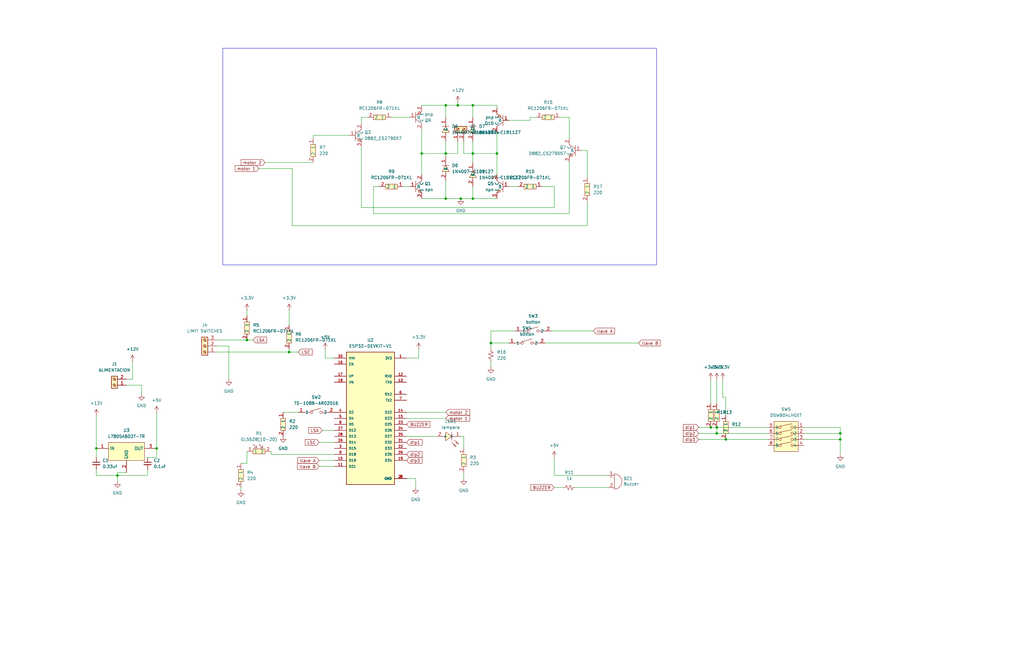
<source format=kicad_sch>
(kicad_sch
	(version 20250114)
	(generator "eeschema")
	(generator_version "9.0")
	(uuid "8c1a4f48-b8fc-462f-8cd1-cb0061b6b968")
	(paper "B")
	(lib_symbols
		(symbol "Connector:Screw_Terminal_01x02"
			(pin_names
				(offset 1.016)
				(hide yes)
			)
			(exclude_from_sim no)
			(in_bom yes)
			(on_board yes)
			(property "Reference" "J"
				(at 0 2.54 0)
				(effects
					(font
						(size 1.27 1.27)
					)
				)
			)
			(property "Value" "Screw_Terminal_01x02"
				(at 0 -5.08 0)
				(effects
					(font
						(size 1.27 1.27)
					)
				)
			)
			(property "Footprint" ""
				(at 0 0 0)
				(effects
					(font
						(size 1.27 1.27)
					)
					(hide yes)
				)
			)
			(property "Datasheet" "~"
				(at 0 0 0)
				(effects
					(font
						(size 1.27 1.27)
					)
					(hide yes)
				)
			)
			(property "Description" "Generic screw terminal, single row, 01x02, script generated (kicad-library-utils/schlib/autogen/connector/)"
				(at 0 0 0)
				(effects
					(font
						(size 1.27 1.27)
					)
					(hide yes)
				)
			)
			(property "ki_keywords" "screw terminal"
				(at 0 0 0)
				(effects
					(font
						(size 1.27 1.27)
					)
					(hide yes)
				)
			)
			(property "ki_fp_filters" "TerminalBlock*:*"
				(at 0 0 0)
				(effects
					(font
						(size 1.27 1.27)
					)
					(hide yes)
				)
			)
			(symbol "Screw_Terminal_01x02_1_1"
				(rectangle
					(start -1.27 1.27)
					(end 1.27 -3.81)
					(stroke
						(width 0.254)
						(type default)
					)
					(fill
						(type background)
					)
				)
				(polyline
					(pts
						(xy -0.5334 0.3302) (xy 0.3302 -0.508)
					)
					(stroke
						(width 0.1524)
						(type default)
					)
					(fill
						(type none)
					)
				)
				(polyline
					(pts
						(xy -0.5334 -2.2098) (xy 0.3302 -3.048)
					)
					(stroke
						(width 0.1524)
						(type default)
					)
					(fill
						(type none)
					)
				)
				(polyline
					(pts
						(xy -0.3556 0.508) (xy 0.508 -0.3302)
					)
					(stroke
						(width 0.1524)
						(type default)
					)
					(fill
						(type none)
					)
				)
				(polyline
					(pts
						(xy -0.3556 -2.032) (xy 0.508 -2.8702)
					)
					(stroke
						(width 0.1524)
						(type default)
					)
					(fill
						(type none)
					)
				)
				(circle
					(center 0 0)
					(radius 0.635)
					(stroke
						(width 0.1524)
						(type default)
					)
					(fill
						(type none)
					)
				)
				(circle
					(center 0 -2.54)
					(radius 0.635)
					(stroke
						(width 0.1524)
						(type default)
					)
					(fill
						(type none)
					)
				)
				(pin passive line
					(at -5.08 0 0)
					(length 3.81)
					(name "Pin_1"
						(effects
							(font
								(size 1.27 1.27)
							)
						)
					)
					(number "1"
						(effects
							(font
								(size 1.27 1.27)
							)
						)
					)
				)
				(pin passive line
					(at -5.08 -2.54 0)
					(length 3.81)
					(name "Pin_2"
						(effects
							(font
								(size 1.27 1.27)
							)
						)
					)
					(number "2"
						(effects
							(font
								(size 1.27 1.27)
							)
						)
					)
				)
			)
			(embedded_fonts no)
		)
		(symbol "Connector:Screw_Terminal_01x03"
			(pin_names
				(offset 1.016)
				(hide yes)
			)
			(exclude_from_sim no)
			(in_bom yes)
			(on_board yes)
			(property "Reference" "J"
				(at 0 5.08 0)
				(effects
					(font
						(size 1.27 1.27)
					)
				)
			)
			(property "Value" "Screw_Terminal_01x03"
				(at 0 -5.08 0)
				(effects
					(font
						(size 1.27 1.27)
					)
				)
			)
			(property "Footprint" ""
				(at 0 0 0)
				(effects
					(font
						(size 1.27 1.27)
					)
					(hide yes)
				)
			)
			(property "Datasheet" "~"
				(at 0 0 0)
				(effects
					(font
						(size 1.27 1.27)
					)
					(hide yes)
				)
			)
			(property "Description" "Generic screw terminal, single row, 01x03, script generated (kicad-library-utils/schlib/autogen/connector/)"
				(at 0 0 0)
				(effects
					(font
						(size 1.27 1.27)
					)
					(hide yes)
				)
			)
			(property "ki_keywords" "screw terminal"
				(at 0 0 0)
				(effects
					(font
						(size 1.27 1.27)
					)
					(hide yes)
				)
			)
			(property "ki_fp_filters" "TerminalBlock*:*"
				(at 0 0 0)
				(effects
					(font
						(size 1.27 1.27)
					)
					(hide yes)
				)
			)
			(symbol "Screw_Terminal_01x03_1_1"
				(rectangle
					(start -1.27 3.81)
					(end 1.27 -3.81)
					(stroke
						(width 0.254)
						(type default)
					)
					(fill
						(type background)
					)
				)
				(polyline
					(pts
						(xy -0.5334 2.8702) (xy 0.3302 2.032)
					)
					(stroke
						(width 0.1524)
						(type default)
					)
					(fill
						(type none)
					)
				)
				(polyline
					(pts
						(xy -0.5334 0.3302) (xy 0.3302 -0.508)
					)
					(stroke
						(width 0.1524)
						(type default)
					)
					(fill
						(type none)
					)
				)
				(polyline
					(pts
						(xy -0.5334 -2.2098) (xy 0.3302 -3.048)
					)
					(stroke
						(width 0.1524)
						(type default)
					)
					(fill
						(type none)
					)
				)
				(polyline
					(pts
						(xy -0.3556 3.048) (xy 0.508 2.2098)
					)
					(stroke
						(width 0.1524)
						(type default)
					)
					(fill
						(type none)
					)
				)
				(polyline
					(pts
						(xy -0.3556 0.508) (xy 0.508 -0.3302)
					)
					(stroke
						(width 0.1524)
						(type default)
					)
					(fill
						(type none)
					)
				)
				(polyline
					(pts
						(xy -0.3556 -2.032) (xy 0.508 -2.8702)
					)
					(stroke
						(width 0.1524)
						(type default)
					)
					(fill
						(type none)
					)
				)
				(circle
					(center 0 2.54)
					(radius 0.635)
					(stroke
						(width 0.1524)
						(type default)
					)
					(fill
						(type none)
					)
				)
				(circle
					(center 0 0)
					(radius 0.635)
					(stroke
						(width 0.1524)
						(type default)
					)
					(fill
						(type none)
					)
				)
				(circle
					(center 0 -2.54)
					(radius 0.635)
					(stroke
						(width 0.1524)
						(type default)
					)
					(fill
						(type none)
					)
				)
				(pin passive line
					(at -5.08 2.54 0)
					(length 3.81)
					(name "Pin_1"
						(effects
							(font
								(size 1.27 1.27)
							)
						)
					)
					(number "1"
						(effects
							(font
								(size 1.27 1.27)
							)
						)
					)
				)
				(pin passive line
					(at -5.08 0 0)
					(length 3.81)
					(name "Pin_2"
						(effects
							(font
								(size 1.27 1.27)
							)
						)
					)
					(number "2"
						(effects
							(font
								(size 1.27 1.27)
							)
						)
					)
				)
				(pin passive line
					(at -5.08 -2.54 0)
					(length 3.81)
					(name "Pin_3"
						(effects
							(font
								(size 1.27 1.27)
							)
						)
					)
					(number "3"
						(effects
							(font
								(size 1.27 1.27)
							)
						)
					)
				)
			)
			(embedded_fonts no)
		)
		(symbol "Device:Buzzer"
			(pin_names
				(offset 0.0254)
				(hide yes)
			)
			(exclude_from_sim no)
			(in_bom yes)
			(on_board yes)
			(property "Reference" "BZ"
				(at 3.81 1.27 0)
				(effects
					(font
						(size 1.27 1.27)
					)
					(justify left)
				)
			)
			(property "Value" "Buzzer"
				(at 3.81 -1.27 0)
				(effects
					(font
						(size 1.27 1.27)
					)
					(justify left)
				)
			)
			(property "Footprint" ""
				(at -0.635 2.54 90)
				(effects
					(font
						(size 1.27 1.27)
					)
					(hide yes)
				)
			)
			(property "Datasheet" "~"
				(at -0.635 2.54 90)
				(effects
					(font
						(size 1.27 1.27)
					)
					(hide yes)
				)
			)
			(property "Description" "Buzzer, polarized"
				(at 0 0 0)
				(effects
					(font
						(size 1.27 1.27)
					)
					(hide yes)
				)
			)
			(property "ki_keywords" "quartz resonator ceramic"
				(at 0 0 0)
				(effects
					(font
						(size 1.27 1.27)
					)
					(hide yes)
				)
			)
			(property "ki_fp_filters" "*Buzzer*"
				(at 0 0 0)
				(effects
					(font
						(size 1.27 1.27)
					)
					(hide yes)
				)
			)
			(symbol "Buzzer_0_1"
				(polyline
					(pts
						(xy -1.651 1.905) (xy -1.143 1.905)
					)
					(stroke
						(width 0)
						(type default)
					)
					(fill
						(type none)
					)
				)
				(polyline
					(pts
						(xy -1.397 2.159) (xy -1.397 1.651)
					)
					(stroke
						(width 0)
						(type default)
					)
					(fill
						(type none)
					)
				)
				(arc
					(start 0 3.175)
					(mid 3.1612 0)
					(end 0 -3.175)
					(stroke
						(width 0)
						(type default)
					)
					(fill
						(type none)
					)
				)
				(polyline
					(pts
						(xy 0 3.175) (xy 0 -3.175)
					)
					(stroke
						(width 0)
						(type default)
					)
					(fill
						(type none)
					)
				)
			)
			(symbol "Buzzer_1_1"
				(pin passive line
					(at -2.54 2.54 0)
					(length 2.54)
					(name "+"
						(effects
							(font
								(size 1.27 1.27)
							)
						)
					)
					(number "1"
						(effects
							(font
								(size 1.27 1.27)
							)
						)
					)
				)
				(pin passive line
					(at -2.54 -2.54 0)
					(length 2.54)
					(name "-"
						(effects
							(font
								(size 1.27 1.27)
							)
						)
					)
					(number "2"
						(effects
							(font
								(size 1.27 1.27)
							)
						)
					)
				)
			)
			(embedded_fonts no)
		)
		(symbol "Device:C_Small"
			(pin_numbers
				(hide yes)
			)
			(pin_names
				(offset 0.254)
				(hide yes)
			)
			(exclude_from_sim no)
			(in_bom yes)
			(on_board yes)
			(property "Reference" "C"
				(at 0.254 1.778 0)
				(effects
					(font
						(size 1.27 1.27)
					)
					(justify left)
				)
			)
			(property "Value" "C_Small"
				(at 0.254 -2.032 0)
				(effects
					(font
						(size 1.27 1.27)
					)
					(justify left)
				)
			)
			(property "Footprint" ""
				(at 0 0 0)
				(effects
					(font
						(size 1.27 1.27)
					)
					(hide yes)
				)
			)
			(property "Datasheet" "~"
				(at 0 0 0)
				(effects
					(font
						(size 1.27 1.27)
					)
					(hide yes)
				)
			)
			(property "Description" "Unpolarized capacitor, small symbol"
				(at 0 0 0)
				(effects
					(font
						(size 1.27 1.27)
					)
					(hide yes)
				)
			)
			(property "ki_keywords" "capacitor cap"
				(at 0 0 0)
				(effects
					(font
						(size 1.27 1.27)
					)
					(hide yes)
				)
			)
			(property "ki_fp_filters" "C_*"
				(at 0 0 0)
				(effects
					(font
						(size 1.27 1.27)
					)
					(hide yes)
				)
			)
			(symbol "C_Small_0_1"
				(polyline
					(pts
						(xy -1.524 0.508) (xy 1.524 0.508)
					)
					(stroke
						(width 0.3048)
						(type default)
					)
					(fill
						(type none)
					)
				)
				(polyline
					(pts
						(xy -1.524 -0.508) (xy 1.524 -0.508)
					)
					(stroke
						(width 0.3302)
						(type default)
					)
					(fill
						(type none)
					)
				)
			)
			(symbol "C_Small_1_1"
				(pin passive line
					(at 0 2.54 270)
					(length 2.032)
					(name "~"
						(effects
							(font
								(size 1.27 1.27)
							)
						)
					)
					(number "1"
						(effects
							(font
								(size 1.27 1.27)
							)
						)
					)
				)
				(pin passive line
					(at 0 -2.54 90)
					(length 2.032)
					(name "~"
						(effects
							(font
								(size 1.27 1.27)
							)
						)
					)
					(number "2"
						(effects
							(font
								(size 1.27 1.27)
							)
						)
					)
				)
			)
			(embedded_fonts no)
		)
		(symbol "Device:R_Small_US"
			(pin_numbers
				(hide yes)
			)
			(pin_names
				(offset 0.254)
				(hide yes)
			)
			(exclude_from_sim no)
			(in_bom yes)
			(on_board yes)
			(property "Reference" "R"
				(at 0.762 0.508 0)
				(effects
					(font
						(size 1.27 1.27)
					)
					(justify left)
				)
			)
			(property "Value" "R_Small_US"
				(at 0.762 -1.016 0)
				(effects
					(font
						(size 1.27 1.27)
					)
					(justify left)
				)
			)
			(property "Footprint" ""
				(at 0 0 0)
				(effects
					(font
						(size 1.27 1.27)
					)
					(hide yes)
				)
			)
			(property "Datasheet" "~"
				(at 0 0 0)
				(effects
					(font
						(size 1.27 1.27)
					)
					(hide yes)
				)
			)
			(property "Description" "Resistor, small US symbol"
				(at 0 0 0)
				(effects
					(font
						(size 1.27 1.27)
					)
					(hide yes)
				)
			)
			(property "ki_keywords" "r resistor"
				(at 0 0 0)
				(effects
					(font
						(size 1.27 1.27)
					)
					(hide yes)
				)
			)
			(property "ki_fp_filters" "R_*"
				(at 0 0 0)
				(effects
					(font
						(size 1.27 1.27)
					)
					(hide yes)
				)
			)
			(symbol "R_Small_US_1_1"
				(polyline
					(pts
						(xy 0 1.524) (xy 1.016 1.143) (xy 0 0.762) (xy -1.016 0.381) (xy 0 0)
					)
					(stroke
						(width 0)
						(type default)
					)
					(fill
						(type none)
					)
				)
				(polyline
					(pts
						(xy 0 0) (xy 1.016 -0.381) (xy 0 -0.762) (xy -1.016 -1.143) (xy 0 -1.524)
					)
					(stroke
						(width 0)
						(type default)
					)
					(fill
						(type none)
					)
				)
				(pin passive line
					(at 0 2.54 270)
					(length 1.016)
					(name "~"
						(effects
							(font
								(size 1.27 1.27)
							)
						)
					)
					(number "1"
						(effects
							(font
								(size 1.27 1.27)
							)
						)
					)
				)
				(pin passive line
					(at 0 -2.54 90)
					(length 1.016)
					(name "~"
						(effects
							(font
								(size 1.27 1.27)
							)
						)
					)
					(number "2"
						(effects
							(font
								(size 1.27 1.27)
							)
						)
					)
				)
			)
			(embedded_fonts no)
		)
		(symbol "ESP32-DEVKIT-V1:ESP32-DEVKIT-V1"
			(pin_names
				(offset 1.016)
			)
			(exclude_from_sim no)
			(in_bom yes)
			(on_board yes)
			(property "Reference" "U"
				(at -10.16 30.48 0)
				(effects
					(font
						(size 1.27 1.27)
					)
					(justify left top)
				)
			)
			(property "Value" "ESP32-DEVKIT-V1"
				(at -10.16 -30.48 0)
				(effects
					(font
						(size 1.27 1.27)
					)
					(justify left bottom)
				)
			)
			(property "Footprint" "ESP32-DEVKIT-V1:MODULE_ESP32_DEVKIT_V1"
				(at 0 0 0)
				(effects
					(font
						(size 1.27 1.27)
					)
					(justify bottom)
					(hide yes)
				)
			)
			(property "Datasheet" ""
				(at 0 0 0)
				(effects
					(font
						(size 1.27 1.27)
					)
					(hide yes)
				)
			)
			(property "Description" ""
				(at 0 0 0)
				(effects
					(font
						(size 1.27 1.27)
					)
					(hide yes)
				)
			)
			(property "MF" "Do it"
				(at 0 0 0)
				(effects
					(font
						(size 1.27 1.27)
					)
					(justify bottom)
					(hide yes)
				)
			)
			(property "MAXIMUM_PACKAGE_HEIGHT" "6.8 mm"
				(at 0 0 0)
				(effects
					(font
						(size 1.27 1.27)
					)
					(justify bottom)
					(hide yes)
				)
			)
			(property "Package" "None"
				(at 0 0 0)
				(effects
					(font
						(size 1.27 1.27)
					)
					(justify bottom)
					(hide yes)
				)
			)
			(property "Price" "None"
				(at 0 0 0)
				(effects
					(font
						(size 1.27 1.27)
					)
					(justify bottom)
					(hide yes)
				)
			)
			(property "Check_prices" "https://www.snapeda.com/parts/ESP32-DEVKIT-V1/Do+it/view-part/?ref=eda"
				(at 0 0 0)
				(effects
					(font
						(size 1.27 1.27)
					)
					(justify bottom)
					(hide yes)
				)
			)
			(property "STANDARD" "Manufacturer Recommendations"
				(at 0 0 0)
				(effects
					(font
						(size 1.27 1.27)
					)
					(justify bottom)
					(hide yes)
				)
			)
			(property "PARTREV" "N/A"
				(at 0 0 0)
				(effects
					(font
						(size 1.27 1.27)
					)
					(justify bottom)
					(hide yes)
				)
			)
			(property "SnapEDA_Link" "https://www.snapeda.com/parts/ESP32-DEVKIT-V1/Do+it/view-part/?ref=snap"
				(at 0 0 0)
				(effects
					(font
						(size 1.27 1.27)
					)
					(justify bottom)
					(hide yes)
				)
			)
			(property "MP" "ESP32-DEVKIT-V1"
				(at 0 0 0)
				(effects
					(font
						(size 1.27 1.27)
					)
					(justify bottom)
					(hide yes)
				)
			)
			(property "Description_1" "\nDual core, Wi-Fi: 2.4 GHz up to 150 Mbits/s,BLE (Bluetooth Low Energy) and legacy Bluetooth, 32 bits, Up to 240 MHz\n"
				(at 0 0 0)
				(effects
					(font
						(size 1.27 1.27)
					)
					(justify bottom)
					(hide yes)
				)
			)
			(property "Availability" "Not in stock"
				(at 0 0 0)
				(effects
					(font
						(size 1.27 1.27)
					)
					(justify bottom)
					(hide yes)
				)
			)
			(property "MANUFACTURER" "DOIT"
				(at 0 0 0)
				(effects
					(font
						(size 1.27 1.27)
					)
					(justify bottom)
					(hide yes)
				)
			)
			(symbol "ESP32-DEVKIT-V1_0_0"
				(rectangle
					(start -10.16 -27.94)
					(end 10.16 27.94)
					(stroke
						(width 0.254)
						(type default)
					)
					(fill
						(type background)
					)
				)
				(pin input line
					(at -15.24 25.4 0)
					(length 5.08)
					(name "VIN"
						(effects
							(font
								(size 1.016 1.016)
							)
						)
					)
					(number "30"
						(effects
							(font
								(size 1.016 1.016)
							)
						)
					)
				)
				(pin input line
					(at -15.24 22.86 0)
					(length 5.08)
					(name "EN"
						(effects
							(font
								(size 1.016 1.016)
							)
						)
					)
					(number "16"
						(effects
							(font
								(size 1.016 1.016)
							)
						)
					)
				)
				(pin bidirectional line
					(at -15.24 17.78 0)
					(length 5.08)
					(name "VP"
						(effects
							(font
								(size 1.016 1.016)
							)
						)
					)
					(number "17"
						(effects
							(font
								(size 1.016 1.016)
							)
						)
					)
				)
				(pin bidirectional line
					(at -15.24 15.24 0)
					(length 5.08)
					(name "VN"
						(effects
							(font
								(size 1.016 1.016)
							)
						)
					)
					(number "18"
						(effects
							(font
								(size 1.016 1.016)
							)
						)
					)
				)
				(pin bidirectional line
					(at -15.24 2.54 0)
					(length 5.08)
					(name "D2"
						(effects
							(font
								(size 1.016 1.016)
							)
						)
					)
					(number "4"
						(effects
							(font
								(size 1.016 1.016)
							)
						)
					)
				)
				(pin bidirectional line
					(at -15.24 0 0)
					(length 5.08)
					(name "D4"
						(effects
							(font
								(size 1.016 1.016)
							)
						)
					)
					(number "5"
						(effects
							(font
								(size 1.016 1.016)
							)
						)
					)
				)
				(pin bidirectional line
					(at -15.24 -2.54 0)
					(length 5.08)
					(name "D5"
						(effects
							(font
								(size 1.016 1.016)
							)
						)
					)
					(number "8"
						(effects
							(font
								(size 1.016 1.016)
							)
						)
					)
				)
				(pin bidirectional line
					(at -15.24 -5.08 0)
					(length 5.08)
					(name "D12"
						(effects
							(font
								(size 1.016 1.016)
							)
						)
					)
					(number "27"
						(effects
							(font
								(size 1.016 1.016)
							)
						)
					)
				)
				(pin bidirectional line
					(at -15.24 -7.62 0)
					(length 5.08)
					(name "D13"
						(effects
							(font
								(size 1.016 1.016)
							)
						)
					)
					(number "28"
						(effects
							(font
								(size 1.016 1.016)
							)
						)
					)
				)
				(pin bidirectional line
					(at -15.24 -10.16 0)
					(length 5.08)
					(name "D14"
						(effects
							(font
								(size 1.016 1.016)
							)
						)
					)
					(number "26"
						(effects
							(font
								(size 1.016 1.016)
							)
						)
					)
				)
				(pin bidirectional line
					(at -15.24 -12.7 0)
					(length 5.08)
					(name "D15"
						(effects
							(font
								(size 1.016 1.016)
							)
						)
					)
					(number "3"
						(effects
							(font
								(size 1.016 1.016)
							)
						)
					)
				)
				(pin bidirectional line
					(at -15.24 -15.24 0)
					(length 5.08)
					(name "D18"
						(effects
							(font
								(size 1.016 1.016)
							)
						)
					)
					(number "9"
						(effects
							(font
								(size 1.016 1.016)
							)
						)
					)
				)
				(pin bidirectional line
					(at -15.24 -17.78 0)
					(length 5.08)
					(name "D19"
						(effects
							(font
								(size 1.016 1.016)
							)
						)
					)
					(number "10"
						(effects
							(font
								(size 1.016 1.016)
							)
						)
					)
				)
				(pin bidirectional line
					(at -15.24 -20.32 0)
					(length 5.08)
					(name "D21"
						(effects
							(font
								(size 1.016 1.016)
							)
						)
					)
					(number "11"
						(effects
							(font
								(size 1.016 1.016)
							)
						)
					)
				)
				(pin output line
					(at 15.24 25.4 180)
					(length 5.08)
					(name "3V3"
						(effects
							(font
								(size 1.016 1.016)
							)
						)
					)
					(number "1"
						(effects
							(font
								(size 1.016 1.016)
							)
						)
					)
				)
				(pin input line
					(at 15.24 17.78 180)
					(length 5.08)
					(name "RX0"
						(effects
							(font
								(size 1.016 1.016)
							)
						)
					)
					(number "12"
						(effects
							(font
								(size 1.016 1.016)
							)
						)
					)
				)
				(pin output line
					(at 15.24 15.24 180)
					(length 5.08)
					(name "TX0"
						(effects
							(font
								(size 1.016 1.016)
							)
						)
					)
					(number "13"
						(effects
							(font
								(size 1.016 1.016)
							)
						)
					)
				)
				(pin input line
					(at 15.24 10.16 180)
					(length 5.08)
					(name "RX2"
						(effects
							(font
								(size 1.016 1.016)
							)
						)
					)
					(number "6"
						(effects
							(font
								(size 1.016 1.016)
							)
						)
					)
				)
				(pin output line
					(at 15.24 7.62 180)
					(length 5.08)
					(name "TX2"
						(effects
							(font
								(size 1.016 1.016)
							)
						)
					)
					(number "7"
						(effects
							(font
								(size 1.016 1.016)
							)
						)
					)
				)
				(pin bidirectional line
					(at 15.24 2.54 180)
					(length 5.08)
					(name "D22"
						(effects
							(font
								(size 1.016 1.016)
							)
						)
					)
					(number "14"
						(effects
							(font
								(size 1.016 1.016)
							)
						)
					)
				)
				(pin bidirectional line
					(at 15.24 0 180)
					(length 5.08)
					(name "D23"
						(effects
							(font
								(size 1.016 1.016)
							)
						)
					)
					(number "15"
						(effects
							(font
								(size 1.016 1.016)
							)
						)
					)
				)
				(pin bidirectional line
					(at 15.24 -2.54 180)
					(length 5.08)
					(name "D25"
						(effects
							(font
								(size 1.016 1.016)
							)
						)
					)
					(number "23"
						(effects
							(font
								(size 1.016 1.016)
							)
						)
					)
				)
				(pin bidirectional line
					(at 15.24 -5.08 180)
					(length 5.08)
					(name "D26"
						(effects
							(font
								(size 1.016 1.016)
							)
						)
					)
					(number "24"
						(effects
							(font
								(size 1.016 1.016)
							)
						)
					)
				)
				(pin bidirectional line
					(at 15.24 -7.62 180)
					(length 5.08)
					(name "D27"
						(effects
							(font
								(size 1.016 1.016)
							)
						)
					)
					(number "25"
						(effects
							(font
								(size 1.016 1.016)
							)
						)
					)
				)
				(pin bidirectional line
					(at 15.24 -10.16 180)
					(length 5.08)
					(name "D32"
						(effects
							(font
								(size 1.016 1.016)
							)
						)
					)
					(number "21"
						(effects
							(font
								(size 1.016 1.016)
							)
						)
					)
				)
				(pin bidirectional line
					(at 15.24 -12.7 180)
					(length 5.08)
					(name "D33"
						(effects
							(font
								(size 1.016 1.016)
							)
						)
					)
					(number "22"
						(effects
							(font
								(size 1.016 1.016)
							)
						)
					)
				)
				(pin bidirectional line
					(at 15.24 -15.24 180)
					(length 5.08)
					(name "D35"
						(effects
							(font
								(size 1.016 1.016)
							)
						)
					)
					(number "20"
						(effects
							(font
								(size 1.016 1.016)
							)
						)
					)
				)
				(pin bidirectional line
					(at 15.24 -17.78 180)
					(length 5.08)
					(name "D34"
						(effects
							(font
								(size 1.016 1.016)
							)
						)
					)
					(number "19"
						(effects
							(font
								(size 1.016 1.016)
							)
						)
					)
				)
				(pin power_in line
					(at 15.24 -25.4 180)
					(length 5.08)
					(name "GND"
						(effects
							(font
								(size 1.016 1.016)
							)
						)
					)
					(number "2"
						(effects
							(font
								(size 1.016 1.016)
							)
						)
					)
				)
				(pin power_in line
					(at 15.24 -25.4 180)
					(length 5.08)
					(name "GND"
						(effects
							(font
								(size 1.016 1.016)
							)
						)
					)
					(number "29"
						(effects
							(font
								(size 1.016 1.016)
							)
						)
					)
				)
			)
			(embedded_fonts no)
		)
		(symbol "easyeda2kicad:1206W4J0221T5E"
			(exclude_from_sim no)
			(in_bom yes)
			(on_board yes)
			(property "Reference" "R"
				(at 0 5.08 0)
				(effects
					(font
						(size 1.27 1.27)
					)
				)
			)
			(property "Value" "1206W4J0221T5E"
				(at 0 -5.08 0)
				(effects
					(font
						(size 1.27 1.27)
					)
				)
			)
			(property "Footprint" "easyeda2kicad:R1206"
				(at 0 -7.62 0)
				(effects
					(font
						(size 1.27 1.27)
					)
					(hide yes)
				)
			)
			(property "Datasheet" "https://lcsc.com/product-detail/Chip-Resistor-Surface-Mount-UniOhm_220R-221-5_C25363.html"
				(at 0 -10.16 0)
				(effects
					(font
						(size 1.27 1.27)
					)
					(hide yes)
				)
			)
			(property "Description" ""
				(at 0 0 0)
				(effects
					(font
						(size 1.27 1.27)
					)
					(hide yes)
				)
			)
			(property "LCSC Part" "C25363"
				(at 0 -12.7 0)
				(effects
					(font
						(size 1.27 1.27)
					)
					(hide yes)
				)
			)
			(symbol "1206W4J0221T5E_0_1"
				(rectangle
					(start -2.54 1.02)
					(end 2.54 -1.02)
					(stroke
						(width 0)
						(type default)
					)
					(fill
						(type background)
					)
				)
				(pin input line
					(at -5.08 0 0)
					(length 2.54)
					(name "1"
						(effects
							(font
								(size 1.27 1.27)
							)
						)
					)
					(number "1"
						(effects
							(font
								(size 1.27 1.27)
							)
						)
					)
				)
				(pin input line
					(at 5.08 0 180)
					(length 2.54)
					(name "2"
						(effects
							(font
								(size 1.27 1.27)
							)
						)
					)
					(number "2"
						(effects
							(font
								(size 1.27 1.27)
							)
						)
					)
				)
			)
			(embedded_fonts no)
		)
		(symbol "easyeda2kicad:1N4007-C181127"
			(exclude_from_sim no)
			(in_bom yes)
			(on_board yes)
			(property "Reference" "D"
				(at 0 5.08 0)
				(effects
					(font
						(size 1.27 1.27)
					)
				)
			)
			(property "Value" "1N4007-C181127"
				(at 0 -5.08 0)
				(effects
					(font
						(size 1.27 1.27)
					)
				)
			)
			(property "Footprint" "easyeda2kicad:SOD-123F_L2.8-W1.8-LS3.7-RD"
				(at 0 -7.62 0)
				(effects
					(font
						(size 1.27 1.27)
					)
					(hide yes)
				)
			)
			(property "Datasheet" "https://lcsc.com/product-detail/Diodes-General-Purpose_1N4007_C181127.html"
				(at 0 -10.16 0)
				(effects
					(font
						(size 1.27 1.27)
					)
					(hide yes)
				)
			)
			(property "Description" ""
				(at 0 0 0)
				(effects
					(font
						(size 1.27 1.27)
					)
					(hide yes)
				)
			)
			(property "LCSC Part" "C181127"
				(at 0 -12.7 0)
				(effects
					(font
						(size 1.27 1.27)
					)
					(hide yes)
				)
			)
			(symbol "1N4007-C181127_0_1"
				(polyline
					(pts
						(xy -1.27 -1.52) (xy -1.27 1.52)
					)
					(stroke
						(width 0)
						(type default)
					)
					(fill
						(type none)
					)
				)
				(polyline
					(pts
						(xy 1.27 1.52) (xy -1.27 0) (xy 1.27 -1.52) (xy 1.27 1.52)
					)
					(stroke
						(width 0)
						(type default)
					)
					(fill
						(type background)
					)
				)
				(pin unspecified line
					(at -5.08 0 0)
					(length 3.81)
					(name "C"
						(effects
							(font
								(size 1.27 1.27)
							)
						)
					)
					(number "1"
						(effects
							(font
								(size 1.27 1.27)
							)
						)
					)
				)
				(pin unspecified line
					(at 5.08 0 180)
					(length 3.81)
					(name "A"
						(effects
							(font
								(size 1.27 1.27)
							)
						)
					)
					(number "2"
						(effects
							(font
								(size 1.27 1.27)
							)
						)
					)
				)
			)
			(embedded_fonts no)
		)
		(symbol "easyeda2kicad:2DA1797-13"
			(exclude_from_sim no)
			(in_bom yes)
			(on_board yes)
			(property "Reference" "Q"
				(at 0 10.16 0)
				(effects
					(font
						(size 1.27 1.27)
					)
				)
			)
			(property "Value" "2DA1797-13"
				(at 0 -10.16 0)
				(effects
					(font
						(size 1.27 1.27)
					)
				)
			)
			(property "Footprint" "easyeda2kicad:SOT-89-3_L4.5-W2.5-P1.50-LS4.2-BR"
				(at 0 -12.7 0)
				(effects
					(font
						(size 1.27 1.27)
					)
					(hide yes)
				)
			)
			(property "Datasheet" "https://lcsc.com/product-detail/Transistors-NPN-PNP_Diodes-Incorporated-2DA1797-13_C459827.html"
				(at 0 -15.24 0)
				(effects
					(font
						(size 1.27 1.27)
					)
					(hide yes)
				)
			)
			(property "Description" ""
				(at 0 0 0)
				(effects
					(font
						(size 1.27 1.27)
					)
					(hide yes)
				)
			)
			(property "LCSC Part" "C459827"
				(at 0 -17.78 0)
				(effects
					(font
						(size 1.27 1.27)
					)
					(hide yes)
				)
			)
			(symbol "2DA1797-13_0_1"
				(polyline
					(pts
						(xy -2.54 2.29) (xy -2.54 -2.29)
					)
					(stroke
						(width 0)
						(type default)
					)
					(fill
						(type none)
					)
				)
				(polyline
					(pts
						(xy -2.54 -0.76) (xy 0 -2.54)
					)
					(stroke
						(width 0)
						(type default)
					)
					(fill
						(type none)
					)
				)
				(polyline
					(pts
						(xy -1.78 -1.27) (xy -1.02 -2.54) (xy -0.25 -1.52) (xy -1.78 -1.27)
					)
					(stroke
						(width 0)
						(type default)
					)
					(fill
						(type background)
					)
				)
				(polyline
					(pts
						(xy 0 2.54) (xy -2.54 0.76)
					)
					(stroke
						(width 0)
						(type default)
					)
					(fill
						(type none)
					)
				)
				(pin unspecified line
					(at -5.08 0 0)
					(length 2.54)
					(name "B"
						(effects
							(font
								(size 1.27 1.27)
							)
						)
					)
					(number "1"
						(effects
							(font
								(size 1.27 1.27)
							)
						)
					)
				)
				(pin unspecified line
					(at 0 5.08 270)
					(length 2.54)
					(name "C"
						(effects
							(font
								(size 1.27 1.27)
							)
						)
					)
					(number "2"
						(effects
							(font
								(size 1.27 1.27)
							)
						)
					)
				)
				(pin unspecified line
					(at 0 -5.08 90)
					(length 2.54)
					(name "E"
						(effects
							(font
								(size 1.27 1.27)
							)
						)
					)
					(number "3"
						(effects
							(font
								(size 1.27 1.27)
							)
						)
					)
				)
			)
			(embedded_fonts no)
		)
		(symbol "easyeda2kicad:D882_C5279057"
			(exclude_from_sim no)
			(in_bom yes)
			(on_board yes)
			(property "Reference" "Q"
				(at 0 10.16 0)
				(effects
					(font
						(size 1.27 1.27)
					)
				)
			)
			(property "Value" "D882_C5279057"
				(at 0 -10.16 0)
				(effects
					(font
						(size 1.27 1.27)
					)
				)
			)
			(property "Footprint" "easyeda2kicad:SOT-89-3_L4.5-W2.5-P1.50-LS4.0-BR"
				(at 0 -12.7 0)
				(effects
					(font
						(size 1.27 1.27)
					)
					(hide yes)
				)
			)
			(property "Datasheet" ""
				(at 0 0 0)
				(effects
					(font
						(size 1.27 1.27)
					)
					(hide yes)
				)
			)
			(property "Description" ""
				(at 0 0 0)
				(effects
					(font
						(size 1.27 1.27)
					)
					(hide yes)
				)
			)
			(property "LCSC Part" "C5279057"
				(at 0 -15.24 0)
				(effects
					(font
						(size 1.27 1.27)
					)
					(hide yes)
				)
			)
			(symbol "D882_C5279057_0_1"
				(polyline
					(pts
						(xy 0 2.29) (xy 0 -2.29)
					)
					(stroke
						(width 0)
						(type default)
					)
					(fill
						(type none)
					)
				)
				(polyline
					(pts
						(xy 0 -0.76) (xy 2.54 -2.54)
					)
					(stroke
						(width 0)
						(type default)
					)
					(fill
						(type none)
					)
				)
				(polyline
					(pts
						(xy 2.54 2.54) (xy 0 0.76)
					)
					(stroke
						(width 0)
						(type default)
					)
					(fill
						(type none)
					)
				)
				(polyline
					(pts
						(xy 2.54 -2.54) (xy 1.78 -1.27) (xy 1.02 -2.29) (xy 2.54 -2.54)
					)
					(stroke
						(width 0)
						(type default)
					)
					(fill
						(type background)
					)
				)
				(pin input line
					(at -2.54 0 0)
					(length 2.54)
					(name "B"
						(effects
							(font
								(size 1.27 1.27)
							)
						)
					)
					(number "1"
						(effects
							(font
								(size 1.27 1.27)
							)
						)
					)
				)
				(pin input line
					(at 2.54 5.08 270)
					(length 2.54)
					(name "C"
						(effects
							(font
								(size 1.27 1.27)
							)
						)
					)
					(number "2"
						(effects
							(font
								(size 1.27 1.27)
							)
						)
					)
				)
				(pin input line
					(at 2.54 -5.08 90)
					(length 2.54)
					(name "E"
						(effects
							(font
								(size 1.27 1.27)
							)
						)
					)
					(number "3"
						(effects
							(font
								(size 1.27 1.27)
							)
						)
					)
				)
			)
			(embedded_fonts no)
		)
		(symbol "easyeda2kicad:DSWB04LHGET"
			(exclude_from_sim no)
			(in_bom yes)
			(on_board yes)
			(property "Reference" "SW"
				(at 0 12.7 0)
				(effects
					(font
						(size 1.27 1.27)
					)
				)
			)
			(property "Value" "DSWB04LHGET"
				(at 0 -12.7 0)
				(effects
					(font
						(size 1.27 1.27)
					)
				)
			)
			(property "Footprint" "easyeda2kicad:SW-TH_DSWB04LHGET"
				(at 0 -15.24 0)
				(effects
					(font
						(size 1.27 1.27)
					)
					(hide yes)
				)
			)
			(property "Datasheet" "https://lcsc.com/product-detail/DIP-Switches_DIP-switch-Dip-Switch-DSWB04LHGET_C99418.html"
				(at 0 -17.78 0)
				(effects
					(font
						(size 1.27 1.27)
					)
					(hide yes)
				)
			)
			(property "Description" ""
				(at 0 0 0)
				(effects
					(font
						(size 1.27 1.27)
					)
					(hide yes)
				)
			)
			(property "LCSC Part" "C99418"
				(at 0 -20.32 0)
				(effects
					(font
						(size 1.27 1.27)
					)
					(hide yes)
				)
			)
			(symbol "DSWB04LHGET_0_1"
				(rectangle
					(start -6.35 5.08)
					(end 6.35 -5.08)
					(stroke
						(width 0)
						(type default)
					)
					(fill
						(type background)
					)
				)
				(polyline
					(pts
						(xy -4.32 -2.54) (xy -5.33 2.54)
					)
					(stroke
						(width 0)
						(type default)
					)
					(fill
						(type none)
					)
				)
				(polyline
					(pts
						(xy -3.81 3.05) (xy -3.81 5.08)
					)
					(stroke
						(width 0)
						(type default)
					)
					(fill
						(type none)
					)
				)
				(circle
					(center -3.81 2.54)
					(radius 0.51)
					(stroke
						(width 0)
						(type default)
					)
					(fill
						(type none)
					)
				)
				(circle
					(center -3.81 -2.54)
					(radius 0.51)
					(stroke
						(width 0)
						(type default)
					)
					(fill
						(type none)
					)
				)
				(polyline
					(pts
						(xy -3.81 -3.05) (xy -3.81 -5.08)
					)
					(stroke
						(width 0)
						(type default)
					)
					(fill
						(type none)
					)
				)
				(polyline
					(pts
						(xy -1.78 -2.54) (xy -2.79 2.54)
					)
					(stroke
						(width 0)
						(type default)
					)
					(fill
						(type none)
					)
				)
				(polyline
					(pts
						(xy -1.27 3.05) (xy -1.27 5.08)
					)
					(stroke
						(width 0)
						(type default)
					)
					(fill
						(type none)
					)
				)
				(circle
					(center -1.27 2.54)
					(radius 0.51)
					(stroke
						(width 0)
						(type default)
					)
					(fill
						(type none)
					)
				)
				(circle
					(center -1.27 -2.54)
					(radius 0.51)
					(stroke
						(width 0)
						(type default)
					)
					(fill
						(type none)
					)
				)
				(polyline
					(pts
						(xy -1.27 -3.05) (xy -1.27 -5.08)
					)
					(stroke
						(width 0)
						(type default)
					)
					(fill
						(type none)
					)
				)
				(polyline
					(pts
						(xy 0.76 -2.54) (xy -0.25 2.54)
					)
					(stroke
						(width 0)
						(type default)
					)
					(fill
						(type none)
					)
				)
				(polyline
					(pts
						(xy 1.27 3.05) (xy 1.27 5.08)
					)
					(stroke
						(width 0)
						(type default)
					)
					(fill
						(type none)
					)
				)
				(circle
					(center 1.27 2.54)
					(radius 0.51)
					(stroke
						(width 0)
						(type default)
					)
					(fill
						(type none)
					)
				)
				(circle
					(center 1.27 -2.54)
					(radius 0.51)
					(stroke
						(width 0)
						(type default)
					)
					(fill
						(type none)
					)
				)
				(polyline
					(pts
						(xy 1.27 -3.05) (xy 1.27 -5.08)
					)
					(stroke
						(width 0)
						(type default)
					)
					(fill
						(type none)
					)
				)
				(polyline
					(pts
						(xy 3.3 -2.54) (xy 2.29 2.54)
					)
					(stroke
						(width 0)
						(type default)
					)
					(fill
						(type none)
					)
				)
				(polyline
					(pts
						(xy 3.81 3.05) (xy 3.81 5.08)
					)
					(stroke
						(width 0)
						(type default)
					)
					(fill
						(type none)
					)
				)
				(circle
					(center 3.81 2.54)
					(radius 0.51)
					(stroke
						(width 0)
						(type default)
					)
					(fill
						(type none)
					)
				)
				(circle
					(center 3.81 -2.54)
					(radius 0.51)
					(stroke
						(width 0)
						(type default)
					)
					(fill
						(type none)
					)
				)
				(polyline
					(pts
						(xy 3.81 -3.05) (xy 3.81 -5.08)
					)
					(stroke
						(width 0)
						(type default)
					)
					(fill
						(type none)
					)
				)
				(pin unspecified line
					(at -3.81 7.62 270)
					(length 2.54)
					(name "1"
						(effects
							(font
								(size 1.27 1.27)
							)
						)
					)
					(number "1"
						(effects
							(font
								(size 1.27 1.27)
							)
						)
					)
				)
				(pin unspecified line
					(at -3.81 -7.62 90)
					(length 2.54)
					(name "5"
						(effects
							(font
								(size 1.27 1.27)
							)
						)
					)
					(number "5"
						(effects
							(font
								(size 1.27 1.27)
							)
						)
					)
				)
				(pin unspecified line
					(at -1.27 7.62 270)
					(length 2.54)
					(name "2"
						(effects
							(font
								(size 1.27 1.27)
							)
						)
					)
					(number "2"
						(effects
							(font
								(size 1.27 1.27)
							)
						)
					)
				)
				(pin unspecified line
					(at -1.27 -7.62 90)
					(length 2.54)
					(name "6"
						(effects
							(font
								(size 1.27 1.27)
							)
						)
					)
					(number "6"
						(effects
							(font
								(size 1.27 1.27)
							)
						)
					)
				)
				(pin unspecified line
					(at 1.27 7.62 270)
					(length 2.54)
					(name "3"
						(effects
							(font
								(size 1.27 1.27)
							)
						)
					)
					(number "3"
						(effects
							(font
								(size 1.27 1.27)
							)
						)
					)
				)
				(pin unspecified line
					(at 1.27 -7.62 90)
					(length 2.54)
					(name "7"
						(effects
							(font
								(size 1.27 1.27)
							)
						)
					)
					(number "7"
						(effects
							(font
								(size 1.27 1.27)
							)
						)
					)
				)
				(pin unspecified line
					(at 3.81 7.62 270)
					(length 2.54)
					(name "4"
						(effects
							(font
								(size 1.27 1.27)
							)
						)
					)
					(number "4"
						(effects
							(font
								(size 1.27 1.27)
							)
						)
					)
				)
				(pin unspecified line
					(at 3.81 -7.62 90)
					(length 2.54)
					(name "8"
						(effects
							(font
								(size 1.27 1.27)
							)
						)
					)
					(number "8"
						(effects
							(font
								(size 1.27 1.27)
							)
						)
					)
				)
			)
			(embedded_fonts no)
		)
		(symbol "easyeda2kicad:GL5528(10-20)"
			(exclude_from_sim no)
			(in_bom yes)
			(on_board yes)
			(property "Reference" "R"
				(at 0 3.81 0)
				(effects
					(font
						(size 1.27 1.27)
					)
				)
			)
			(property "Value" "GL5528(10-20)"
				(at 0 -6.35 0)
				(effects
					(font
						(size 1.27 1.27)
					)
				)
			)
			(property "Footprint" "easyeda2kicad:RES-TH_L5.1-W4.3-P3.40-D0.5"
				(at 0 -8.89 0)
				(effects
					(font
						(size 1.27 1.27)
					)
					(hide yes)
				)
			)
			(property "Datasheet" "https://lcsc.com/product-detail/Photoresistors_GL5528-10-20-NO-RHOS_C10081.html"
				(at 0 -11.43 0)
				(effects
					(font
						(size 1.27 1.27)
					)
					(hide yes)
				)
			)
			(property "Description" ""
				(at 0 0 0)
				(effects
					(font
						(size 1.27 1.27)
					)
					(hide yes)
				)
			)
			(property "LCSC Part" "C10081"
				(at 0 -13.97 0)
				(effects
					(font
						(size 1.27 1.27)
					)
					(hide yes)
				)
			)
			(symbol "GL5528(10-20)_0_1"
				(polyline
					(pts
						(xy -2.54 1.78) (xy -1.02 0.25)
					)
					(stroke
						(width 0)
						(type default)
					)
					(fill
						(type none)
					)
				)
				(rectangle
					(start -2.54 -0.25)
					(end 2.54 -2.29)
					(stroke
						(width 0)
						(type default)
					)
					(fill
						(type background)
					)
				)
				(polyline
					(pts
						(xy -1.02 1.27) (xy -1.02 0.25) (xy -2.03 0.25)
					)
					(stroke
						(width 0)
						(type default)
					)
					(fill
						(type none)
					)
				)
				(polyline
					(pts
						(xy 0 1.78) (xy 1.52 0.25)
					)
					(stroke
						(width 0)
						(type default)
					)
					(fill
						(type none)
					)
				)
				(polyline
					(pts
						(xy 1.52 1.27) (xy 1.52 0.25) (xy 0.51 0.25)
					)
					(stroke
						(width 0)
						(type default)
					)
					(fill
						(type none)
					)
				)
				(pin input line
					(at -5.08 -1.27 0)
					(length 2.54)
					(name "1"
						(effects
							(font
								(size 1.27 1.27)
							)
						)
					)
					(number "1"
						(effects
							(font
								(size 1.27 1.27)
							)
						)
					)
				)
				(pin input line
					(at 5.08 -1.27 180)
					(length 2.54)
					(name "2"
						(effects
							(font
								(size 1.27 1.27)
							)
						)
					)
					(number "2"
						(effects
							(font
								(size 1.27 1.27)
							)
						)
					)
				)
			)
			(embedded_fonts no)
		)
		(symbol "easyeda2kicad:L7805ABD2T-TR"
			(exclude_from_sim no)
			(in_bom yes)
			(on_board yes)
			(property "Reference" "U"
				(at 0 8.89 0)
				(effects
					(font
						(size 1.27 1.27)
					)
				)
			)
			(property "Value" "L7805ABD2T-TR"
				(at 0 -11.43 0)
				(effects
					(font
						(size 1.27 1.27)
					)
				)
			)
			(property "Footprint" "easyeda2kicad:TO-263-2_L10.0-W9.2-P5.08-LS15.3-TL-CW"
				(at 0 -13.97 0)
				(effects
					(font
						(size 1.27 1.27)
					)
					(hide yes)
				)
			)
			(property "Datasheet" "https://lcsc.com/product-detail/Linear-Voltage-Regulators_STMicroelectronics_L7805ABD2T-TR_L7805ABD2T-TR_C86206.html"
				(at 0 -16.51 0)
				(effects
					(font
						(size 1.27 1.27)
					)
					(hide yes)
				)
			)
			(property "Description" ""
				(at 0 0 0)
				(effects
					(font
						(size 1.27 1.27)
					)
					(hide yes)
				)
			)
			(property "LCSC Part" "C86206"
				(at 0 -19.05 0)
				(effects
					(font
						(size 1.27 1.27)
					)
					(hide yes)
				)
			)
			(symbol "L7805ABD2T-TR_0_1"
				(rectangle
					(start -7.62 6.35)
					(end 7.62 -1.27)
					(stroke
						(width 0)
						(type default)
					)
					(fill
						(type background)
					)
				)
				(pin power_in line
					(at -12.7 3.81 0)
					(length 5.08)
					(name "IN"
						(effects
							(font
								(size 1.27 1.27)
							)
						)
					)
					(number "1"
						(effects
							(font
								(size 1.27 1.27)
							)
						)
					)
				)
				(pin power_in line
					(at 0 -6.35 90)
					(length 5.08)
					(name "GND"
						(effects
							(font
								(size 1.27 1.27)
							)
						)
					)
					(number "2"
						(effects
							(font
								(size 1.27 1.27)
							)
						)
					)
				)
				(pin power_in line
					(at 12.7 3.81 180)
					(length 5.08)
					(name "OUT"
						(effects
							(font
								(size 1.27 1.27)
							)
						)
					)
					(number "3"
						(effects
							(font
								(size 1.27 1.27)
							)
						)
					)
				)
			)
			(embedded_fonts no)
		)
		(symbol "easyeda2kicad:RC1206FR-071KL"
			(exclude_from_sim no)
			(in_bom yes)
			(on_board yes)
			(property "Reference" "R"
				(at 0 5.08 0)
				(effects
					(font
						(size 1.27 1.27)
					)
				)
			)
			(property "Value" "RC1206FR-071KL"
				(at 0 -5.08 0)
				(effects
					(font
						(size 1.27 1.27)
					)
				)
			)
			(property "Footprint" "easyeda2kicad:R1206"
				(at 0 -7.62 0)
				(effects
					(font
						(size 1.27 1.27)
					)
					(hide yes)
				)
			)
			(property "Datasheet" "https://lcsc.com/product-detail/Chip-Resistor-Surface-Mount_1KR-1001-1_C131398.html"
				(at 0 -10.16 0)
				(effects
					(font
						(size 1.27 1.27)
					)
					(hide yes)
				)
			)
			(property "Description" ""
				(at 0 0 0)
				(effects
					(font
						(size 1.27 1.27)
					)
					(hide yes)
				)
			)
			(property "LCSC Part" "C131398"
				(at 0 -12.7 0)
				(effects
					(font
						(size 1.27 1.27)
					)
					(hide yes)
				)
			)
			(symbol "RC1206FR-071KL_0_1"
				(rectangle
					(start -2.54 1.02)
					(end 2.54 -1.02)
					(stroke
						(width 0)
						(type default)
					)
					(fill
						(type background)
					)
				)
				(pin input line
					(at -5.08 0 0)
					(length 2.54)
					(name "1"
						(effects
							(font
								(size 1.27 1.27)
							)
						)
					)
					(number "1"
						(effects
							(font
								(size 1.27 1.27)
							)
						)
					)
				)
				(pin input line
					(at 5.08 0 180)
					(length 2.54)
					(name "2"
						(effects
							(font
								(size 1.27 1.27)
							)
						)
					)
					(number "2"
						(effects
							(font
								(size 1.27 1.27)
							)
						)
					)
				)
			)
			(embedded_fonts no)
		)
		(symbol "easyeda2kicad:TS-1088-AR02016"
			(exclude_from_sim no)
			(in_bom yes)
			(on_board yes)
			(property "Reference" "SW"
				(at 0 5.08 0)
				(effects
					(font
						(size 1.27 1.27)
					)
				)
			)
			(property "Value" "TS-1088-AR02016"
				(at 0 -5.08 0)
				(effects
					(font
						(size 1.27 1.27)
					)
				)
			)
			(property "Footprint" "easyeda2kicad:SW-SMD_L3.9-W3.0-P4.45"
				(at 0 -7.62 0)
				(effects
					(font
						(size 1.27 1.27)
					)
					(hide yes)
				)
			)
			(property "Datasheet" "https://lcsc.com/product-detail/Tactile-Switches_XUNPU-TS-1088-AR02016_C720477.html"
				(at 0 -10.16 0)
				(effects
					(font
						(size 1.27 1.27)
					)
					(hide yes)
				)
			)
			(property "Description" ""
				(at 0 0 0)
				(effects
					(font
						(size 1.27 1.27)
					)
					(hide yes)
				)
			)
			(property "LCSC Part" "C720477"
				(at 0 -12.7 0)
				(effects
					(font
						(size 1.27 1.27)
					)
					(hide yes)
				)
			)
			(symbol "TS-1088-AR02016_0_1"
				(polyline
					(pts
						(xy -5.08 0) (xy -2.54 0)
					)
					(stroke
						(width 0)
						(type default)
					)
					(fill
						(type none)
					)
				)
				(polyline
					(pts
						(xy -2.29 0.51) (xy 2.03 1.78)
					)
					(stroke
						(width 0)
						(type default)
					)
					(fill
						(type none)
					)
				)
				(circle
					(center -2.03 0)
					(radius 0.51)
					(stroke
						(width 0)
						(type default)
					)
					(fill
						(type none)
					)
				)
				(circle
					(center 2.03 0)
					(radius 0.51)
					(stroke
						(width 0)
						(type default)
					)
					(fill
						(type none)
					)
				)
				(polyline
					(pts
						(xy 5.08 0) (xy 2.54 0)
					)
					(stroke
						(width 0)
						(type default)
					)
					(fill
						(type none)
					)
				)
				(pin unspecified line
					(at -7.62 0 0)
					(length 2.54)
					(name "1"
						(effects
							(font
								(size 1.27 1.27)
							)
						)
					)
					(number "1"
						(effects
							(font
								(size 1.27 1.27)
							)
						)
					)
				)
				(pin unspecified line
					(at 7.62 0 180)
					(length 2.54)
					(name "2"
						(effects
							(font
								(size 1.27 1.27)
							)
						)
					)
					(number "2"
						(effects
							(font
								(size 1.27 1.27)
							)
						)
					)
				)
			)
			(embedded_fonts no)
		)
		(symbol "easyeda2kicad:XL-1608SURC-06"
			(exclude_from_sim no)
			(in_bom yes)
			(on_board yes)
			(property "Reference" "LED"
				(at 0 5.08 0)
				(effects
					(font
						(size 1.27 1.27)
					)
				)
			)
			(property "Value" "XL-1608SURC-06"
				(at 0 -5.08 0)
				(effects
					(font
						(size 1.27 1.27)
					)
				)
			)
			(property "Footprint" "easyeda2kicad:LED0603-RD_RED"
				(at 0 -7.62 0)
				(effects
					(font
						(size 1.27 1.27)
					)
					(hide yes)
				)
			)
			(property "Datasheet" ""
				(at 0 0 0)
				(effects
					(font
						(size 1.27 1.27)
					)
					(hide yes)
				)
			)
			(property "Description" ""
				(at 0 0 0)
				(effects
					(font
						(size 1.27 1.27)
					)
					(hide yes)
				)
			)
			(property "LCSC Part" "C965799"
				(at 0 -10.16 0)
				(effects
					(font
						(size 1.27 1.27)
					)
					(hide yes)
				)
			)
			(symbol "XL-1608SURC-06_0_1"
				(polyline
					(pts
						(xy -4.06 3.3) (xy -3.05 2.79) (xy -3.56 2.29) (xy -4.06 3.3)
					)
					(stroke
						(width 0)
						(type default)
					)
					(fill
						(type background)
					)
				)
				(polyline
					(pts
						(xy -3.05 4.32) (xy -2.03 3.81) (xy -2.54 3.3) (xy -3.05 4.32)
					)
					(stroke
						(width 0)
						(type default)
					)
					(fill
						(type background)
					)
				)
				(polyline
					(pts
						(xy -2.29 1.52) (xy -3.3 2.54) (xy -2.29 1.52)
					)
					(stroke
						(width 0)
						(type default)
					)
					(fill
						(type background)
					)
				)
				(polyline
					(pts
						(xy -1.27 2.54) (xy -2.29 3.56) (xy -1.27 2.54)
					)
					(stroke
						(width 0)
						(type default)
					)
					(fill
						(type background)
					)
				)
				(polyline
					(pts
						(xy -1.27 1.78) (xy -1.27 -1.78)
					)
					(stroke
						(width 0)
						(type default)
					)
					(fill
						(type none)
					)
				)
				(polyline
					(pts
						(xy -1.27 0) (xy -2.54 0)
					)
					(stroke
						(width 0)
						(type default)
					)
					(fill
						(type none)
					)
				)
				(polyline
					(pts
						(xy 1.27 1.78) (xy -1.27 0) (xy 1.27 -1.78) (xy 1.27 1.78)
					)
					(stroke
						(width 0)
						(type default)
					)
					(fill
						(type background)
					)
				)
				(polyline
					(pts
						(xy 2.54 0) (xy 1.27 0)
					)
					(stroke
						(width 0)
						(type default)
					)
					(fill
						(type none)
					)
				)
				(pin unspecified line
					(at -5.08 0 0)
					(length 2.54)
					(name "K"
						(effects
							(font
								(size 1.27 1.27)
							)
						)
					)
					(number "1"
						(effects
							(font
								(size 1.27 1.27)
							)
						)
					)
				)
				(pin unspecified line
					(at 5.08 0 180)
					(length 2.54)
					(name "A"
						(effects
							(font
								(size 1.27 1.27)
							)
						)
					)
					(number "2"
						(effects
							(font
								(size 1.27 1.27)
							)
						)
					)
				)
			)
			(embedded_fonts no)
		)
		(symbol "power:+12V"
			(power)
			(pin_numbers
				(hide yes)
			)
			(pin_names
				(offset 0)
				(hide yes)
			)
			(exclude_from_sim no)
			(in_bom yes)
			(on_board yes)
			(property "Reference" "#PWR"
				(at 0 -3.81 0)
				(effects
					(font
						(size 1.27 1.27)
					)
					(hide yes)
				)
			)
			(property "Value" "+12V"
				(at 0 3.556 0)
				(effects
					(font
						(size 1.27 1.27)
					)
				)
			)
			(property "Footprint" ""
				(at 0 0 0)
				(effects
					(font
						(size 1.27 1.27)
					)
					(hide yes)
				)
			)
			(property "Datasheet" ""
				(at 0 0 0)
				(effects
					(font
						(size 1.27 1.27)
					)
					(hide yes)
				)
			)
			(property "Description" "Power symbol creates a global label with name \"+12V\""
				(at 0 0 0)
				(effects
					(font
						(size 1.27 1.27)
					)
					(hide yes)
				)
			)
			(property "ki_keywords" "global power"
				(at 0 0 0)
				(effects
					(font
						(size 1.27 1.27)
					)
					(hide yes)
				)
			)
			(symbol "+12V_0_1"
				(polyline
					(pts
						(xy -0.762 1.27) (xy 0 2.54)
					)
					(stroke
						(width 0)
						(type default)
					)
					(fill
						(type none)
					)
				)
				(polyline
					(pts
						(xy 0 2.54) (xy 0.762 1.27)
					)
					(stroke
						(width 0)
						(type default)
					)
					(fill
						(type none)
					)
				)
				(polyline
					(pts
						(xy 0 0) (xy 0 2.54)
					)
					(stroke
						(width 0)
						(type default)
					)
					(fill
						(type none)
					)
				)
			)
			(symbol "+12V_1_1"
				(pin power_in line
					(at 0 0 90)
					(length 0)
					(name "~"
						(effects
							(font
								(size 1.27 1.27)
							)
						)
					)
					(number "1"
						(effects
							(font
								(size 1.27 1.27)
							)
						)
					)
				)
			)
			(embedded_fonts no)
		)
		(symbol "power:+3.3V"
			(power)
			(pin_numbers
				(hide yes)
			)
			(pin_names
				(offset 0)
				(hide yes)
			)
			(exclude_from_sim no)
			(in_bom yes)
			(on_board yes)
			(property "Reference" "#PWR"
				(at 0 -3.81 0)
				(effects
					(font
						(size 1.27 1.27)
					)
					(hide yes)
				)
			)
			(property "Value" "+3.3V"
				(at 0 3.556 0)
				(effects
					(font
						(size 1.27 1.27)
					)
				)
			)
			(property "Footprint" ""
				(at 0 0 0)
				(effects
					(font
						(size 1.27 1.27)
					)
					(hide yes)
				)
			)
			(property "Datasheet" ""
				(at 0 0 0)
				(effects
					(font
						(size 1.27 1.27)
					)
					(hide yes)
				)
			)
			(property "Description" "Power symbol creates a global label with name \"+3.3V\""
				(at 0 0 0)
				(effects
					(font
						(size 1.27 1.27)
					)
					(hide yes)
				)
			)
			(property "ki_keywords" "global power"
				(at 0 0 0)
				(effects
					(font
						(size 1.27 1.27)
					)
					(hide yes)
				)
			)
			(symbol "+3.3V_0_1"
				(polyline
					(pts
						(xy -0.762 1.27) (xy 0 2.54)
					)
					(stroke
						(width 0)
						(type default)
					)
					(fill
						(type none)
					)
				)
				(polyline
					(pts
						(xy 0 2.54) (xy 0.762 1.27)
					)
					(stroke
						(width 0)
						(type default)
					)
					(fill
						(type none)
					)
				)
				(polyline
					(pts
						(xy 0 0) (xy 0 2.54)
					)
					(stroke
						(width 0)
						(type default)
					)
					(fill
						(type none)
					)
				)
			)
			(symbol "+3.3V_1_1"
				(pin power_in line
					(at 0 0 90)
					(length 0)
					(name "~"
						(effects
							(font
								(size 1.27 1.27)
							)
						)
					)
					(number "1"
						(effects
							(font
								(size 1.27 1.27)
							)
						)
					)
				)
			)
			(embedded_fonts no)
		)
		(symbol "power:+5V"
			(power)
			(pin_numbers
				(hide yes)
			)
			(pin_names
				(offset 0)
				(hide yes)
			)
			(exclude_from_sim no)
			(in_bom yes)
			(on_board yes)
			(property "Reference" "#PWR"
				(at 0 -3.81 0)
				(effects
					(font
						(size 1.27 1.27)
					)
					(hide yes)
				)
			)
			(property "Value" "+5V"
				(at 0 3.556 0)
				(effects
					(font
						(size 1.27 1.27)
					)
				)
			)
			(property "Footprint" ""
				(at 0 0 0)
				(effects
					(font
						(size 1.27 1.27)
					)
					(hide yes)
				)
			)
			(property "Datasheet" ""
				(at 0 0 0)
				(effects
					(font
						(size 1.27 1.27)
					)
					(hide yes)
				)
			)
			(property "Description" "Power symbol creates a global label with name \"+5V\""
				(at 0 0 0)
				(effects
					(font
						(size 1.27 1.27)
					)
					(hide yes)
				)
			)
			(property "ki_keywords" "global power"
				(at 0 0 0)
				(effects
					(font
						(size 1.27 1.27)
					)
					(hide yes)
				)
			)
			(symbol "+5V_0_1"
				(polyline
					(pts
						(xy -0.762 1.27) (xy 0 2.54)
					)
					(stroke
						(width 0)
						(type default)
					)
					(fill
						(type none)
					)
				)
				(polyline
					(pts
						(xy 0 2.54) (xy 0.762 1.27)
					)
					(stroke
						(width 0)
						(type default)
					)
					(fill
						(type none)
					)
				)
				(polyline
					(pts
						(xy 0 0) (xy 0 2.54)
					)
					(stroke
						(width 0)
						(type default)
					)
					(fill
						(type none)
					)
				)
			)
			(symbol "+5V_1_1"
				(pin power_in line
					(at 0 0 90)
					(length 0)
					(name "~"
						(effects
							(font
								(size 1.27 1.27)
							)
						)
					)
					(number "1"
						(effects
							(font
								(size 1.27 1.27)
							)
						)
					)
				)
			)
			(embedded_fonts no)
		)
		(symbol "power:GND"
			(power)
			(pin_numbers
				(hide yes)
			)
			(pin_names
				(offset 0)
				(hide yes)
			)
			(exclude_from_sim no)
			(in_bom yes)
			(on_board yes)
			(property "Reference" "#PWR"
				(at 0 -6.35 0)
				(effects
					(font
						(size 1.27 1.27)
					)
					(hide yes)
				)
			)
			(property "Value" "GND"
				(at 0 -3.81 0)
				(effects
					(font
						(size 1.27 1.27)
					)
				)
			)
			(property "Footprint" ""
				(at 0 0 0)
				(effects
					(font
						(size 1.27 1.27)
					)
					(hide yes)
				)
			)
			(property "Datasheet" ""
				(at 0 0 0)
				(effects
					(font
						(size 1.27 1.27)
					)
					(hide yes)
				)
			)
			(property "Description" "Power symbol creates a global label with name \"GND\" , ground"
				(at 0 0 0)
				(effects
					(font
						(size 1.27 1.27)
					)
					(hide yes)
				)
			)
			(property "ki_keywords" "global power"
				(at 0 0 0)
				(effects
					(font
						(size 1.27 1.27)
					)
					(hide yes)
				)
			)
			(symbol "GND_0_1"
				(polyline
					(pts
						(xy 0 0) (xy 0 -1.27) (xy 1.27 -1.27) (xy 0 -2.54) (xy -1.27 -1.27) (xy 0 -1.27)
					)
					(stroke
						(width 0)
						(type default)
					)
					(fill
						(type none)
					)
				)
			)
			(symbol "GND_1_1"
				(pin power_in line
					(at 0 0 270)
					(length 0)
					(name "~"
						(effects
							(font
								(size 1.27 1.27)
							)
						)
					)
					(number "1"
						(effects
							(font
								(size 1.27 1.27)
							)
						)
					)
				)
			)
			(embedded_fonts no)
		)
	)
	(rectangle
		(start 93.98 20.32)
		(end 276.86 111.76)
		(stroke
			(width 0)
			(type default)
		)
		(fill
			(type none)
		)
		(uuid c925be70-ba72-469f-b2f1-16bc2313425d)
	)
	(junction
		(at 199.39 44.45)
		(diameter 0)
		(color 0 0 0 0)
		(uuid "0dfc3bdf-b208-413a-84d8-9e7c6ca362d9")
	)
	(junction
		(at 187.96 83.82)
		(diameter 0)
		(color 0 0 0 0)
		(uuid "136e1c57-1fc4-4f41-8242-71d9267194e8")
	)
	(junction
		(at 299.72 180.34)
		(diameter 0)
		(color 0 0 0 0)
		(uuid "44d018a6-4486-460b-acdc-83dd8ac498cf")
	)
	(junction
		(at 194.31 83.82)
		(diameter 0)
		(color 0 0 0 0)
		(uuid "4e7d7f9d-a973-49d7-a4c7-e26f2f114459")
	)
	(junction
		(at 302.26 180.34)
		(diameter 0)
		(color 0 0 0 0)
		(uuid "5464d545-8942-4986-b529-9ac59ef37f4d")
	)
	(junction
		(at 40.64 189.23)
		(diameter 0)
		(color 0 0 0 0)
		(uuid "6ccfc3ba-c76e-4e17-9c31-d399e673ac5f")
	)
	(junction
		(at 193.04 44.45)
		(diameter 0)
		(color 0 0 0 0)
		(uuid "6d39a3b5-8c1c-48c9-9d99-891980550b4e")
	)
	(junction
		(at 66.04 189.23)
		(diameter 0)
		(color 0 0 0 0)
		(uuid "6e290038-3243-4675-b6b3-d7522657794e")
	)
	(junction
		(at 177.8 64.77)
		(diameter 0)
		(color 0 0 0 0)
		(uuid "70753a3d-692f-4a04-a359-b9b0879963fa")
	)
	(junction
		(at 354.33 185.42)
		(diameter 0)
		(color 0 0 0 0)
		(uuid "7ab50571-cf64-4896-ba8c-5a077440cabe")
	)
	(junction
		(at 121.92 148.59)
		(diameter 0)
		(color 0 0 0 0)
		(uuid "83e68272-662d-42fd-aaf2-9d76c4b9d7e7")
	)
	(junction
		(at 306.07 185.42)
		(diameter 0)
		(color 0 0 0 0)
		(uuid "8666b11e-1e27-46a0-bf3a-fdf2e81b0c46")
	)
	(junction
		(at 49.53 200.66)
		(diameter 0)
		(color 0 0 0 0)
		(uuid "8c024dd1-7608-4a4f-a056-d6f1f2bb4f83")
	)
	(junction
		(at 354.33 182.88)
		(diameter 0)
		(color 0 0 0 0)
		(uuid "8ca0a23f-f502-4358-ad0b-4e58b2def0e2")
	)
	(junction
		(at 209.55 64.77)
		(diameter 0)
		(color 0 0 0 0)
		(uuid "8fd9c9ff-eb94-480f-a776-18074f8481b4")
	)
	(junction
		(at 187.96 64.77)
		(diameter 0)
		(color 0 0 0 0)
		(uuid "a2d63db3-a2dc-4f09-85be-d665a3cfe730")
	)
	(junction
		(at 199.39 83.82)
		(diameter 0)
		(color 0 0 0 0)
		(uuid "a94d7f4b-0bfc-4c53-acc1-01c65a16fb62")
	)
	(junction
		(at 302.26 182.88)
		(diameter 0)
		(color 0 0 0 0)
		(uuid "bdfbaa07-862a-4c00-a3a8-ceb1e18738ab")
	)
	(junction
		(at 104.14 143.51)
		(diameter 0)
		(color 0 0 0 0)
		(uuid "cfb0105c-81b7-4ccc-a76f-462457de3bb0")
	)
	(junction
		(at 187.96 44.45)
		(diameter 0)
		(color 0 0 0 0)
		(uuid "d38aadd4-3457-4b5d-85ad-da79dc9837ab")
	)
	(junction
		(at 207.01 144.78)
		(diameter 0)
		(color 0 0 0 0)
		(uuid "d9fb8f73-93b9-477e-9f49-d5352a9ac94e")
	)
	(junction
		(at 199.39 64.77)
		(diameter 0)
		(color 0 0 0 0)
		(uuid "e2fdb012-5210-4372-ac4c-a17960bb3f7a")
	)
	(wire
		(pts
			(xy 199.39 59.69) (xy 199.39 64.77)
		)
		(stroke
			(width 0)
			(type default)
		)
		(uuid "00205371-5457-436c-bd5b-0f536a1f128a")
	)
	(wire
		(pts
			(xy 229.87 144.78) (xy 269.24 144.78)
		)
		(stroke
			(width 0)
			(type default)
		)
		(uuid "00f36c1f-ea19-461d-b783-43c4beeca6d1")
	)
	(wire
		(pts
			(xy 104.14 195.58) (xy 101.6 195.58)
		)
		(stroke
			(width 0)
			(type default)
		)
		(uuid "023b1748-bbff-451d-be43-4a242ad38bc0")
	)
	(wire
		(pts
			(xy 59.69 162.56) (xy 59.69 166.37)
		)
		(stroke
			(width 0)
			(type default)
		)
		(uuid "038b08e3-e703-476e-b7dc-2437a19b7cef")
	)
	(wire
		(pts
			(xy 157.48 90.17) (xy 157.48 78.74)
		)
		(stroke
			(width 0)
			(type default)
		)
		(uuid "04d2f372-2d2f-47f4-aac7-f3c37d543b3b")
	)
	(wire
		(pts
			(xy 152.4 49.53) (xy 152.4 52.07)
		)
		(stroke
			(width 0)
			(type default)
		)
		(uuid "05272fc8-3a1f-4d97-8728-5cb462b2d96b")
	)
	(wire
		(pts
			(xy 195.58 59.69) (xy 195.58 64.77)
		)
		(stroke
			(width 0)
			(type default)
		)
		(uuid "06bd4179-a049-4c48-8b9f-f920e302693c")
	)
	(wire
		(pts
			(xy 247.65 95.25) (xy 123.19 95.25)
		)
		(stroke
			(width 0)
			(type default)
		)
		(uuid "06dd0e04-9fa4-41ed-a238-d7f4bd268842")
	)
	(wire
		(pts
			(xy 170.18 78.74) (xy 172.72 78.74)
		)
		(stroke
			(width 0)
			(type default)
		)
		(uuid "07217605-efdd-4da1-b5ae-b387311c9f55")
	)
	(wire
		(pts
			(xy 245.11 63.5) (xy 247.65 63.5)
		)
		(stroke
			(width 0)
			(type default)
		)
		(uuid "0b701b07-cfcd-4a8e-b068-2fe504f88a4c")
	)
	(wire
		(pts
			(xy 104.14 190.5) (xy 104.14 195.58)
		)
		(stroke
			(width 0)
			(type default)
		)
		(uuid "0e3fc944-1c62-42cf-9f3a-593e2d75d403")
	)
	(wire
		(pts
			(xy 339.09 180.34) (xy 354.33 180.34)
		)
		(stroke
			(width 0)
			(type default)
		)
		(uuid "1166fd49-091a-4e86-a744-da405483de10")
	)
	(wire
		(pts
			(xy 111.76 68.58) (xy 132.08 68.58)
		)
		(stroke
			(width 0)
			(type default)
		)
		(uuid "1559c8e9-b16f-46d8-b029-026bb8c0e053")
	)
	(wire
		(pts
			(xy 240.03 58.42) (xy 240.03 49.53)
		)
		(stroke
			(width 0)
			(type default)
		)
		(uuid "1c394eb7-6b0f-4d5b-b688-f0edb3ba0417")
	)
	(wire
		(pts
			(xy 193.04 44.45) (xy 199.39 44.45)
		)
		(stroke
			(width 0)
			(type default)
		)
		(uuid "1cb11ef1-4650-4a67-b96e-d01371bd2d5d")
	)
	(wire
		(pts
			(xy 199.39 78.74) (xy 199.39 83.82)
		)
		(stroke
			(width 0)
			(type default)
		)
		(uuid "1e5fd806-9a60-447c-bddb-0df05803944d")
	)
	(wire
		(pts
			(xy 101.6 205.74) (xy 101.6 207.01)
		)
		(stroke
			(width 0)
			(type default)
		)
		(uuid "1e740329-831a-4a42-a4cf-bc1661234f09")
	)
	(wire
		(pts
			(xy 152.4 49.53) (xy 154.94 49.53)
		)
		(stroke
			(width 0)
			(type default)
		)
		(uuid "20106014-d547-477a-bd9d-3c490181e0bd")
	)
	(wire
		(pts
			(xy 49.53 199.39) (xy 49.53 200.66)
		)
		(stroke
			(width 0)
			(type default)
		)
		(uuid "2069b898-5982-4a6d-9642-b0cac6c956aa")
	)
	(wire
		(pts
			(xy 302.26 182.88) (xy 323.85 182.88)
		)
		(stroke
			(width 0)
			(type default)
		)
		(uuid "21025c7f-801d-4378-9af2-11eecbfffe27")
	)
	(wire
		(pts
			(xy 247.65 63.5) (xy 247.65 74.93)
		)
		(stroke
			(width 0)
			(type default)
		)
		(uuid "21c1b544-5db0-4561-8b21-011e37d12d0e")
	)
	(wire
		(pts
			(xy 199.39 64.77) (xy 199.39 68.58)
		)
		(stroke
			(width 0)
			(type default)
		)
		(uuid "24ac28a9-f3b5-48e5-b018-ef54545770a3")
	)
	(wire
		(pts
			(xy 195.58 184.15) (xy 195.58 189.23)
		)
		(stroke
			(width 0)
			(type default)
		)
		(uuid "2547a722-a08d-452c-8fde-5b75f7bec167")
	)
	(wire
		(pts
			(xy 195.58 64.77) (xy 199.39 64.77)
		)
		(stroke
			(width 0)
			(type default)
		)
		(uuid "2662de76-5aa9-4e9f-815c-6ff4f5d7ec4c")
	)
	(wire
		(pts
			(xy 121.92 147.32) (xy 121.92 148.59)
		)
		(stroke
			(width 0)
			(type default)
		)
		(uuid "2adfec02-5f6c-4d3c-9cc8-a29902b355c3")
	)
	(wire
		(pts
			(xy 171.45 201.93) (xy 175.26 201.93)
		)
		(stroke
			(width 0)
			(type default)
		)
		(uuid "2db4816b-01f7-4821-89ad-5254bb441a11")
	)
	(wire
		(pts
			(xy 121.92 130.81) (xy 121.92 137.16)
		)
		(stroke
			(width 0)
			(type default)
		)
		(uuid "2e8cc34c-cb08-498a-a92f-16388ddbdb54")
	)
	(wire
		(pts
			(xy 114.3 191.77) (xy 140.97 191.77)
		)
		(stroke
			(width 0)
			(type default)
		)
		(uuid "3104080a-e51c-4b29-a875-b771a6f42d9d")
	)
	(wire
		(pts
			(xy 306.07 167.64) (xy 304.8 167.64)
		)
		(stroke
			(width 0)
			(type default)
		)
		(uuid "33d65ebd-269d-4c48-b511-2700cff83f0d")
	)
	(wire
		(pts
			(xy 132.08 57.15) (xy 147.32 57.15)
		)
		(stroke
			(width 0)
			(type default)
		)
		(uuid "342ce560-369f-4752-b1e2-697ec33c1212")
	)
	(wire
		(pts
			(xy 207.01 144.78) (xy 214.63 144.78)
		)
		(stroke
			(width 0)
			(type default)
		)
		(uuid "3b9c4120-bae1-4a66-acbd-a2d250989ce4")
	)
	(wire
		(pts
			(xy 233.68 200.66) (xy 256.54 200.66)
		)
		(stroke
			(width 0)
			(type default)
		)
		(uuid "3d55a725-0544-4108-b80e-4a8933934666")
	)
	(wire
		(pts
			(xy 49.53 200.66) (xy 49.53 203.2)
		)
		(stroke
			(width 0)
			(type default)
		)
		(uuid "4027e583-e89d-462c-9d7e-8945681d910e")
	)
	(wire
		(pts
			(xy 176.53 151.13) (xy 171.45 151.13)
		)
		(stroke
			(width 0)
			(type default)
		)
		(uuid "413aaf4b-ab36-49e6-913a-19c32eded455")
	)
	(wire
		(pts
			(xy 193.04 59.69) (xy 193.04 64.77)
		)
		(stroke
			(width 0)
			(type default)
		)
		(uuid "4214a42a-f9c6-4570-ab88-deff47f3b25d")
	)
	(wire
		(pts
			(xy 242.57 205.74) (xy 256.54 205.74)
		)
		(stroke
			(width 0)
			(type default)
		)
		(uuid "4291b20b-bd2f-4958-9e14-1fa47e46686e")
	)
	(wire
		(pts
			(xy 354.33 180.34) (xy 354.33 182.88)
		)
		(stroke
			(width 0)
			(type default)
		)
		(uuid "46e60ecc-e017-4603-94ab-f7b1813e00b2")
	)
	(wire
		(pts
			(xy 66.04 193.04) (xy 66.04 189.23)
		)
		(stroke
			(width 0)
			(type default)
		)
		(uuid "47eaa00c-615d-4ff1-9804-73236a46794b")
	)
	(wire
		(pts
			(xy 40.64 198.12) (xy 40.64 200.66)
		)
		(stroke
			(width 0)
			(type default)
		)
		(uuid "489e022a-0d9f-45af-b455-f56f6c231b1f")
	)
	(wire
		(pts
			(xy 40.64 189.23) (xy 40.64 193.04)
		)
		(stroke
			(width 0)
			(type default)
		)
		(uuid "48fa2bdb-5dbf-4a55-98c7-4bf67c11114c")
	)
	(wire
		(pts
			(xy 199.39 64.77) (xy 209.55 64.77)
		)
		(stroke
			(width 0)
			(type default)
		)
		(uuid "4b1f302c-3e39-4d38-93f0-4f96480d5758")
	)
	(wire
		(pts
			(xy 53.34 162.56) (xy 59.69 162.56)
		)
		(stroke
			(width 0)
			(type default)
		)
		(uuid "4f1d1cc7-e455-4949-bf7e-a6fafa64499b")
	)
	(wire
		(pts
			(xy 209.55 55.88) (xy 209.55 64.77)
		)
		(stroke
			(width 0)
			(type default)
		)
		(uuid "55333124-0e86-4a69-b14b-70950f4ab189")
	)
	(wire
		(pts
			(xy 137.16 151.13) (xy 140.97 151.13)
		)
		(stroke
			(width 0)
			(type default)
		)
		(uuid "55f9bd6a-9545-49ba-90da-8673bf5d516c")
	)
	(wire
		(pts
			(xy 207.01 139.7) (xy 207.01 144.78)
		)
		(stroke
			(width 0)
			(type default)
		)
		(uuid "56d0360e-dc63-4fb3-87dc-7ee8012a322f")
	)
	(wire
		(pts
			(xy 306.07 185.42) (xy 323.85 185.42)
		)
		(stroke
			(width 0)
			(type default)
		)
		(uuid "57a12770-6e7a-422e-bdcd-b9579fcd7945")
	)
	(wire
		(pts
			(xy 177.8 64.77) (xy 177.8 73.66)
		)
		(stroke
			(width 0)
			(type default)
		)
		(uuid "57cf0802-9d2d-43f9-b5fa-2f3f35780614")
	)
	(wire
		(pts
			(xy 240.03 90.17) (xy 157.48 90.17)
		)
		(stroke
			(width 0)
			(type default)
		)
		(uuid "58c8b9f9-1224-452f-8949-141ddcd5ea2d")
	)
	(wire
		(pts
			(xy 91.44 146.05) (xy 96.52 146.05)
		)
		(stroke
			(width 0)
			(type default)
		)
		(uuid "59063d63-9131-4e8a-9968-5b1a21cd7f95")
	)
	(wire
		(pts
			(xy 240.03 68.58) (xy 240.03 90.17)
		)
		(stroke
			(width 0)
			(type default)
		)
		(uuid "5ac5f8df-0125-42d8-896f-77c67510f7c6")
	)
	(wire
		(pts
			(xy 194.31 184.15) (xy 195.58 184.15)
		)
		(stroke
			(width 0)
			(type default)
		)
		(uuid "5bbfb5f9-d046-482d-91a9-3a2f030520dd")
	)
	(wire
		(pts
			(xy 165.1 49.53) (xy 172.72 49.53)
		)
		(stroke
			(width 0)
			(type default)
		)
		(uuid "5c218dd2-31f8-4a0f-bdf5-951b0359a95b")
	)
	(wire
		(pts
			(xy 53.34 160.02) (xy 55.88 160.02)
		)
		(stroke
			(width 0)
			(type default)
		)
		(uuid "649f47d8-377e-4504-9949-31431ccddba3")
	)
	(wire
		(pts
			(xy 302.26 180.34) (xy 323.85 180.34)
		)
		(stroke
			(width 0)
			(type default)
		)
		(uuid "64b0aced-5de5-4c92-9bfb-4d05b7b97143")
	)
	(wire
		(pts
			(xy 137.16 147.32) (xy 137.16 151.13)
		)
		(stroke
			(width 0)
			(type default)
		)
		(uuid "64dc544a-69d8-4192-8041-e279f139d584")
	)
	(wire
		(pts
			(xy 306.07 167.64) (xy 306.07 175.26)
		)
		(stroke
			(width 0)
			(type default)
		)
		(uuid "65f268f9-4adf-4d3f-97ad-fe084b76c385")
	)
	(wire
		(pts
			(xy 214.63 50.8) (xy 223.52 50.8)
		)
		(stroke
			(width 0)
			(type default)
		)
		(uuid "691c031e-01ff-4c13-a9ce-bddc4e1160c1")
	)
	(wire
		(pts
			(xy 223.52 49.53) (xy 226.06 49.53)
		)
		(stroke
			(width 0)
			(type default)
		)
		(uuid "6abb2f0f-961e-41ef-82b8-1173196eb7c8")
	)
	(wire
		(pts
			(xy 96.52 146.05) (xy 96.52 160.02)
		)
		(stroke
			(width 0)
			(type default)
		)
		(uuid "6af570e0-ae2f-4dcb-b0de-75d6cbc835e6")
	)
	(wire
		(pts
			(xy 354.33 182.88) (xy 354.33 185.42)
		)
		(stroke
			(width 0)
			(type default)
		)
		(uuid "6cfb5376-1a58-496d-babf-95535e117efd")
	)
	(wire
		(pts
			(xy 175.26 201.93) (xy 175.26 205.74)
		)
		(stroke
			(width 0)
			(type default)
		)
		(uuid "7224958e-91ed-47bc-bbf1-f5c0c5bcd69d")
	)
	(wire
		(pts
			(xy 177.8 83.82) (xy 187.96 83.82)
		)
		(stroke
			(width 0)
			(type default)
		)
		(uuid "7568e493-3270-492f-99c7-bfdd220775ed")
	)
	(wire
		(pts
			(xy 247.65 85.09) (xy 247.65 95.25)
		)
		(stroke
			(width 0)
			(type default)
		)
		(uuid "75924a94-1165-4c0f-9012-93148be5a2f7")
	)
	(wire
		(pts
			(xy 187.96 44.45) (xy 193.04 44.45)
		)
		(stroke
			(width 0)
			(type default)
		)
		(uuid "76374323-e91e-4ed9-aa39-32e311134d07")
	)
	(wire
		(pts
			(xy 177.8 44.45) (xy 187.96 44.45)
		)
		(stroke
			(width 0)
			(type default)
		)
		(uuid "79e45773-8326-4476-af64-50891e3a1338")
	)
	(wire
		(pts
			(xy 299.72 160.02) (xy 299.72 170.18)
		)
		(stroke
			(width 0)
			(type default)
		)
		(uuid "7c60d93d-36dc-4c2b-a271-fc20a9d912aa")
	)
	(wire
		(pts
			(xy 207.01 144.78) (xy 207.01 147.32)
		)
		(stroke
			(width 0)
			(type default)
		)
		(uuid "7cef0071-a081-4409-a119-532ab67d29a3")
	)
	(wire
		(pts
			(xy 199.39 44.45) (xy 209.55 44.45)
		)
		(stroke
			(width 0)
			(type default)
		)
		(uuid "7e5ec353-cd61-4fa4-ae61-66d869cd4ba9")
	)
	(wire
		(pts
			(xy 187.96 44.45) (xy 187.96 49.53)
		)
		(stroke
			(width 0)
			(type default)
		)
		(uuid "7e812d44-ab2f-4e57-97d6-b43c068a899a")
	)
	(wire
		(pts
			(xy 233.68 78.74) (xy 228.6 78.74)
		)
		(stroke
			(width 0)
			(type default)
		)
		(uuid "862fad3a-c67c-49a2-9ef2-e44272df2b51")
	)
	(wire
		(pts
			(xy 121.92 148.59) (xy 125.73 148.59)
		)
		(stroke
			(width 0)
			(type default)
		)
		(uuid "86a16817-0f24-4e73-bfd2-6d1e562b0f72")
	)
	(wire
		(pts
			(xy 302.26 160.02) (xy 302.26 170.18)
		)
		(stroke
			(width 0)
			(type default)
		)
		(uuid "86ba0b07-fc42-4288-9814-d7daf2f270e2")
	)
	(wire
		(pts
			(xy 339.09 185.42) (xy 354.33 185.42)
		)
		(stroke
			(width 0)
			(type default)
		)
		(uuid "87a8b40d-d41b-46f5-b144-69db1c552f7f")
	)
	(wire
		(pts
			(xy 194.31 83.82) (xy 199.39 83.82)
		)
		(stroke
			(width 0)
			(type default)
		)
		(uuid "87b391ae-69e4-430d-9841-bb5c6e7bee2b")
	)
	(wire
		(pts
			(xy 195.58 199.39) (xy 195.58 201.93)
		)
		(stroke
			(width 0)
			(type default)
		)
		(uuid "8adcb5db-57ca-4371-973a-f9c772d3ffb8")
	)
	(wire
		(pts
			(xy 91.44 148.59) (xy 121.92 148.59)
		)
		(stroke
			(width 0)
			(type default)
		)
		(uuid "8bc32ed5-f6fd-46aa-9469-360e38b56fa7")
	)
	(wire
		(pts
			(xy 294.64 185.42) (xy 306.07 185.42)
		)
		(stroke
			(width 0)
			(type default)
		)
		(uuid "8e03dc1d-1b20-4c44-bbc1-405045efbd01")
	)
	(wire
		(pts
			(xy 123.19 95.25) (xy 123.19 71.12)
		)
		(stroke
			(width 0)
			(type default)
		)
		(uuid "9126a208-377d-48eb-9dbe-28802b22b0d3")
	)
	(wire
		(pts
			(xy 207.01 152.4) (xy 207.01 154.94)
		)
		(stroke
			(width 0)
			(type default)
		)
		(uuid "9421708a-1e51-4d91-a711-95a13db34f27")
	)
	(wire
		(pts
			(xy 187.96 64.77) (xy 193.04 64.77)
		)
		(stroke
			(width 0)
			(type default)
		)
		(uuid "9507fc9a-1448-4935-8889-8bf252ba2807")
	)
	(wire
		(pts
			(xy 157.48 78.74) (xy 160.02 78.74)
		)
		(stroke
			(width 0)
			(type default)
		)
		(uuid "958c77bb-87ca-4833-9efd-50eb9bd50b94")
	)
	(wire
		(pts
			(xy 176.53 147.32) (xy 176.53 151.13)
		)
		(stroke
			(width 0)
			(type default)
		)
		(uuid "95b3af4f-08e4-4ca6-931b-d55558737442")
	)
	(wire
		(pts
			(xy 62.23 193.04) (xy 66.04 193.04)
		)
		(stroke
			(width 0)
			(type default)
		)
		(uuid "97eb4b95-0c24-4c13-b5b9-3fbe666f8d4d")
	)
	(wire
		(pts
			(xy 339.09 182.88) (xy 354.33 182.88)
		)
		(stroke
			(width 0)
			(type default)
		)
		(uuid "9b024c5c-4f0e-4ee0-8851-50441c35e49e")
	)
	(wire
		(pts
			(xy 209.55 64.77) (xy 209.55 73.66)
		)
		(stroke
			(width 0)
			(type default)
		)
		(uuid "9f5fa184-eb41-4bc1-b115-3cf25b1653ab")
	)
	(wire
		(pts
			(xy 134.62 186.69) (xy 140.97 186.69)
		)
		(stroke
			(width 0)
			(type default)
		)
		(uuid "a0667d5f-c4ee-4c2a-823b-6fb93e345f13")
	)
	(wire
		(pts
			(xy 187.96 76.2) (xy 187.96 83.82)
		)
		(stroke
			(width 0)
			(type default)
		)
		(uuid "a0f4d87c-2451-4a94-9c55-af6d4f770a64")
	)
	(wire
		(pts
			(xy 209.55 44.45) (xy 209.55 45.72)
		)
		(stroke
			(width 0)
			(type default)
		)
		(uuid "a333bd44-b193-4508-92b7-a9c154125b9c")
	)
	(wire
		(pts
			(xy 218.44 78.74) (xy 214.63 78.74)
		)
		(stroke
			(width 0)
			(type default)
		)
		(uuid "a3f54ef4-3b75-419f-b532-af0f6daafc73")
	)
	(wire
		(pts
			(xy 306.07 181.61) (xy 304.8 181.61)
		)
		(stroke
			(width 0)
			(type default)
		)
		(uuid "a6e3d447-0c13-454d-a33d-1140a003abc0")
	)
	(wire
		(pts
			(xy 302.26 180.34) (xy 302.26 182.88)
		)
		(stroke
			(width 0)
			(type default)
		)
		(uuid "a84f4de4-c473-43eb-a2ce-0d6b9a4668fb")
	)
	(wire
		(pts
			(xy 55.88 152.4) (xy 55.88 160.02)
		)
		(stroke
			(width 0)
			(type default)
		)
		(uuid "ad57bd86-b2f8-441e-a553-4691eaa7b2e4")
	)
	(wire
		(pts
			(xy 62.23 198.12) (xy 62.23 200.66)
		)
		(stroke
			(width 0)
			(type default)
		)
		(uuid "af191429-1d38-4e28-b976-e272d43348f8")
	)
	(wire
		(pts
			(xy 91.44 143.51) (xy 104.14 143.51)
		)
		(stroke
			(width 0)
			(type default)
		)
		(uuid "af1fc8b5-fac2-4462-85fa-616dcd8c0388")
	)
	(wire
		(pts
			(xy 152.4 87.63) (xy 233.68 87.63)
		)
		(stroke
			(width 0)
			(type default)
		)
		(uuid "b03a6b7a-e190-43a7-868b-430640c68295")
	)
	(wire
		(pts
			(xy 49.53 200.66) (xy 62.23 200.66)
		)
		(stroke
			(width 0)
			(type default)
		)
		(uuid "b0ad978b-72af-4ecf-bd2e-ec31ab3a705a")
	)
	(wire
		(pts
			(xy 304.8 167.64) (xy 304.8 160.02)
		)
		(stroke
			(width 0)
			(type default)
		)
		(uuid "b0d1b086-9639-4371-9e09-6e0979fb58d7")
	)
	(wire
		(pts
			(xy 53.34 199.39) (xy 49.53 199.39)
		)
		(stroke
			(width 0)
			(type default)
		)
		(uuid "b8bbf592-059a-4ab9-bd46-589dfd762365")
	)
	(wire
		(pts
			(xy 354.33 185.42) (xy 354.33 191.77)
		)
		(stroke
			(width 0)
			(type default)
		)
		(uuid "b90d782f-8ac9-4839-81e3-aa28373dd58d")
	)
	(wire
		(pts
			(xy 125.73 173.99) (xy 119.38 173.99)
		)
		(stroke
			(width 0)
			(type default)
		)
		(uuid "bd09f8ff-4ba0-4bc0-9621-cc6ad8178e42")
	)
	(wire
		(pts
			(xy 171.45 176.53) (xy 187.96 176.53)
		)
		(stroke
			(width 0)
			(type default)
		)
		(uuid "c2477409-2d01-4482-9899-6700e3960a55")
	)
	(wire
		(pts
			(xy 177.8 54.61) (xy 177.8 64.77)
		)
		(stroke
			(width 0)
			(type default)
		)
		(uuid "cabc4260-23ea-44e1-b8a8-d7861d21e0b3")
	)
	(wire
		(pts
			(xy 299.72 180.34) (xy 302.26 180.34)
		)
		(stroke
			(width 0)
			(type default)
		)
		(uuid "cb1c5dc5-411b-49a9-b64e-cdb0d597b505")
	)
	(wire
		(pts
			(xy 171.45 173.99) (xy 187.96 173.99)
		)
		(stroke
			(width 0)
			(type default)
		)
		(uuid "cba83198-4a11-4fad-b185-6302be7a8023")
	)
	(wire
		(pts
			(xy 40.64 200.66) (xy 49.53 200.66)
		)
		(stroke
			(width 0)
			(type default)
		)
		(uuid "cdae8d66-ccbf-425c-88dd-9f1bca667e17")
	)
	(wire
		(pts
			(xy 132.08 58.42) (xy 132.08 57.15)
		)
		(stroke
			(width 0)
			(type default)
		)
		(uuid "d07621a0-092e-46d0-9e5d-3b72d456b19c")
	)
	(wire
		(pts
			(xy 236.22 49.53) (xy 240.03 49.53)
		)
		(stroke
			(width 0)
			(type default)
		)
		(uuid "d1ae9ff1-b150-483b-9b98-70fbc19bd1be")
	)
	(wire
		(pts
			(xy 294.64 180.34) (xy 299.72 180.34)
		)
		(stroke
			(width 0)
			(type default)
		)
		(uuid "d25b4678-91a6-4c55-aa31-9b90a2bbea0a")
	)
	(wire
		(pts
			(xy 187.96 59.69) (xy 187.96 64.77)
		)
		(stroke
			(width 0)
			(type default)
		)
		(uuid "d54e4687-6bb5-40cc-9ae6-88d2149dc38a")
	)
	(wire
		(pts
			(xy 114.3 191.77) (xy 114.3 190.5)
		)
		(stroke
			(width 0)
			(type default)
		)
		(uuid "d5f82c87-a732-412a-b414-69e012636e6d")
	)
	(wire
		(pts
			(xy 233.68 193.04) (xy 233.68 200.66)
		)
		(stroke
			(width 0)
			(type default)
		)
		(uuid "d61ab28b-48b2-4916-85a6-92cb0463e329")
	)
	(wire
		(pts
			(xy 123.19 71.12) (xy 109.22 71.12)
		)
		(stroke
			(width 0)
			(type default)
		)
		(uuid "d8f8e8b1-97ad-4f8e-9930-b284910931a3")
	)
	(wire
		(pts
			(xy 152.4 62.23) (xy 152.4 87.63)
		)
		(stroke
			(width 0)
			(type default)
		)
		(uuid "dceabba0-7e74-49e0-bc8d-c9a855f95f33")
	)
	(wire
		(pts
			(xy 134.62 196.85) (xy 140.97 196.85)
		)
		(stroke
			(width 0)
			(type default)
		)
		(uuid "dd04b35f-c4da-44ac-bc37-40c40542fae7")
	)
	(wire
		(pts
			(xy 223.52 50.8) (xy 223.52 49.53)
		)
		(stroke
			(width 0)
			(type default)
		)
		(uuid "dd28337e-5787-44ac-8bb9-c1bcf0e8a726")
	)
	(wire
		(pts
			(xy 233.68 87.63) (xy 233.68 78.74)
		)
		(stroke
			(width 0)
			(type default)
		)
		(uuid "dd934a4a-bc76-4e32-86c5-70f7650891c8")
	)
	(wire
		(pts
			(xy 199.39 44.45) (xy 199.39 49.53)
		)
		(stroke
			(width 0)
			(type default)
		)
		(uuid "e02528ab-2aa7-4318-9b76-42a748ad3017")
	)
	(wire
		(pts
			(xy 199.39 83.82) (xy 209.55 83.82)
		)
		(stroke
			(width 0)
			(type default)
		)
		(uuid "e3e51f32-2ea1-4959-812a-87c91c53d762")
	)
	(wire
		(pts
			(xy 217.17 139.7) (xy 207.01 139.7)
		)
		(stroke
			(width 0)
			(type default)
		)
		(uuid "e566162e-3698-4d06-93cb-14164a771a7e")
	)
	(wire
		(pts
			(xy 135.89 181.61) (xy 140.97 181.61)
		)
		(stroke
			(width 0)
			(type default)
		)
		(uuid "e8d43f94-ab3b-40d2-b4cc-8a5507ab80e2")
	)
	(wire
		(pts
			(xy 233.68 205.74) (xy 237.49 205.74)
		)
		(stroke
			(width 0)
			(type default)
		)
		(uuid "ec306154-441d-41c1-a765-a9abfa3d56a3")
	)
	(wire
		(pts
			(xy 232.41 139.7) (xy 250.19 139.7)
		)
		(stroke
			(width 0)
			(type default)
		)
		(uuid "ef4ccb74-d1d3-4e6b-a3fa-9d1b38ca9ac4")
	)
	(wire
		(pts
			(xy 104.14 143.51) (xy 106.68 143.51)
		)
		(stroke
			(width 0)
			(type default)
		)
		(uuid "f05f0c70-af6a-466e-aa82-d576caf07665")
	)
	(wire
		(pts
			(xy 134.62 194.31) (xy 140.97 194.31)
		)
		(stroke
			(width 0)
			(type default)
		)
		(uuid "f4185792-144b-4e17-98b3-9bb63da7aabb")
	)
	(wire
		(pts
			(xy 187.96 64.77) (xy 187.96 66.04)
		)
		(stroke
			(width 0)
			(type default)
		)
		(uuid "f425022a-fe69-4712-8747-4c02433b506d")
	)
	(wire
		(pts
			(xy 193.04 43.18) (xy 193.04 44.45)
		)
		(stroke
			(width 0)
			(type default)
		)
		(uuid "f6d008b6-33ba-4900-a6dc-ca357c360991")
	)
	(wire
		(pts
			(xy 66.04 173.99) (xy 66.04 189.23)
		)
		(stroke
			(width 0)
			(type default)
		)
		(uuid "f7587066-b422-40e6-9acb-2d721cac09b2")
	)
	(wire
		(pts
			(xy 104.14 130.81) (xy 104.14 133.35)
		)
		(stroke
			(width 0)
			(type default)
		)
		(uuid "f81669cd-684d-43aa-8068-d660e26cbf8f")
	)
	(wire
		(pts
			(xy 171.45 184.15) (xy 184.15 184.15)
		)
		(stroke
			(width 0)
			(type default)
		)
		(uuid "f9cf496d-29eb-49cd-ba23-1c6ebe70dfc1")
	)
	(wire
		(pts
			(xy 294.64 182.88) (xy 302.26 182.88)
		)
		(stroke
			(width 0)
			(type default)
		)
		(uuid "fb40c27f-a1bf-4c01-9df7-8cce81b2728a")
	)
	(wire
		(pts
			(xy 40.64 175.26) (xy 40.64 189.23)
		)
		(stroke
			(width 0)
			(type default)
		)
		(uuid "fbf10565-3900-49c3-9afc-fd1772802dd2")
	)
	(wire
		(pts
			(xy 187.96 83.82) (xy 194.31 83.82)
		)
		(stroke
			(width 0)
			(type default)
		)
		(uuid "fc910542-7e56-4080-85a0-6e37d7855853")
	)
	(wire
		(pts
			(xy 187.96 64.77) (xy 177.8 64.77)
		)
		(stroke
			(width 0)
			(type default)
		)
		(uuid "ff4f2b90-e34c-4d23-a145-ce1600298f5d")
	)
	(global_label "motor 2"
		(shape input)
		(at 187.96 173.99 0)
		(fields_autoplaced yes)
		(effects
			(font
				(size 1.27 1.27)
			)
			(justify left)
		)
		(uuid "18b0b959-059c-4aed-ba71-80a611347aa4")
		(property "Intersheetrefs" "${INTERSHEET_REFS}"
			(at 198.6255 173.99 0)
			(effects
				(font
					(size 1.27 1.27)
				)
				(justify left)
				(hide yes)
			)
		)
	)
	(global_label "llave A"
		(shape input)
		(at 250.19 139.7 0)
		(fields_autoplaced yes)
		(effects
			(font
				(size 1.27 1.27)
			)
			(justify left)
		)
		(uuid "1fe16e6e-a15f-4094-83a2-ede0b858a594")
		(property "Intersheetrefs" "${INTERSHEET_REFS}"
			(at 259.767 139.7 0)
			(effects
				(font
					(size 1.27 1.27)
				)
				(justify left)
				(hide yes)
			)
		)
	)
	(global_label "dip1"
		(shape input)
		(at 171.45 186.69 0)
		(fields_autoplaced yes)
		(effects
			(font
				(size 1.27 1.27)
			)
			(justify left)
		)
		(uuid "21d46933-f838-4497-b40f-59369d5c4440")
		(property "Intersheetrefs" "${INTERSHEET_REFS}"
			(at 178.5475 186.69 0)
			(effects
				(font
					(size 1.27 1.27)
				)
				(justify left)
				(hide yes)
			)
		)
	)
	(global_label "dip3"
		(shape input)
		(at 171.45 194.31 0)
		(fields_autoplaced yes)
		(effects
			(font
				(size 1.27 1.27)
			)
			(justify left)
		)
		(uuid "267df020-ce50-4f33-a2ff-8fbcfa27949e")
		(property "Intersheetrefs" "${INTERSHEET_REFS}"
			(at 178.5475 194.31 0)
			(effects
				(font
					(size 1.27 1.27)
				)
				(justify left)
				(hide yes)
			)
		)
	)
	(global_label "dip2"
		(shape input)
		(at 294.64 182.88 180)
		(fields_autoplaced yes)
		(effects
			(font
				(size 1.27 1.27)
			)
			(justify right)
		)
		(uuid "28c7e1cd-c9f9-41ed-a8f1-46a82bb9d6c3")
		(property "Intersheetrefs" "${INTERSHEET_REFS}"
			(at 287.5425 182.88 0)
			(effects
				(font
					(size 1.27 1.27)
				)
				(justify right)
				(hide yes)
			)
		)
	)
	(global_label "motor 1"
		(shape input)
		(at 109.22 71.12 180)
		(fields_autoplaced yes)
		(effects
			(font
				(size 1.27 1.27)
			)
			(justify right)
		)
		(uuid "2a9ba118-60cf-4b81-a377-27a3da60de4a")
		(property "Intersheetrefs" "${INTERSHEET_REFS}"
			(at 98.5545 71.12 0)
			(effects
				(font
					(size 1.27 1.27)
				)
				(justify right)
				(hide yes)
			)
		)
	)
	(global_label "motor 2"
		(shape input)
		(at 111.76 68.58 180)
		(fields_autoplaced yes)
		(effects
			(font
				(size 1.27 1.27)
			)
			(justify right)
		)
		(uuid "3f1920d7-6053-4329-8c5b-8b5e9e9b1397")
		(property "Intersheetrefs" "${INTERSHEET_REFS}"
			(at 101.0945 68.58 0)
			(effects
				(font
					(size 1.27 1.27)
				)
				(justify right)
				(hide yes)
			)
		)
	)
	(global_label "llave B"
		(shape input)
		(at 269.24 144.78 0)
		(fields_autoplaced yes)
		(effects
			(font
				(size 1.27 1.27)
			)
			(justify left)
		)
		(uuid "509c3b3e-ca94-44b2-856e-b0cc47165a2e")
		(property "Intersheetrefs" "${INTERSHEET_REFS}"
			(at 278.9984 144.78 0)
			(effects
				(font
					(size 1.27 1.27)
				)
				(justify left)
				(hide yes)
			)
		)
	)
	(global_label "llave B"
		(shape input)
		(at 134.62 196.85 180)
		(fields_autoplaced yes)
		(effects
			(font
				(size 1.27 1.27)
			)
			(justify right)
		)
		(uuid "512f9524-d02e-4a2e-8453-ae0afe77b270")
		(property "Intersheetrefs" "${INTERSHEET_REFS}"
			(at 124.8616 196.85 0)
			(effects
				(font
					(size 1.27 1.27)
				)
				(justify right)
				(hide yes)
			)
		)
	)
	(global_label "dip2"
		(shape input)
		(at 171.45 191.77 0)
		(fields_autoplaced yes)
		(effects
			(font
				(size 1.27 1.27)
			)
			(justify left)
		)
		(uuid "659222fc-3ce9-4189-a877-24d750b7d0c3")
		(property "Intersheetrefs" "${INTERSHEET_REFS}"
			(at 178.5475 191.77 0)
			(effects
				(font
					(size 1.27 1.27)
				)
				(justify left)
				(hide yes)
			)
		)
	)
	(global_label "dip1"
		(shape input)
		(at 294.64 180.34 180)
		(fields_autoplaced yes)
		(effects
			(font
				(size 1.27 1.27)
			)
			(justify right)
		)
		(uuid "682fbf30-7574-4590-8d13-bbb072b55bc7")
		(property "Intersheetrefs" "${INTERSHEET_REFS}"
			(at 287.5425 180.34 0)
			(effects
				(font
					(size 1.27 1.27)
				)
				(justify right)
				(hide yes)
			)
		)
	)
	(global_label "LSC"
		(shape input)
		(at 134.62 186.69 180)
		(fields_autoplaced yes)
		(effects
			(font
				(size 1.27 1.27)
			)
			(justify right)
		)
		(uuid "9da24811-6abf-4b85-be87-f1a05ce912d0")
		(property "Intersheetrefs" "${INTERSHEET_REFS}"
			(at 128.1272 186.69 0)
			(effects
				(font
					(size 1.27 1.27)
				)
				(justify right)
				(hide yes)
			)
		)
	)
	(global_label "llave A"
		(shape input)
		(at 134.62 194.31 180)
		(fields_autoplaced yes)
		(effects
			(font
				(size 1.27 1.27)
			)
			(justify right)
		)
		(uuid "a8f3189c-dbe2-4087-b86c-31d63fca2750")
		(property "Intersheetrefs" "${INTERSHEET_REFS}"
			(at 125.043 194.31 0)
			(effects
				(font
					(size 1.27 1.27)
				)
				(justify right)
				(hide yes)
			)
		)
	)
	(global_label "LSA"
		(shape input)
		(at 135.89 181.61 180)
		(fields_autoplaced yes)
		(effects
			(font
				(size 1.27 1.27)
			)
			(justify right)
		)
		(uuid "a99b1ca6-d8f0-4f12-99bc-f190413c0e21")
		(property "Intersheetrefs" "${INTERSHEET_REFS}"
			(at 129.5786 181.61 0)
			(effects
				(font
					(size 1.27 1.27)
				)
				(justify right)
				(hide yes)
			)
		)
	)
	(global_label "BUZZER"
		(shape input)
		(at 171.45 179.07 0)
		(fields_autoplaced yes)
		(effects
			(font
				(size 1.27 1.27)
			)
			(justify left)
		)
		(uuid "b6c77a55-9930-460a-88af-ce1e2a23cd17")
		(property "Intersheetrefs" "${INTERSHEET_REFS}"
			(at 181.8737 179.07 0)
			(effects
				(font
					(size 1.27 1.27)
				)
				(justify left)
				(hide yes)
			)
		)
	)
	(global_label "LSA"
		(shape input)
		(at 106.68 143.51 0)
		(fields_autoplaced yes)
		(effects
			(font
				(size 1.27 1.27)
			)
			(justify left)
		)
		(uuid "bbdc9541-64c0-49f3-9e31-8727a4535c0f")
		(property "Intersheetrefs" "${INTERSHEET_REFS}"
			(at 112.9914 143.51 0)
			(effects
				(font
					(size 1.27 1.27)
				)
				(justify left)
				(hide yes)
			)
		)
	)
	(global_label "LSC"
		(shape input)
		(at 125.73 148.59 0)
		(fields_autoplaced yes)
		(effects
			(font
				(size 1.27 1.27)
			)
			(justify left)
		)
		(uuid "d155819b-bf29-40b8-ad1b-9f275b2bcd71")
		(property "Intersheetrefs" "${INTERSHEET_REFS}"
			(at 132.2228 148.59 0)
			(effects
				(font
					(size 1.27 1.27)
				)
				(justify left)
				(hide yes)
			)
		)
	)
	(global_label "BUZZER"
		(shape input)
		(at 233.68 205.74 180)
		(fields_autoplaced yes)
		(effects
			(font
				(size 1.27 1.27)
			)
			(justify right)
		)
		(uuid "f4748a28-6ed3-494b-925f-475769f33e2d")
		(property "Intersheetrefs" "${INTERSHEET_REFS}"
			(at 223.2563 205.74 0)
			(effects
				(font
					(size 1.27 1.27)
				)
				(justify right)
				(hide yes)
			)
		)
	)
	(global_label "motor 1"
		(shape input)
		(at 187.96 176.53 0)
		(fields_autoplaced yes)
		(effects
			(font
				(size 1.27 1.27)
			)
			(justify left)
		)
		(uuid "fc7d5427-b665-4e0a-95d9-38aa320eaf45")
		(property "Intersheetrefs" "${INTERSHEET_REFS}"
			(at 198.6255 176.53 0)
			(effects
				(font
					(size 1.27 1.27)
				)
				(justify left)
				(hide yes)
			)
		)
	)
	(global_label "dip3"
		(shape input)
		(at 294.64 185.42 180)
		(fields_autoplaced yes)
		(effects
			(font
				(size 1.27 1.27)
			)
			(justify right)
		)
		(uuid "fd80e7e8-6d89-45c4-ac6e-20a0140116e8")
		(property "Intersheetrefs" "${INTERSHEET_REFS}"
			(at 287.5425 185.42 0)
			(effects
				(font
					(size 1.27 1.27)
				)
				(justify right)
				(hide yes)
			)
		)
	)
	(symbol
		(lib_id "power:GND")
		(at 354.33 191.77 0)
		(unit 1)
		(exclude_from_sim no)
		(in_bom yes)
		(on_board yes)
		(dnp no)
		(fields_autoplaced yes)
		(uuid "045f8d4e-7956-41ca-ba51-881b8c9fb91c")
		(property "Reference" "#PWR033"
			(at 354.33 198.12 0)
			(effects
				(font
					(size 1.27 1.27)
				)
				(hide yes)
			)
		)
		(property "Value" "GND"
			(at 354.33 196.85 0)
			(effects
				(font
					(size 1.27 1.27)
				)
			)
		)
		(property "Footprint" ""
			(at 354.33 191.77 0)
			(effects
				(font
					(size 1.27 1.27)
				)
				(hide yes)
			)
		)
		(property "Datasheet" ""
			(at 354.33 191.77 0)
			(effects
				(font
					(size 1.27 1.27)
				)
				(hide yes)
			)
		)
		(property "Description" "Power symbol creates a global label with name \"GND\" , ground"
			(at 354.33 191.77 0)
			(effects
				(font
					(size 1.27 1.27)
				)
				(hide yes)
			)
		)
		(pin "1"
			(uuid "f2cfeaf6-5f58-4858-839d-1949c1bd8f97")
		)
		(instances
			(project "otro"
				(path "/8c1a4f48-b8fc-462f-8cd1-cb0061b6b968"
					(reference "#PWR033")
					(unit 1)
				)
			)
		)
	)
	(symbol
		(lib_id "power:+5V")
		(at 66.04 173.99 0)
		(unit 1)
		(exclude_from_sim no)
		(in_bom yes)
		(on_board yes)
		(dnp no)
		(fields_autoplaced yes)
		(uuid "060faddd-4dad-4c34-8422-416aed965a19")
		(property "Reference" "#PWR05"
			(at 66.04 177.8 0)
			(effects
				(font
					(size 1.27 1.27)
				)
				(hide yes)
			)
		)
		(property "Value" "+5V"
			(at 66.04 168.91 0)
			(effects
				(font
					(size 1.27 1.27)
				)
			)
		)
		(property "Footprint" ""
			(at 66.04 173.99 0)
			(effects
				(font
					(size 1.27 1.27)
				)
				(hide yes)
			)
		)
		(property "Datasheet" ""
			(at 66.04 173.99 0)
			(effects
				(font
					(size 1.27 1.27)
				)
				(hide yes)
			)
		)
		(property "Description" "Power symbol creates a global label with name \"+5V\""
			(at 66.04 173.99 0)
			(effects
				(font
					(size 1.27 1.27)
				)
				(hide yes)
			)
		)
		(pin "1"
			(uuid "459757be-24a7-4bfc-971a-8a5ef175f04c")
		)
		(instances
			(project "otro"
				(path "/8c1a4f48-b8fc-462f-8cd1-cb0061b6b968"
					(reference "#PWR05")
					(unit 1)
				)
			)
		)
	)
	(symbol
		(lib_id "Device:R_Small_US")
		(at 240.03 205.74 90)
		(unit 1)
		(exclude_from_sim no)
		(in_bom yes)
		(on_board yes)
		(dnp no)
		(fields_autoplaced yes)
		(uuid "06c883a4-5d5f-4625-9c33-641cd160595a")
		(property "Reference" "R11"
			(at 240.03 199.39 90)
			(effects
				(font
					(size 1.27 1.27)
				)
			)
		)
		(property "Value" "1k"
			(at 240.03 201.93 90)
			(effects
				(font
					(size 1.27 1.27)
				)
			)
		)
		(property "Footprint" "Resistor_SMD:R_0402_1005Metric"
			(at 240.03 205.74 0)
			(effects
				(font
					(size 1.27 1.27)
				)
				(hide yes)
			)
		)
		(property "Datasheet" "~"
			(at 240.03 205.74 0)
			(effects
				(font
					(size 1.27 1.27)
				)
				(hide yes)
			)
		)
		(property "Description" "Resistor, small US symbol"
			(at 240.03 205.74 0)
			(effects
				(font
					(size 1.27 1.27)
				)
				(hide yes)
			)
		)
		(pin "2"
			(uuid "92a13fd0-500e-4f33-8705-c9c8b462d415")
		)
		(pin "1"
			(uuid "c7b53fda-d376-4824-86b2-95a9fda8b8bb")
		)
		(instances
			(project "otro"
				(path "/8c1a4f48-b8fc-462f-8cd1-cb0061b6b968"
					(reference "R11")
					(unit 1)
				)
			)
		)
	)
	(symbol
		(lib_id "easyeda2kicad:1206W4J0221T5E")
		(at 132.08 63.5 270)
		(unit 1)
		(exclude_from_sim no)
		(in_bom yes)
		(on_board yes)
		(dnp no)
		(fields_autoplaced yes)
		(uuid "0a86588b-6346-43d1-a160-6996d98995fe")
		(property "Reference" "R7"
			(at 134.62 62.2299 90)
			(effects
				(font
					(size 1.27 1.27)
				)
				(justify left)
			)
		)
		(property "Value" "220"
			(at 134.62 64.7699 90)
			(effects
				(font
					(size 1.27 1.27)
				)
				(justify left)
			)
		)
		(property "Footprint" "easyeda2kicad:R1206"
			(at 124.46 63.5 0)
			(effects
				(font
					(size 1.27 1.27)
				)
				(hide yes)
			)
		)
		(property "Datasheet" "https://lcsc.com/product-detail/Chip-Resistor-Surface-Mount-UniOhm_220R-221-5_C25363.html"
			(at 121.92 63.5 0)
			(effects
				(font
					(size 1.27 1.27)
				)
				(hide yes)
			)
		)
		(property "Description" ""
			(at 132.08 63.5 0)
			(effects
				(font
					(size 1.27 1.27)
				)
				(hide yes)
			)
		)
		(property "LCSC Part" "C25363"
			(at 119.38 63.5 0)
			(effects
				(font
					(size 1.27 1.27)
				)
				(hide yes)
			)
		)
		(pin "2"
			(uuid "63a2fe9e-d3ab-4cbf-b63b-9b7551612a0f")
		)
		(pin "1"
			(uuid "f0c67367-7ade-4a2d-bab5-cd3ac8d09147")
		)
		(instances
			(project "otro"
				(path "/8c1a4f48-b8fc-462f-8cd1-cb0061b6b968"
					(reference "R7")
					(unit 1)
				)
			)
		)
	)
	(symbol
		(lib_id "power:+3.3V")
		(at 104.14 130.81 0)
		(unit 1)
		(exclude_from_sim no)
		(in_bom yes)
		(on_board yes)
		(dnp no)
		(fields_autoplaced yes)
		(uuid "0ebf1ba3-8d8b-4661-8500-b28cb7b7f90b")
		(property "Reference" "#PWR012"
			(at 104.14 134.62 0)
			(effects
				(font
					(size 1.27 1.27)
				)
				(hide yes)
			)
		)
		(property "Value" "+3.3V"
			(at 104.14 125.73 0)
			(effects
				(font
					(size 1.27 1.27)
				)
			)
		)
		(property "Footprint" ""
			(at 104.14 130.81 0)
			(effects
				(font
					(size 1.27 1.27)
				)
				(hide yes)
			)
		)
		(property "Datasheet" ""
			(at 104.14 130.81 0)
			(effects
				(font
					(size 1.27 1.27)
				)
				(hide yes)
			)
		)
		(property "Description" "Power symbol creates a global label with name \"+3.3V\""
			(at 104.14 130.81 0)
			(effects
				(font
					(size 1.27 1.27)
				)
				(hide yes)
			)
		)
		(pin "1"
			(uuid "b1a2c78f-50c0-471c-94aa-f321e8daf000")
		)
		(instances
			(project "otro"
				(path "/8c1a4f48-b8fc-462f-8cd1-cb0061b6b968"
					(reference "#PWR012")
					(unit 1)
				)
			)
		)
	)
	(symbol
		(lib_id "Device:Buzzer")
		(at 259.08 203.2 0)
		(unit 1)
		(exclude_from_sim no)
		(in_bom yes)
		(on_board yes)
		(dnp no)
		(uuid "10fcf485-77e0-4c01-a58d-96e064c5ccce")
		(property "Reference" "BZ1"
			(at 262.89 201.9299 0)
			(effects
				(font
					(size 1.27 1.27)
				)
				(justify left)
			)
		)
		(property "Value" "Buzzer"
			(at 262.89 204.216 0)
			(effects
				(font
					(size 1.27 1.27)
				)
				(justify left)
			)
		)
		(property "Footprint" "Buzzer_Beeper:Buzzer_CUI_CPT-9019S-SMT"
			(at 258.445 200.66 90)
			(effects
				(font
					(size 1.27 1.27)
				)
				(hide yes)
			)
		)
		(property "Datasheet" "~"
			(at 258.445 200.66 90)
			(effects
				(font
					(size 1.27 1.27)
				)
				(hide yes)
			)
		)
		(property "Description" "Buzzer, polarized"
			(at 259.08 203.2 0)
			(effects
				(font
					(size 1.27 1.27)
				)
				(hide yes)
			)
		)
		(pin "1"
			(uuid "f2e1204b-5c92-43c9-b532-02190d411eb3")
		)
		(pin "2"
			(uuid "51ae15e6-0378-495b-a679-33f7cd8edf83")
		)
		(instances
			(project "otro"
				(path "/8c1a4f48-b8fc-462f-8cd1-cb0061b6b968"
					(reference "BZ1")
					(unit 1)
				)
			)
		)
	)
	(symbol
		(lib_id "easyeda2kicad:1N4007-C181127")
		(at 199.39 54.61 270)
		(unit 1)
		(exclude_from_sim no)
		(in_bom yes)
		(on_board yes)
		(dnp no)
		(fields_autoplaced yes)
		(uuid "138c3517-90f4-4d4d-a7d7-e7498684fc1e")
		(property "Reference" "D7"
			(at 201.93 53.3399 90)
			(effects
				(font
					(size 1.27 1.27)
				)
				(justify left)
			)
		)
		(property "Value" "1N4007-C181127"
			(at 201.93 55.8799 90)
			(effects
				(font
					(size 1.27 1.27)
				)
				(justify left)
			)
		)
		(property "Footprint" "easyeda2kicad:SOD-123F_L2.8-W1.8-LS3.7-RD"
			(at 191.77 54.61 0)
			(effects
				(font
					(size 1.27 1.27)
				)
				(hide yes)
			)
		)
		(property "Datasheet" "https://lcsc.com/product-detail/Diodes-General-Purpose_1N4007_C181127.html"
			(at 189.23 54.61 0)
			(effects
				(font
					(size 1.27 1.27)
				)
				(hide yes)
			)
		)
		(property "Description" ""
			(at 199.39 54.61 0)
			(effects
				(font
					(size 1.27 1.27)
				)
				(hide yes)
			)
		)
		(property "LCSC Part" "C181127"
			(at 186.69 54.61 0)
			(effects
				(font
					(size 1.27 1.27)
				)
				(hide yes)
			)
		)
		(pin "1"
			(uuid "24bb97c6-3da4-4334-bfd6-59515ddc0b22")
		)
		(pin "2"
			(uuid "80825045-d96a-49d4-879f-395a41b24b0c")
		)
		(instances
			(project "otro"
				(path "/8c1a4f48-b8fc-462f-8cd1-cb0061b6b968"
					(reference "D7")
					(unit 1)
				)
			)
		)
	)
	(symbol
		(lib_id "easyeda2kicad:2DA1797-13")
		(at 209.55 50.8 180)
		(unit 1)
		(exclude_from_sim no)
		(in_bom yes)
		(on_board yes)
		(dnp no)
		(uuid "13f819ab-3060-4f14-8da7-d7688c7414de")
		(property "Reference" "Q10"
			(at 208.28 52.0701 0)
			(effects
				(font
					(size 1.27 1.27)
				)
				(justify left)
			)
		)
		(property "Value" "pnp"
			(at 208.28 49.5301 0)
			(effects
				(font
					(size 1.27 1.27)
				)
				(justify left)
			)
		)
		(property "Footprint" "easyeda2kicad:SOT-89-3_L4.5-W2.5-P1.50-LS4.2-BR"
			(at 209.55 38.1 0)
			(effects
				(font
					(size 1.27 1.27)
				)
				(hide yes)
			)
		)
		(property "Datasheet" "https://lcsc.com/product-detail/Transistors-NPN-PNP_Diodes-Incorporated-2DA1797-13_C459827.html"
			(at 209.55 35.56 0)
			(effects
				(font
					(size 1.27 1.27)
				)
				(hide yes)
			)
		)
		(property "Description" ""
			(at 209.55 50.8 0)
			(effects
				(font
					(size 1.27 1.27)
				)
				(hide yes)
			)
		)
		(property "LCSC Part" "C459827"
			(at 209.55 33.02 0)
			(effects
				(font
					(size 1.27 1.27)
				)
				(hide yes)
			)
		)
		(pin "3"
			(uuid "2c78cc0e-5bc2-491d-9bca-8bf804691a24")
		)
		(pin "1"
			(uuid "07f88180-8434-45f0-9a5e-43b41a724c5c")
		)
		(pin "2"
			(uuid "1eb30e3e-096a-43ee-9552-1d695cf02f04")
		)
		(instances
			(project "otro"
				(path "/8c1a4f48-b8fc-462f-8cd1-cb0061b6b968"
					(reference "Q10")
					(unit 1)
				)
			)
		)
	)
	(symbol
		(lib_id "easyeda2kicad:DSWB04LHGET")
		(at 331.47 184.15 270)
		(unit 1)
		(exclude_from_sim no)
		(in_bom yes)
		(on_board yes)
		(dnp no)
		(fields_autoplaced yes)
		(uuid "1ba07064-090d-4fbc-aeb5-42e20710281a")
		(property "Reference" "SW5"
			(at 331.47 172.72 90)
			(effects
				(font
					(size 1.27 1.27)
				)
			)
		)
		(property "Value" "DSWB04LHGET"
			(at 331.47 175.26 90)
			(effects
				(font
					(size 1.27 1.27)
				)
			)
		)
		(property "Footprint" "easyeda2kicad:SW-TH_DSWB04LHGET"
			(at 316.23 184.15 0)
			(effects
				(font
					(size 1.27 1.27)
				)
				(hide yes)
			)
		)
		(property "Datasheet" "https://lcsc.com/product-detail/DIP-Switches_DIP-switch-Dip-Switch-DSWB04LHGET_C99418.html"
			(at 313.69 184.15 0)
			(effects
				(font
					(size 1.27 1.27)
				)
				(hide yes)
			)
		)
		(property "Description" ""
			(at 331.47 184.15 0)
			(effects
				(font
					(size 1.27 1.27)
				)
				(hide yes)
			)
		)
		(property "LCSC Part" "C99418"
			(at 311.15 184.15 0)
			(effects
				(font
					(size 1.27 1.27)
				)
				(hide yes)
			)
		)
		(pin "3"
			(uuid "d05e4d6b-e10a-4722-8702-3477040181a5")
		)
		(pin "6"
			(uuid "58f61352-d43f-423d-9efa-5578ea4238a6")
		)
		(pin "5"
			(uuid "e1c01100-e27f-4485-b939-af4af6026195")
		)
		(pin "2"
			(uuid "0a337acc-0d5e-4bf4-8fea-a24055cd4bcd")
		)
		(pin "1"
			(uuid "90bb5a1f-d67a-4699-8407-8c74b7273642")
		)
		(pin "7"
			(uuid "2052e203-2d16-426e-9384-dbd60abf306d")
		)
		(pin "4"
			(uuid "43349677-c270-48f7-906e-f0665089ca71")
		)
		(pin "8"
			(uuid "d2f23164-dc3b-4341-a8ca-e6655b2eaecd")
		)
		(instances
			(project ""
				(path "/8c1a4f48-b8fc-462f-8cd1-cb0061b6b968"
					(reference "SW5")
					(unit 1)
				)
			)
		)
	)
	(symbol
		(lib_id "power:+12V")
		(at 193.04 43.18 0)
		(unit 1)
		(exclude_from_sim no)
		(in_bom yes)
		(on_board yes)
		(dnp no)
		(fields_autoplaced yes)
		(uuid "1cd25d91-0993-45e5-84e0-46d442755b1d")
		(property "Reference" "#PWR018"
			(at 193.04 46.99 0)
			(effects
				(font
					(size 1.27 1.27)
				)
				(hide yes)
			)
		)
		(property "Value" "+12V"
			(at 193.04 38.1 0)
			(effects
				(font
					(size 1.27 1.27)
				)
			)
		)
		(property "Footprint" ""
			(at 193.04 43.18 0)
			(effects
				(font
					(size 1.27 1.27)
				)
				(hide yes)
			)
		)
		(property "Datasheet" ""
			(at 193.04 43.18 0)
			(effects
				(font
					(size 1.27 1.27)
				)
				(hide yes)
			)
		)
		(property "Description" "Power symbol creates a global label with name \"+12V\""
			(at 193.04 43.18 0)
			(effects
				(font
					(size 1.27 1.27)
				)
				(hide yes)
			)
		)
		(pin "1"
			(uuid "fa151a6e-7606-4870-b2a5-7fc7dfaeea78")
		)
		(instances
			(project "otro"
				(path "/8c1a4f48-b8fc-462f-8cd1-cb0061b6b968"
					(reference "#PWR018")
					(unit 1)
				)
			)
		)
	)
	(symbol
		(lib_id "power:+3.3V")
		(at 176.53 147.32 0)
		(unit 1)
		(exclude_from_sim no)
		(in_bom yes)
		(on_board yes)
		(dnp no)
		(fields_autoplaced yes)
		(uuid "1cee7ac6-5727-464a-aeea-f8769e61d34f")
		(property "Reference" "#PWR020"
			(at 176.53 151.13 0)
			(effects
				(font
					(size 1.27 1.27)
				)
				(hide yes)
			)
		)
		(property "Value" "+3.3V"
			(at 176.53 142.24 0)
			(effects
				(font
					(size 1.27 1.27)
				)
			)
		)
		(property "Footprint" ""
			(at 176.53 147.32 0)
			(effects
				(font
					(size 1.27 1.27)
				)
				(hide yes)
			)
		)
		(property "Datasheet" ""
			(at 176.53 147.32 0)
			(effects
				(font
					(size 1.27 1.27)
				)
				(hide yes)
			)
		)
		(property "Description" "Power symbol creates a global label with name \"+3.3V\""
			(at 176.53 147.32 0)
			(effects
				(font
					(size 1.27 1.27)
				)
				(hide yes)
			)
		)
		(pin "1"
			(uuid "ed7d16d8-9ef9-4897-8c7d-fce5df9d176f")
		)
		(instances
			(project "otro"
				(path "/8c1a4f48-b8fc-462f-8cd1-cb0061b6b968"
					(reference "#PWR020")
					(unit 1)
				)
			)
		)
	)
	(symbol
		(lib_id "power:GND")
		(at 49.53 203.2 0)
		(unit 1)
		(exclude_from_sim no)
		(in_bom yes)
		(on_board yes)
		(dnp no)
		(uuid "1d71f839-f452-4680-9881-8081126f2137")
		(property "Reference" "#PWR02"
			(at 49.53 209.55 0)
			(effects
				(font
					(size 1.27 1.27)
				)
				(hide yes)
			)
		)
		(property "Value" "GND"
			(at 49.53 208.026 0)
			(effects
				(font
					(size 1.27 1.27)
				)
			)
		)
		(property "Footprint" ""
			(at 49.53 203.2 0)
			(effects
				(font
					(size 1.27 1.27)
				)
				(hide yes)
			)
		)
		(property "Datasheet" ""
			(at 49.53 203.2 0)
			(effects
				(font
					(size 1.27 1.27)
				)
				(hide yes)
			)
		)
		(property "Description" "Power symbol creates a global label with name \"GND\" , ground"
			(at 49.53 203.2 0)
			(effects
				(font
					(size 1.27 1.27)
				)
				(hide yes)
			)
		)
		(pin "1"
			(uuid "a55a1960-0363-43c1-ac66-421191982ee2")
		)
		(instances
			(project "otro"
				(path "/8c1a4f48-b8fc-462f-8cd1-cb0061b6b968"
					(reference "#PWR02")
					(unit 1)
				)
			)
		)
	)
	(symbol
		(lib_id "power:GND")
		(at 59.69 166.37 0)
		(unit 1)
		(exclude_from_sim no)
		(in_bom yes)
		(on_board yes)
		(dnp no)
		(uuid "1f82fad5-a3b5-4eb8-9476-7b5cf58fd974")
		(property "Reference" "#PWR04"
			(at 59.69 172.72 0)
			(effects
				(font
					(size 1.27 1.27)
				)
				(hide yes)
			)
		)
		(property "Value" "GND"
			(at 59.69 171.196 0)
			(effects
				(font
					(size 1.27 1.27)
				)
			)
		)
		(property "Footprint" ""
			(at 59.69 166.37 0)
			(effects
				(font
					(size 1.27 1.27)
				)
				(hide yes)
			)
		)
		(property "Datasheet" ""
			(at 59.69 166.37 0)
			(effects
				(font
					(size 1.27 1.27)
				)
				(hide yes)
			)
		)
		(property "Description" "Power symbol creates a global label with name \"GND\" , ground"
			(at 59.69 166.37 0)
			(effects
				(font
					(size 1.27 1.27)
				)
				(hide yes)
			)
		)
		(pin "1"
			(uuid "28146f70-99b3-4c7e-993d-867a2f8f85a2")
		)
		(instances
			(project "otro"
				(path "/8c1a4f48-b8fc-462f-8cd1-cb0061b6b968"
					(reference "#PWR04")
					(unit 1)
				)
			)
		)
	)
	(symbol
		(lib_id "Device:R_Small_US")
		(at 207.01 149.86 0)
		(unit 1)
		(exclude_from_sim no)
		(in_bom yes)
		(on_board yes)
		(dnp no)
		(fields_autoplaced yes)
		(uuid "22de6928-dd53-45b5-bf9d-7a8904d88495")
		(property "Reference" "R16"
			(at 209.55 148.5899 0)
			(effects
				(font
					(size 1.27 1.27)
				)
				(justify left)
			)
		)
		(property "Value" "220"
			(at 209.55 151.1299 0)
			(effects
				(font
					(size 1.27 1.27)
				)
				(justify left)
			)
		)
		(property "Footprint" "Resistor_SMD:R_0402_1005Metric"
			(at 207.01 149.86 0)
			(effects
				(font
					(size 1.27 1.27)
				)
				(hide yes)
			)
		)
		(property "Datasheet" "~"
			(at 207.01 149.86 0)
			(effects
				(font
					(size 1.27 1.27)
				)
				(hide yes)
			)
		)
		(property "Description" "Resistor, small US symbol"
			(at 207.01 149.86 0)
			(effects
				(font
					(size 1.27 1.27)
				)
				(hide yes)
			)
		)
		(pin "2"
			(uuid "a0c51372-87b3-4d64-a4d1-3579047665c9")
		)
		(pin "1"
			(uuid "419affb0-1086-4244-b9aa-1e4e547d132c")
		)
		(instances
			(project "otro"
				(path "/8c1a4f48-b8fc-462f-8cd1-cb0061b6b968"
					(reference "R16")
					(unit 1)
				)
			)
		)
	)
	(symbol
		(lib_id "easyeda2kicad:RC1206FR-071KL")
		(at 302.26 175.26 270)
		(unit 1)
		(exclude_from_sim no)
		(in_bom yes)
		(on_board yes)
		(dnp no)
		(fields_autoplaced yes)
		(uuid "2617e481-5060-440f-a8f7-4a6eb6d7eec9")
		(property "Reference" "R13"
			(at 304.8 173.9899 90)
			(effects
				(font
					(size 1.27 1.27)
				)
				(justify left)
			)
		)
		(property "Value" "RC1206FR-071KL"
			(at 304.8 176.5299 90)
			(effects
				(font
					(size 1.27 1.27)
				)
				(justify left)
				(hide yes)
			)
		)
		(property "Footprint" "easyeda2kicad:R1206"
			(at 294.64 175.26 0)
			(effects
				(font
					(size 1.27 1.27)
				)
				(hide yes)
			)
		)
		(property "Datasheet" "https://lcsc.com/product-detail/Chip-Resistor-Surface-Mount_1KR-1001-1_C131398.html"
			(at 292.1 175.26 0)
			(effects
				(font
					(size 1.27 1.27)
				)
				(hide yes)
			)
		)
		(property "Description" ""
			(at 302.26 175.26 0)
			(effects
				(font
					(size 1.27 1.27)
				)
				(hide yes)
			)
		)
		(property "LCSC Part" "C131398"
			(at 289.56 175.26 0)
			(effects
				(font
					(size 1.27 1.27)
				)
				(hide yes)
			)
		)
		(pin "1"
			(uuid "151c4f93-a54f-44e5-b0eb-6f7ce303acf7")
		)
		(pin "2"
			(uuid "d6bcc306-f031-4f74-b1a3-993aaedff33a")
		)
		(instances
			(project "otro"
				(path "/8c1a4f48-b8fc-462f-8cd1-cb0061b6b968"
					(reference "R13")
					(unit 1)
				)
			)
		)
	)
	(symbol
		(lib_id "easyeda2kicad:1206W4J0221T5E")
		(at 247.65 80.01 270)
		(unit 1)
		(exclude_from_sim no)
		(in_bom yes)
		(on_board yes)
		(dnp no)
		(fields_autoplaced yes)
		(uuid "26d1ff8c-33cc-4fd0-999c-de1f21896f91")
		(property "Reference" "R17"
			(at 250.19 78.7399 90)
			(effects
				(font
					(size 1.27 1.27)
				)
				(justify left)
			)
		)
		(property "Value" "220"
			(at 250.19 81.2799 90)
			(effects
				(font
					(size 1.27 1.27)
				)
				(justify left)
			)
		)
		(property "Footprint" "easyeda2kicad:R1206"
			(at 240.03 80.01 0)
			(effects
				(font
					(size 1.27 1.27)
				)
				(hide yes)
			)
		)
		(property "Datasheet" "https://lcsc.com/product-detail/Chip-Resistor-Surface-Mount-UniOhm_220R-221-5_C25363.html"
			(at 237.49 80.01 0)
			(effects
				(font
					(size 1.27 1.27)
				)
				(hide yes)
			)
		)
		(property "Description" ""
			(at 247.65 80.01 0)
			(effects
				(font
					(size 1.27 1.27)
				)
				(hide yes)
			)
		)
		(property "LCSC Part" "C25363"
			(at 234.95 80.01 0)
			(effects
				(font
					(size 1.27 1.27)
				)
				(hide yes)
			)
		)
		(pin "2"
			(uuid "74dfbbe7-be33-46a8-8598-e345d25dd636")
		)
		(pin "1"
			(uuid "6d69ec8b-003f-42c2-8a3d-45ddc77879a1")
		)
		(instances
			(project "otro"
				(path "/8c1a4f48-b8fc-462f-8cd1-cb0061b6b968"
					(reference "R17")
					(unit 1)
				)
			)
		)
	)
	(symbol
		(lib_id "ESP32-DEVKIT-V1:ESP32-DEVKIT-V1")
		(at 156.21 176.53 0)
		(unit 1)
		(exclude_from_sim no)
		(in_bom yes)
		(on_board yes)
		(dnp no)
		(fields_autoplaced yes)
		(uuid "32f3a902-794c-40e8-8ae9-4454a5a6c6b0")
		(property "Reference" "U2"
			(at 156.21 143.51 0)
			(effects
				(font
					(size 1.27 1.27)
				)
			)
		)
		(property "Value" "ESP32-DEVKIT-V1"
			(at 156.21 146.05 0)
			(effects
				(font
					(size 1.27 1.27)
				)
			)
		)
		(property "Footprint" "ESP32-DEVKIT-V1 (1):MODULE_ESP32_DEVKIT_V1"
			(at 156.21 176.53 0)
			(effects
				(font
					(size 1.27 1.27)
				)
				(justify bottom)
				(hide yes)
			)
		)
		(property "Datasheet" ""
			(at 156.21 176.53 0)
			(effects
				(font
					(size 1.27 1.27)
				)
				(hide yes)
			)
		)
		(property "Description" ""
			(at 156.21 176.53 0)
			(effects
				(font
					(size 1.27 1.27)
				)
				(hide yes)
			)
		)
		(property "MF" "Do it"
			(at 156.21 176.53 0)
			(effects
				(font
					(size 1.27 1.27)
				)
				(justify bottom)
				(hide yes)
			)
		)
		(property "MAXIMUM_PACKAGE_HEIGHT" "6.8 mm"
			(at 156.21 176.53 0)
			(effects
				(font
					(size 1.27 1.27)
				)
				(justify bottom)
				(hide yes)
			)
		)
		(property "Package" "None"
			(at 156.21 176.53 0)
			(effects
				(font
					(size 1.27 1.27)
				)
				(justify bottom)
				(hide yes)
			)
		)
		(property "Price" "None"
			(at 156.21 176.53 0)
			(effects
				(font
					(size 1.27 1.27)
				)
				(justify bottom)
				(hide yes)
			)
		)
		(property "Check_prices" "https://www.snapeda.com/parts/ESP32-DEVKIT-V1/Do+it/view-part/?ref=eda"
			(at 156.21 176.53 0)
			(effects
				(font
					(size 1.27 1.27)
				)
				(justify bottom)
				(hide yes)
			)
		)
		(property "STANDARD" "Manufacturer Recommendations"
			(at 156.21 176.53 0)
			(effects
				(font
					(size 1.27 1.27)
				)
				(justify bottom)
				(hide yes)
			)
		)
		(property "PARTREV" "N/A"
			(at 156.21 176.53 0)
			(effects
				(font
					(size 1.27 1.27)
				)
				(justify bottom)
				(hide yes)
			)
		)
		(property "SnapEDA_Link" "https://www.snapeda.com/parts/ESP32-DEVKIT-V1/Do+it/view-part/?ref=snap"
			(at 156.21 176.53 0)
			(effects
				(font
					(size 1.27 1.27)
				)
				(justify bottom)
				(hide yes)
			)
		)
		(property "MP" "ESP32-DEVKIT-V1"
			(at 156.21 176.53 0)
			(effects
				(font
					(size 1.27 1.27)
				)
				(justify bottom)
				(hide yes)
			)
		)
		(property "Description_1" "\nDual core, Wi-Fi: 2.4 GHz up to 150 Mbits/s,BLE (Bluetooth Low Energy) and legacy Bluetooth, 32 bits, Up to 240 MHz\n"
			(at 156.21 176.53 0)
			(effects
				(font
					(size 1.27 1.27)
				)
				(justify bottom)
				(hide yes)
			)
		)
		(property "Availability" "Not in stock"
			(at 156.21 176.53 0)
			(effects
				(font
					(size 1.27 1.27)
				)
				(justify bottom)
				(hide yes)
			)
		)
		(property "MANUFACTURER" "DOIT"
			(at 156.21 176.53 0)
			(effects
				(font
					(size 1.27 1.27)
				)
				(justify bottom)
				(hide yes)
			)
		)
		(pin "11"
			(uuid "ade5ed76-2df1-4468-a2f5-511c6e210c82")
		)
		(pin "29"
			(uuid "a521a3d1-1613-4068-bf68-1dfaa58a5cf2")
		)
		(pin "30"
			(uuid "6f3bbacf-261b-4a15-9c0e-cc98c3a0abb9")
		)
		(pin "3"
			(uuid "ad707fa7-5ec8-4d3b-b44e-705b3d8ceffb")
		)
		(pin "13"
			(uuid "fa8815f5-4821-4e05-b040-f72c6c4e2156")
		)
		(pin "2"
			(uuid "f5e0a8f2-04a1-4ccb-977d-c0f5fc14b6c4")
		)
		(pin "20"
			(uuid "d0473f96-642c-4b91-b3b3-a867daf9c642")
		)
		(pin "4"
			(uuid "eccab1a0-0aa1-4264-b0b8-196a4f26b1c0")
		)
		(pin "5"
			(uuid "c322f8ab-ade4-410b-99fb-e7e3353d7df9")
		)
		(pin "12"
			(uuid "392866ce-62ca-447d-b06f-5d896a62aa72")
		)
		(pin "17"
			(uuid "ce725f80-4758-4607-a0e5-2326e551f88d")
		)
		(pin "6"
			(uuid "41ec3370-59ff-4570-a031-380a6e30a52a")
		)
		(pin "26"
			(uuid "43cea31e-b76c-4e85-bdfc-db998d8cf464")
		)
		(pin "23"
			(uuid "48900ca2-acb7-4d3b-b5c0-77322e61e02f")
		)
		(pin "14"
			(uuid "a8e6107d-042b-4168-a862-f46224040603")
		)
		(pin "27"
			(uuid "44eb3244-6dd4-44e2-afdd-6a49d1bc3f3c")
		)
		(pin "9"
			(uuid "1701acf2-32f5-45b6-80c3-ae0753952e59")
		)
		(pin "15"
			(uuid "49cb604d-d256-4b71-b741-ff1034549821")
		)
		(pin "7"
			(uuid "dbda3264-e4cd-42e5-bfcc-d1b50c12d77e")
		)
		(pin "10"
			(uuid "cc438d2a-6a15-40a1-98c7-fa3bef7314e7")
		)
		(pin "19"
			(uuid "80aecd2e-3fad-4ebe-99d5-405076c84558")
		)
		(pin "22"
			(uuid "2dabb938-54e8-4ec4-b2b8-a9fd0572a92a")
		)
		(pin "1"
			(uuid "729e7ea1-37a6-4250-a82b-4ea4b868fb5a")
		)
		(pin "28"
			(uuid "b9399454-7977-40cd-b3c5-13cba94e79a7")
		)
		(pin "16"
			(uuid "e3f8bb63-f19e-43db-b685-768d170851f4")
		)
		(pin "25"
			(uuid "a3287b4f-be92-4e9e-8db4-543675e37f34")
		)
		(pin "21"
			(uuid "ed175e21-ada3-44dd-bdaf-2d5ec453cc7a")
		)
		(pin "24"
			(uuid "b745a647-5eb5-4cf0-b29d-ce39a6eb7c22")
		)
		(pin "8"
			(uuid "04d4d72f-5c14-4cac-99cf-833cb20e046f")
		)
		(pin "18"
			(uuid "0bedb1b9-27c0-405c-9662-201d6f586944")
		)
		(instances
			(project "otro"
				(path "/8c1a4f48-b8fc-462f-8cd1-cb0061b6b968"
					(reference "U2")
					(unit 1)
				)
			)
		)
	)
	(symbol
		(lib_id "power:+3.3V")
		(at 302.26 160.02 0)
		(unit 1)
		(exclude_from_sim no)
		(in_bom yes)
		(on_board yes)
		(dnp no)
		(fields_autoplaced yes)
		(uuid "35e2f793-f06a-4cb6-aff4-56ca47c51dbd")
		(property "Reference" "#PWR030"
			(at 302.26 163.83 0)
			(effects
				(font
					(size 1.27 1.27)
				)
				(hide yes)
			)
		)
		(property "Value" "+3.3V"
			(at 302.26 154.94 0)
			(effects
				(font
					(size 1.27 1.27)
				)
			)
		)
		(property "Footprint" ""
			(at 302.26 160.02 0)
			(effects
				(font
					(size 1.27 1.27)
				)
				(hide yes)
			)
		)
		(property "Datasheet" ""
			(at 302.26 160.02 0)
			(effects
				(font
					(size 1.27 1.27)
				)
				(hide yes)
			)
		)
		(property "Description" "Power symbol creates a global label with name \"+3.3V\""
			(at 302.26 160.02 0)
			(effects
				(font
					(size 1.27 1.27)
				)
				(hide yes)
			)
		)
		(pin "1"
			(uuid "ecea1afd-4574-44f4-b60d-fddf7bf74a56")
		)
		(instances
			(project "otro"
				(path "/8c1a4f48-b8fc-462f-8cd1-cb0061b6b968"
					(reference "#PWR030")
					(unit 1)
				)
			)
		)
	)
	(symbol
		(lib_id "easyeda2kicad:1N4007-C181127")
		(at 199.39 73.66 270)
		(unit 1)
		(exclude_from_sim no)
		(in_bom yes)
		(on_board yes)
		(dnp no)
		(fields_autoplaced yes)
		(uuid "3b7683b6-14e7-49d2-b0f7-dd47131f5dda")
		(property "Reference" "D9"
			(at 201.93 72.3899 90)
			(effects
				(font
					(size 1.27 1.27)
				)
				(justify left)
			)
		)
		(property "Value" "1N4007-C181127"
			(at 201.93 74.9299 90)
			(effects
				(font
					(size 1.27 1.27)
				)
				(justify left)
			)
		)
		(property "Footprint" "easyeda2kicad:SOD-123F_L2.8-W1.8-LS3.7-RD"
			(at 191.77 73.66 0)
			(effects
				(font
					(size 1.27 1.27)
				)
				(hide yes)
			)
		)
		(property "Datasheet" "https://lcsc.com/product-detail/Diodes-General-Purpose_1N4007_C181127.html"
			(at 189.23 73.66 0)
			(effects
				(font
					(size 1.27 1.27)
				)
				(hide yes)
			)
		)
		(property "Description" ""
			(at 199.39 73.66 0)
			(effects
				(font
					(size 1.27 1.27)
				)
				(hide yes)
			)
		)
		(property "LCSC Part" "C181127"
			(at 186.69 73.66 0)
			(effects
				(font
					(size 1.27 1.27)
				)
				(hide yes)
			)
		)
		(pin "1"
			(uuid "17c9446b-e332-4bfe-a9d1-fdf86daa87f7")
		)
		(pin "2"
			(uuid "c1f71525-8b70-43d9-a2ec-6468c72200e6")
		)
		(instances
			(project "otro"
				(path "/8c1a4f48-b8fc-462f-8cd1-cb0061b6b968"
					(reference "D9")
					(unit 1)
				)
			)
		)
	)
	(symbol
		(lib_id "easyeda2kicad:D882_C5279057")
		(at 175.26 78.74 0)
		(unit 1)
		(exclude_from_sim no)
		(in_bom yes)
		(on_board yes)
		(dnp no)
		(fields_autoplaced yes)
		(uuid "3fe170b3-3279-473b-ad03-05adc50179d3")
		(property "Reference" "Q1"
			(at 179.07 77.4699 0)
			(effects
				(font
					(size 1.27 1.27)
				)
				(justify left)
			)
		)
		(property "Value" "npn"
			(at 179.07 80.0099 0)
			(effects
				(font
					(size 1.27 1.27)
				)
				(justify left)
			)
		)
		(property "Footprint" "easyeda2kicad:SOT-89-3_L4.5-W2.5-P1.50-LS4.0-BR"
			(at 175.26 91.44 0)
			(effects
				(font
					(size 1.27 1.27)
				)
				(hide yes)
			)
		)
		(property "Datasheet" ""
			(at 175.26 78.74 0)
			(effects
				(font
					(size 1.27 1.27)
				)
				(hide yes)
			)
		)
		(property "Description" ""
			(at 175.26 78.74 0)
			(effects
				(font
					(size 1.27 1.27)
				)
				(hide yes)
			)
		)
		(property "LCSC Part" "C5279057"
			(at 175.26 93.98 0)
			(effects
				(font
					(size 1.27 1.27)
				)
				(hide yes)
			)
		)
		(pin "2"
			(uuid "0677da2f-3f97-4160-8171-ded0717eb77c")
		)
		(pin "3"
			(uuid "f9de93a0-8b0b-4545-9098-4afece073c96")
		)
		(pin "1"
			(uuid "8806bae9-8926-4edb-840e-f19c507721c6")
		)
		(instances
			(project ""
				(path "/8c1a4f48-b8fc-462f-8cd1-cb0061b6b968"
					(reference "Q1")
					(unit 1)
				)
			)
		)
	)
	(symbol
		(lib_id "easyeda2kicad:D882_C5279057")
		(at 212.09 78.74 0)
		(mirror y)
		(unit 1)
		(exclude_from_sim no)
		(in_bom yes)
		(on_board yes)
		(dnp no)
		(uuid "4392605d-d1df-4c9d-86b5-a6925d1d6928")
		(property "Reference" "Q5"
			(at 208.28 77.4699 0)
			(effects
				(font
					(size 1.27 1.27)
				)
				(justify left)
			)
		)
		(property "Value" "npn"
			(at 208.28 80.0099 0)
			(effects
				(font
					(size 1.27 1.27)
				)
				(justify left)
			)
		)
		(property "Footprint" "easyeda2kicad:SOT-89-3_L4.5-W2.5-P1.50-LS4.0-BR"
			(at 212.09 91.44 0)
			(effects
				(font
					(size 1.27 1.27)
				)
				(hide yes)
			)
		)
		(property "Datasheet" ""
			(at 212.09 78.74 0)
			(effects
				(font
					(size 1.27 1.27)
				)
				(hide yes)
			)
		)
		(property "Description" ""
			(at 212.09 78.74 0)
			(effects
				(font
					(size 1.27 1.27)
				)
				(hide yes)
			)
		)
		(property "LCSC Part" "C5279057"
			(at 212.09 93.98 0)
			(effects
				(font
					(size 1.27 1.27)
				)
				(hide yes)
			)
		)
		(pin "2"
			(uuid "21c80448-12d4-4289-9c73-750e4b0b214c")
		)
		(pin "3"
			(uuid "ddf9b303-ab75-45bb-9877-5fb098c633b1")
		)
		(pin "1"
			(uuid "009c2443-caef-4648-bc98-f1b11d8bd1dd")
		)
		(instances
			(project "otro"
				(path "/8c1a4f48-b8fc-462f-8cd1-cb0061b6b968"
					(reference "Q5")
					(unit 1)
				)
			)
		)
	)
	(symbol
		(lib_id "power:GND")
		(at 119.38 184.15 0)
		(unit 1)
		(exclude_from_sim no)
		(in_bom yes)
		(on_board yes)
		(dnp no)
		(fields_autoplaced yes)
		(uuid "44676735-a0fe-437a-820f-c1b396035ce3")
		(property "Reference" "#PWR016"
			(at 119.38 190.5 0)
			(effects
				(font
					(size 1.27 1.27)
				)
				(hide yes)
			)
		)
		(property "Value" "GND"
			(at 119.38 189.23 0)
			(effects
				(font
					(size 1.27 1.27)
				)
			)
		)
		(property "Footprint" ""
			(at 119.38 184.15 0)
			(effects
				(font
					(size 1.27 1.27)
				)
				(hide yes)
			)
		)
		(property "Datasheet" ""
			(at 119.38 184.15 0)
			(effects
				(font
					(size 1.27 1.27)
				)
				(hide yes)
			)
		)
		(property "Description" "Power symbol creates a global label with name \"GND\" , ground"
			(at 119.38 184.15 0)
			(effects
				(font
					(size 1.27 1.27)
				)
				(hide yes)
			)
		)
		(pin "1"
			(uuid "1893e8c4-bd21-4cd1-a0ad-1b07f3055798")
		)
		(instances
			(project "otro"
				(path "/8c1a4f48-b8fc-462f-8cd1-cb0061b6b968"
					(reference "#PWR016")
					(unit 1)
				)
			)
		)
	)
	(symbol
		(lib_id "Device:C_Small")
		(at 40.64 195.58 0)
		(unit 1)
		(exclude_from_sim no)
		(in_bom yes)
		(on_board yes)
		(dnp no)
		(fields_autoplaced yes)
		(uuid "49ee8d20-ac35-4ad6-b747-6565be9b29d5")
		(property "Reference" "C1"
			(at 43.18 194.3162 0)
			(effects
				(font
					(size 1.27 1.27)
				)
				(justify left)
			)
		)
		(property "Value" "0.33uf"
			(at 43.18 196.8562 0)
			(effects
				(font
					(size 1.27 1.27)
				)
				(justify left)
			)
		)
		(property "Footprint" "Capacitor_SMD:C_0402_1005Metric"
			(at 40.64 195.58 0)
			(effects
				(font
					(size 1.27 1.27)
				)
				(hide yes)
			)
		)
		(property "Datasheet" "~"
			(at 40.64 195.58 0)
			(effects
				(font
					(size 1.27 1.27)
				)
				(hide yes)
			)
		)
		(property "Description" "Unpolarized capacitor, small symbol"
			(at 40.64 195.58 0)
			(effects
				(font
					(size 1.27 1.27)
				)
				(hide yes)
			)
		)
		(pin "1"
			(uuid "c4c56a29-f4cc-4526-87bd-9b9da3abad0a")
		)
		(pin "2"
			(uuid "14e3d9fe-aae9-4cd2-abe4-706c767ea9ff")
		)
		(instances
			(project "otro"
				(path "/8c1a4f48-b8fc-462f-8cd1-cb0061b6b968"
					(reference "C1")
					(unit 1)
				)
			)
		)
	)
	(symbol
		(lib_id "power:GND")
		(at 195.58 201.93 0)
		(unit 1)
		(exclude_from_sim no)
		(in_bom yes)
		(on_board yes)
		(dnp no)
		(fields_autoplaced yes)
		(uuid "527af3da-d58c-489d-a587-f0c79077195d")
		(property "Reference" "#PWR023"
			(at 195.58 208.28 0)
			(effects
				(font
					(size 1.27 1.27)
				)
				(hide yes)
			)
		)
		(property "Value" "GND"
			(at 195.58 207.01 0)
			(effects
				(font
					(size 1.27 1.27)
				)
			)
		)
		(property "Footprint" ""
			(at 195.58 201.93 0)
			(effects
				(font
					(size 1.27 1.27)
				)
				(hide yes)
			)
		)
		(property "Datasheet" ""
			(at 195.58 201.93 0)
			(effects
				(font
					(size 1.27 1.27)
				)
				(hide yes)
			)
		)
		(property "Description" "Power symbol creates a global label with name \"GND\" , ground"
			(at 195.58 201.93 0)
			(effects
				(font
					(size 1.27 1.27)
				)
				(hide yes)
			)
		)
		(pin "1"
			(uuid "3e5a5f0a-6134-4668-8d90-9b89af1f35c6")
		)
		(instances
			(project "otro"
				(path "/8c1a4f48-b8fc-462f-8cd1-cb0061b6b968"
					(reference "#PWR023")
					(unit 1)
				)
			)
		)
	)
	(symbol
		(lib_id "easyeda2kicad:RC1206FR-071KL")
		(at 223.52 78.74 180)
		(unit 1)
		(exclude_from_sim no)
		(in_bom yes)
		(on_board yes)
		(dnp no)
		(fields_autoplaced yes)
		(uuid "54ca2b5c-6ad5-4b38-8f2f-0f51983343ab")
		(property "Reference" "R10"
			(at 223.52 72.39 0)
			(effects
				(font
					(size 1.27 1.27)
				)
			)
		)
		(property "Value" "RC1206FR-071KL"
			(at 223.52 74.93 0)
			(effects
				(font
					(size 1.27 1.27)
				)
			)
		)
		(property "Footprint" "easyeda2kicad:R1206"
			(at 223.52 71.12 0)
			(effects
				(font
					(size 1.27 1.27)
				)
				(hide yes)
			)
		)
		(property "Datasheet" "https://lcsc.com/product-detail/Chip-Resistor-Surface-Mount_1KR-1001-1_C131398.html"
			(at 223.52 68.58 0)
			(effects
				(font
					(size 1.27 1.27)
				)
				(hide yes)
			)
		)
		(property "Description" ""
			(at 223.52 78.74 0)
			(effects
				(font
					(size 1.27 1.27)
				)
				(hide yes)
			)
		)
		(property "LCSC Part" "C131398"
			(at 223.52 66.04 0)
			(effects
				(font
					(size 1.27 1.27)
				)
				(hide yes)
			)
		)
		(pin "2"
			(uuid "4023f0e1-1c5d-4ca7-ae27-b609c322391f")
		)
		(pin "1"
			(uuid "a5ff6a67-fd25-4330-83ce-ebd53c304b5b")
		)
		(instances
			(project "otro"
				(path "/8c1a4f48-b8fc-462f-8cd1-cb0061b6b968"
					(reference "R10")
					(unit 1)
				)
			)
		)
	)
	(symbol
		(lib_id "easyeda2kicad:RC1206FR-071KL")
		(at 299.72 175.26 270)
		(unit 1)
		(exclude_from_sim no)
		(in_bom yes)
		(on_board yes)
		(dnp no)
		(fields_autoplaced yes)
		(uuid "62f3c43f-dafa-4c61-9d1b-c754614d0693")
		(property "Reference" "R14"
			(at 302.26 173.9899 90)
			(effects
				(font
					(size 1.27 1.27)
				)
				(justify left)
			)
		)
		(property "Value" "RC1206FR-071KL"
			(at 302.26 176.5299 90)
			(effects
				(font
					(size 1.27 1.27)
				)
				(justify left)
				(hide yes)
			)
		)
		(property "Footprint" "easyeda2kicad:R1206"
			(at 292.1 175.26 0)
			(effects
				(font
					(size 1.27 1.27)
				)
				(hide yes)
			)
		)
		(property "Datasheet" "https://lcsc.com/product-detail/Chip-Resistor-Surface-Mount_1KR-1001-1_C131398.html"
			(at 289.56 175.26 0)
			(effects
				(font
					(size 1.27 1.27)
				)
				(hide yes)
			)
		)
		(property "Description" ""
			(at 299.72 175.26 0)
			(effects
				(font
					(size 1.27 1.27)
				)
				(hide yes)
			)
		)
		(property "LCSC Part" "C131398"
			(at 287.02 175.26 0)
			(effects
				(font
					(size 1.27 1.27)
				)
				(hide yes)
			)
		)
		(pin "1"
			(uuid "2a5fe991-761d-465a-8f88-4c4ffbadf0eb")
		)
		(pin "2"
			(uuid "79ae559c-005e-4e44-9163-c4db31083098")
		)
		(instances
			(project "otro"
				(path "/8c1a4f48-b8fc-462f-8cd1-cb0061b6b968"
					(reference "R14")
					(unit 1)
				)
			)
		)
	)
	(symbol
		(lib_id "easyeda2kicad:1206W4J0221T5E")
		(at 195.58 194.31 270)
		(unit 1)
		(exclude_from_sim no)
		(in_bom yes)
		(on_board yes)
		(dnp no)
		(fields_autoplaced yes)
		(uuid "64974138-9b0e-4270-833a-422818e6fb1c")
		(property "Reference" "R3"
			(at 198.12 193.0399 90)
			(effects
				(font
					(size 1.27 1.27)
				)
				(justify left)
			)
		)
		(property "Value" "220"
			(at 198.12 195.5799 90)
			(effects
				(font
					(size 1.27 1.27)
				)
				(justify left)
			)
		)
		(property "Footprint" "easyeda2kicad:R1206"
			(at 187.96 194.31 0)
			(effects
				(font
					(size 1.27 1.27)
				)
				(hide yes)
			)
		)
		(property "Datasheet" "https://lcsc.com/product-detail/Chip-Resistor-Surface-Mount-UniOhm_220R-221-5_C25363.html"
			(at 185.42 194.31 0)
			(effects
				(font
					(size 1.27 1.27)
				)
				(hide yes)
			)
		)
		(property "Description" ""
			(at 195.58 194.31 0)
			(effects
				(font
					(size 1.27 1.27)
				)
				(hide yes)
			)
		)
		(property "LCSC Part" "C25363"
			(at 182.88 194.31 0)
			(effects
				(font
					(size 1.27 1.27)
				)
				(hide yes)
			)
		)
		(pin "2"
			(uuid "fadba607-dc8b-4fdb-b671-ca0585c3041c")
		)
		(pin "1"
			(uuid "6dfad81a-52bd-42c5-84e9-89615bdbd6ff")
		)
		(instances
			(project "otro"
				(path "/8c1a4f48-b8fc-462f-8cd1-cb0061b6b968"
					(reference "R3")
					(unit 1)
				)
			)
		)
	)
	(symbol
		(lib_id "power:GND")
		(at 207.01 154.94 0)
		(unit 1)
		(exclude_from_sim no)
		(in_bom yes)
		(on_board yes)
		(dnp no)
		(fields_autoplaced yes)
		(uuid "66ae222c-b7bd-43e0-94d1-746ca7b9faa9")
		(property "Reference" "#PWR017"
			(at 207.01 161.29 0)
			(effects
				(font
					(size 1.27 1.27)
				)
				(hide yes)
			)
		)
		(property "Value" "GND"
			(at 207.01 160.02 0)
			(effects
				(font
					(size 1.27 1.27)
				)
			)
		)
		(property "Footprint" ""
			(at 207.01 154.94 0)
			(effects
				(font
					(size 1.27 1.27)
				)
				(hide yes)
			)
		)
		(property "Datasheet" ""
			(at 207.01 154.94 0)
			(effects
				(font
					(size 1.27 1.27)
				)
				(hide yes)
			)
		)
		(property "Description" "Power symbol creates a global label with name \"GND\" , ground"
			(at 207.01 154.94 0)
			(effects
				(font
					(size 1.27 1.27)
				)
				(hide yes)
			)
		)
		(pin "1"
			(uuid "7376b9a6-91f9-4b82-b9f3-716dc645fb19")
		)
		(instances
			(project "otro"
				(path "/8c1a4f48-b8fc-462f-8cd1-cb0061b6b968"
					(reference "#PWR017")
					(unit 1)
				)
			)
		)
	)
	(symbol
		(lib_id "easyeda2kicad:RC1206FR-071KL")
		(at 104.14 138.43 270)
		(unit 1)
		(exclude_from_sim no)
		(in_bom yes)
		(on_board yes)
		(dnp no)
		(fields_autoplaced yes)
		(uuid "6ac8b98e-f0ae-4dda-8fcf-599ee4160faa")
		(property "Reference" "R5"
			(at 106.68 137.1599 90)
			(effects
				(font
					(size 1.27 1.27)
				)
				(justify left)
			)
		)
		(property "Value" "RC1206FR-071KL"
			(at 106.68 139.6999 90)
			(effects
				(font
					(size 1.27 1.27)
				)
				(justify left)
			)
		)
		(property "Footprint" "easyeda2kicad:R1206"
			(at 96.52 138.43 0)
			(effects
				(font
					(size 1.27 1.27)
				)
				(hide yes)
			)
		)
		(property "Datasheet" "https://lcsc.com/product-detail/Chip-Resistor-Surface-Mount_1KR-1001-1_C131398.html"
			(at 93.98 138.43 0)
			(effects
				(font
					(size 1.27 1.27)
				)
				(hide yes)
			)
		)
		(property "Description" ""
			(at 104.14 138.43 0)
			(effects
				(font
					(size 1.27 1.27)
				)
				(hide yes)
			)
		)
		(property "LCSC Part" "C131398"
			(at 91.44 138.43 0)
			(effects
				(font
					(size 1.27 1.27)
				)
				(hide yes)
			)
		)
		(pin "2"
			(uuid "ac7ea689-447a-4054-b78c-27202e1cb1f5")
		)
		(pin "1"
			(uuid "0023d86d-0e2c-49e2-9d7c-c5d2a983119a")
		)
		(instances
			(project ""
				(path "/8c1a4f48-b8fc-462f-8cd1-cb0061b6b968"
					(reference "R5")
					(unit 1)
				)
			)
		)
	)
	(symbol
		(lib_id "power:+12V")
		(at 55.88 152.4 0)
		(unit 1)
		(exclude_from_sim no)
		(in_bom yes)
		(on_board yes)
		(dnp no)
		(fields_autoplaced yes)
		(uuid "6b48644d-a228-4603-b626-3cec5651c82b")
		(property "Reference" "#PWR03"
			(at 55.88 156.21 0)
			(effects
				(font
					(size 1.27 1.27)
				)
				(hide yes)
			)
		)
		(property "Value" "+12V"
			(at 55.88 147.32 0)
			(effects
				(font
					(size 1.27 1.27)
				)
			)
		)
		(property "Footprint" ""
			(at 55.88 152.4 0)
			(effects
				(font
					(size 1.27 1.27)
				)
				(hide yes)
			)
		)
		(property "Datasheet" ""
			(at 55.88 152.4 0)
			(effects
				(font
					(size 1.27 1.27)
				)
				(hide yes)
			)
		)
		(property "Description" "Power symbol creates a global label with name \"+12V\""
			(at 55.88 152.4 0)
			(effects
				(font
					(size 1.27 1.27)
				)
				(hide yes)
			)
		)
		(pin "1"
			(uuid "552921d5-1810-49de-af80-000b858a93cc")
		)
		(instances
			(project "otro"
				(path "/8c1a4f48-b8fc-462f-8cd1-cb0061b6b968"
					(reference "#PWR03")
					(unit 1)
				)
			)
		)
	)
	(symbol
		(lib_id "power:+5V")
		(at 137.16 147.32 0)
		(unit 1)
		(exclude_from_sim no)
		(in_bom yes)
		(on_board yes)
		(dnp no)
		(fields_autoplaced yes)
		(uuid "7023133e-5709-422e-b0a4-53797128b1c1")
		(property "Reference" "#PWR015"
			(at 137.16 151.13 0)
			(effects
				(font
					(size 1.27 1.27)
				)
				(hide yes)
			)
		)
		(property "Value" "+5V"
			(at 137.16 142.24 0)
			(effects
				(font
					(size 1.27 1.27)
				)
			)
		)
		(property "Footprint" ""
			(at 137.16 147.32 0)
			(effects
				(font
					(size 1.27 1.27)
				)
				(hide yes)
			)
		)
		(property "Datasheet" ""
			(at 137.16 147.32 0)
			(effects
				(font
					(size 1.27 1.27)
				)
				(hide yes)
			)
		)
		(property "Description" "Power symbol creates a global label with name \"+5V\""
			(at 137.16 147.32 0)
			(effects
				(font
					(size 1.27 1.27)
				)
				(hide yes)
			)
		)
		(pin "1"
			(uuid "5c222c25-fb78-4ac0-b357-180578f2f622")
		)
		(instances
			(project "otro"
				(path "/8c1a4f48-b8fc-462f-8cd1-cb0061b6b968"
					(reference "#PWR015")
					(unit 1)
				)
			)
		)
	)
	(symbol
		(lib_id "power:GND")
		(at 96.52 160.02 0)
		(unit 1)
		(exclude_from_sim no)
		(in_bom yes)
		(on_board yes)
		(dnp no)
		(fields_autoplaced yes)
		(uuid "75a93dc7-e176-474b-807b-d7c8d98c3873")
		(property "Reference" "#PWR010"
			(at 96.52 166.37 0)
			(effects
				(font
					(size 1.27 1.27)
				)
				(hide yes)
			)
		)
		(property "Value" "GND"
			(at 96.52 165.1 0)
			(effects
				(font
					(size 1.27 1.27)
				)
			)
		)
		(property "Footprint" ""
			(at 96.52 160.02 0)
			(effects
				(font
					(size 1.27 1.27)
				)
				(hide yes)
			)
		)
		(property "Datasheet" ""
			(at 96.52 160.02 0)
			(effects
				(font
					(size 1.27 1.27)
				)
				(hide yes)
			)
		)
		(property "Description" "Power symbol creates a global label with name \"GND\" , ground"
			(at 96.52 160.02 0)
			(effects
				(font
					(size 1.27 1.27)
				)
				(hide yes)
			)
		)
		(pin "1"
			(uuid "7ee463c2-0dbc-4497-939a-11fd9bfed9b3")
		)
		(instances
			(project "otro"
				(path "/8c1a4f48-b8fc-462f-8cd1-cb0061b6b968"
					(reference "#PWR010")
					(unit 1)
				)
			)
		)
	)
	(symbol
		(lib_id "Connector:Screw_Terminal_01x02")
		(at 48.26 162.56 180)
		(unit 1)
		(exclude_from_sim no)
		(in_bom yes)
		(on_board yes)
		(dnp no)
		(fields_autoplaced yes)
		(uuid "7ab44867-e2c7-4be0-8d41-18fc582afc9a")
		(property "Reference" "J1"
			(at 48.26 153.67 0)
			(effects
				(font
					(size 1.27 1.27)
				)
			)
		)
		(property "Value" "ALIMENTACION"
			(at 48.26 156.21 0)
			(effects
				(font
					(size 1.27 1.27)
				)
			)
		)
		(property "Footprint" "TerminalBlock:TerminalBlock_bornier-2_P5.08mm"
			(at 48.26 162.56 0)
			(effects
				(font
					(size 1.27 1.27)
				)
				(hide yes)
			)
		)
		(property "Datasheet" "~"
			(at 48.26 162.56 0)
			(effects
				(font
					(size 1.27 1.27)
				)
				(hide yes)
			)
		)
		(property "Description" "Generic screw terminal, single row, 01x02, script generated (kicad-library-utils/schlib/autogen/connector/)"
			(at 48.26 162.56 0)
			(effects
				(font
					(size 1.27 1.27)
				)
				(hide yes)
			)
		)
		(pin "2"
			(uuid "4ed28898-36c0-4487-86a1-397568b88cbe")
		)
		(pin "1"
			(uuid "828652e2-2c47-4ae5-8a0b-1233ab4fc289")
		)
		(instances
			(project "otro"
				(path "/8c1a4f48-b8fc-462f-8cd1-cb0061b6b968"
					(reference "J1")
					(unit 1)
				)
			)
		)
	)
	(symbol
		(lib_id "Device:C_Small")
		(at 62.23 195.58 0)
		(unit 1)
		(exclude_from_sim no)
		(in_bom yes)
		(on_board yes)
		(dnp no)
		(fields_autoplaced yes)
		(uuid "7f5a14e8-cdaf-406b-8023-763b65f5e5ba")
		(property "Reference" "C2"
			(at 64.77 194.3162 0)
			(effects
				(font
					(size 1.27 1.27)
				)
				(justify left)
			)
		)
		(property "Value" "0.1uf"
			(at 64.77 196.8562 0)
			(effects
				(font
					(size 1.27 1.27)
				)
				(justify left)
			)
		)
		(property "Footprint" "Capacitor_SMD:C_0402_1005Metric"
			(at 62.23 195.58 0)
			(effects
				(font
					(size 1.27 1.27)
				)
				(hide yes)
			)
		)
		(property "Datasheet" "~"
			(at 62.23 195.58 0)
			(effects
				(font
					(size 1.27 1.27)
				)
				(hide yes)
			)
		)
		(property "Description" "Unpolarized capacitor, small symbol"
			(at 62.23 195.58 0)
			(effects
				(font
					(size 1.27 1.27)
				)
				(hide yes)
			)
		)
		(pin "1"
			(uuid "9f2aa866-cdf1-4c78-9915-d3ecdfcc8cac")
		)
		(pin "2"
			(uuid "b9d09f85-78d3-464a-8aac-220b15e79c90")
		)
		(instances
			(project "otro"
				(path "/8c1a4f48-b8fc-462f-8cd1-cb0061b6b968"
					(reference "C2")
					(unit 1)
				)
			)
		)
	)
	(symbol
		(lib_id "power:+12V")
		(at 40.64 175.26 0)
		(unit 1)
		(exclude_from_sim no)
		(in_bom yes)
		(on_board yes)
		(dnp no)
		(fields_autoplaced yes)
		(uuid "80476b34-f5ee-485d-8e72-9bca398227ff")
		(property "Reference" "#PWR01"
			(at 40.64 179.07 0)
			(effects
				(font
					(size 1.27 1.27)
				)
				(hide yes)
			)
		)
		(property "Value" "+12V"
			(at 40.64 170.18 0)
			(effects
				(font
					(size 1.27 1.27)
				)
			)
		)
		(property "Footprint" ""
			(at 40.64 175.26 0)
			(effects
				(font
					(size 1.27 1.27)
				)
				(hide yes)
			)
		)
		(property "Datasheet" ""
			(at 40.64 175.26 0)
			(effects
				(font
					(size 1.27 1.27)
				)
				(hide yes)
			)
		)
		(property "Description" "Power symbol creates a global label with name \"+12V\""
			(at 40.64 175.26 0)
			(effects
				(font
					(size 1.27 1.27)
				)
				(hide yes)
			)
		)
		(pin "1"
			(uuid "7a7a7dcb-9652-42af-84c4-e93571e20549")
		)
		(instances
			(project "otro"
				(path "/8c1a4f48-b8fc-462f-8cd1-cb0061b6b968"
					(reference "#PWR01")
					(unit 1)
				)
			)
		)
	)
	(symbol
		(lib_id "easyeda2kicad:D882_C5279057")
		(at 242.57 63.5 0)
		(mirror y)
		(unit 1)
		(exclude_from_sim no)
		(in_bom yes)
		(on_board yes)
		(dnp no)
		(uuid "80569dfe-8b61-4193-8f42-cb54fa43d64f")
		(property "Reference" "Q7"
			(at 238.76 62.2299 0)
			(effects
				(font
					(size 1.27 1.27)
				)
				(justify left)
			)
		)
		(property "Value" "D882_C5279057"
			(at 238.76 64.7699 0)
			(effects
				(font
					(size 1.27 1.27)
				)
				(justify left)
			)
		)
		(property "Footprint" "easyeda2kicad:SOT-89-3_L4.5-W2.5-P1.50-LS4.0-BR"
			(at 242.57 76.2 0)
			(effects
				(font
					(size 1.27 1.27)
				)
				(hide yes)
			)
		)
		(property "Datasheet" ""
			(at 242.57 63.5 0)
			(effects
				(font
					(size 1.27 1.27)
				)
				(hide yes)
			)
		)
		(property "Description" ""
			(at 242.57 63.5 0)
			(effects
				(font
					(size 1.27 1.27)
				)
				(hide yes)
			)
		)
		(property "LCSC Part" "C5279057"
			(at 242.57 78.74 0)
			(effects
				(font
					(size 1.27 1.27)
				)
				(hide yes)
			)
		)
		(pin "2"
			(uuid "71aa9d61-d62a-4303-9fad-120e8fb9ab37")
		)
		(pin "3"
			(uuid "3498855e-e2db-4619-9151-cdc7544fe143")
		)
		(pin "1"
			(uuid "14ad4ff1-62d7-4d23-8f2b-7750fdbe568c")
		)
		(instances
			(project "otro"
				(path "/8c1a4f48-b8fc-462f-8cd1-cb0061b6b968"
					(reference "Q7")
					(unit 1)
				)
			)
		)
	)
	(symbol
		(lib_id "easyeda2kicad:1N4007-C181127")
		(at 187.96 71.12 270)
		(unit 1)
		(exclude_from_sim no)
		(in_bom yes)
		(on_board yes)
		(dnp no)
		(fields_autoplaced yes)
		(uuid "87b5ab33-6d78-411b-9fdd-d47735f97fcf")
		(property "Reference" "D8"
			(at 190.5 69.8499 90)
			(effects
				(font
					(size 1.27 1.27)
				)
				(justify left)
			)
		)
		(property "Value" "1N4007-C181127"
			(at 190.5 72.3899 90)
			(effects
				(font
					(size 1.27 1.27)
				)
				(justify left)
			)
		)
		(property "Footprint" "easyeda2kicad:SOD-123F_L2.8-W1.8-LS3.7-RD"
			(at 180.34 71.12 0)
			(effects
				(font
					(size 1.27 1.27)
				)
				(hide yes)
			)
		)
		(property "Datasheet" "https://lcsc.com/product-detail/Diodes-General-Purpose_1N4007_C181127.html"
			(at 177.8 71.12 0)
			(effects
				(font
					(size 1.27 1.27)
				)
				(hide yes)
			)
		)
		(property "Description" ""
			(at 187.96 71.12 0)
			(effects
				(font
					(size 1.27 1.27)
				)
				(hide yes)
			)
		)
		(property "LCSC Part" "C181127"
			(at 175.26 71.12 0)
			(effects
				(font
					(size 1.27 1.27)
				)
				(hide yes)
			)
		)
		(pin "1"
			(uuid "e95130a1-7417-46d0-908f-16c4220c627c")
		)
		(pin "2"
			(uuid "8b75daeb-c2e7-4d00-b927-7293d9461ed5")
		)
		(instances
			(project "otro"
				(path "/8c1a4f48-b8fc-462f-8cd1-cb0061b6b968"
					(reference "D8")
					(unit 1)
				)
			)
		)
	)
	(symbol
		(lib_id "power:+3.3V")
		(at 121.92 130.81 0)
		(unit 1)
		(exclude_from_sim no)
		(in_bom yes)
		(on_board yes)
		(dnp no)
		(fields_autoplaced yes)
		(uuid "88e84288-fd54-4c17-9c49-d7edab5fb563")
		(property "Reference" "#PWR014"
			(at 121.92 134.62 0)
			(effects
				(font
					(size 1.27 1.27)
				)
				(hide yes)
			)
		)
		(property "Value" "+3.3V"
			(at 121.92 125.73 0)
			(effects
				(font
					(size 1.27 1.27)
				)
			)
		)
		(property "Footprint" ""
			(at 121.92 130.81 0)
			(effects
				(font
					(size 1.27 1.27)
				)
				(hide yes)
			)
		)
		(property "Datasheet" ""
			(at 121.92 130.81 0)
			(effects
				(font
					(size 1.27 1.27)
				)
				(hide yes)
			)
		)
		(property "Description" "Power symbol creates a global label with name \"+3.3V\""
			(at 121.92 130.81 0)
			(effects
				(font
					(size 1.27 1.27)
				)
				(hide yes)
			)
		)
		(pin "1"
			(uuid "5c72e253-7dbc-4bb6-8019-0516a198a99e")
		)
		(instances
			(project "otro"
				(path "/8c1a4f48-b8fc-462f-8cd1-cb0061b6b968"
					(reference "#PWR014")
					(unit 1)
				)
			)
		)
	)
	(symbol
		(lib_id "easyeda2kicad:1206W4J0221T5E")
		(at 101.6 200.66 270)
		(unit 1)
		(exclude_from_sim no)
		(in_bom yes)
		(on_board yes)
		(dnp no)
		(fields_autoplaced yes)
		(uuid "9337cf6f-e527-4e06-85b2-533c29750398")
		(property "Reference" "R4"
			(at 104.14 199.3899 90)
			(effects
				(font
					(size 1.27 1.27)
				)
				(justify left)
			)
		)
		(property "Value" "220"
			(at 104.14 201.9299 90)
			(effects
				(font
					(size 1.27 1.27)
				)
				(justify left)
			)
		)
		(property "Footprint" "easyeda2kicad:R1206"
			(at 93.98 200.66 0)
			(effects
				(font
					(size 1.27 1.27)
				)
				(hide yes)
			)
		)
		(property "Datasheet" "https://lcsc.com/product-detail/Chip-Resistor-Surface-Mount-UniOhm_220R-221-5_C25363.html"
			(at 91.44 200.66 0)
			(effects
				(font
					(size 1.27 1.27)
				)
				(hide yes)
			)
		)
		(property "Description" ""
			(at 101.6 200.66 0)
			(effects
				(font
					(size 1.27 1.27)
				)
				(hide yes)
			)
		)
		(property "LCSC Part" "C25363"
			(at 88.9 200.66 0)
			(effects
				(font
					(size 1.27 1.27)
				)
				(hide yes)
			)
		)
		(pin "2"
			(uuid "158bfe81-e510-4f98-b8e8-f84e3b5962fe")
		)
		(pin "1"
			(uuid "5f6a452d-6971-43de-a622-8cecae2d3bfe")
		)
		(instances
			(project "otro"
				(path "/8c1a4f48-b8fc-462f-8cd1-cb0061b6b968"
					(reference "R4")
					(unit 1)
				)
			)
		)
	)
	(symbol
		(lib_id "Connector:Screw_Terminal_01x03")
		(at 86.36 146.05 180)
		(unit 1)
		(exclude_from_sim no)
		(in_bom yes)
		(on_board yes)
		(dnp no)
		(fields_autoplaced yes)
		(uuid "93ae48cb-bc47-4e08-b502-e0a5e436aa45")
		(property "Reference" "J4"
			(at 86.36 137.16 0)
			(effects
				(font
					(size 1.27 1.27)
				)
			)
		)
		(property "Value" "LIMIT SWITCHES"
			(at 86.36 139.7 0)
			(effects
				(font
					(size 1.27 1.27)
				)
			)
		)
		(property "Footprint" "TerminalBlock:TerminalBlock_bornier-3_P5.08mm"
			(at 86.36 146.05 0)
			(effects
				(font
					(size 1.27 1.27)
				)
				(hide yes)
			)
		)
		(property "Datasheet" "~"
			(at 86.36 146.05 0)
			(effects
				(font
					(size 1.27 1.27)
				)
				(hide yes)
			)
		)
		(property "Description" "Generic screw terminal, single row, 01x03, script generated (kicad-library-utils/schlib/autogen/connector/)"
			(at 86.36 146.05 0)
			(effects
				(font
					(size 1.27 1.27)
				)
				(hide yes)
			)
		)
		(property "LCSC part" "C8404"
			(at 86.36 146.05 0)
			(effects
				(font
					(size 1.27 1.27)
				)
				(hide yes)
			)
		)
		(pin "3"
			(uuid "bfdeaa9c-8eeb-41e6-9504-831b61a5bc06")
		)
		(pin "1"
			(uuid "be184d7a-8024-4e1e-9832-76e4b93818f0")
		)
		(pin "2"
			(uuid "6ca74a5e-756f-4704-80d7-9b3fe52ccc8e")
		)
		(instances
			(project "otro"
				(path "/8c1a4f48-b8fc-462f-8cd1-cb0061b6b968"
					(reference "J4")
					(unit 1)
				)
			)
		)
	)
	(symbol
		(lib_id "easyeda2kicad:D882_C5279057")
		(at 149.86 57.15 0)
		(unit 1)
		(exclude_from_sim no)
		(in_bom yes)
		(on_board yes)
		(dnp no)
		(fields_autoplaced yes)
		(uuid "9f4abb23-a9c2-4299-b6b9-4e020de9fefc")
		(property "Reference" "Q3"
			(at 153.67 55.8799 0)
			(effects
				(font
					(size 1.27 1.27)
				)
				(justify left)
			)
		)
		(property "Value" "D882_C5279057"
			(at 153.67 58.4199 0)
			(effects
				(font
					(size 1.27 1.27)
				)
				(justify left)
			)
		)
		(property "Footprint" "easyeda2kicad:SOT-89-3_L4.5-W2.5-P1.50-LS4.0-BR"
			(at 149.86 69.85 0)
			(effects
				(font
					(size 1.27 1.27)
				)
				(hide yes)
			)
		)
		(property "Datasheet" ""
			(at 149.86 57.15 0)
			(effects
				(font
					(size 1.27 1.27)
				)
				(hide yes)
			)
		)
		(property "Description" ""
			(at 149.86 57.15 0)
			(effects
				(font
					(size 1.27 1.27)
				)
				(hide yes)
			)
		)
		(property "LCSC Part" "C5279057"
			(at 149.86 72.39 0)
			(effects
				(font
					(size 1.27 1.27)
				)
				(hide yes)
			)
		)
		(pin "2"
			(uuid "4b0aaf4e-a73e-4765-897a-87f7f476dc11")
		)
		(pin "3"
			(uuid "744b4239-7d4e-47b4-be6d-21ece3c31192")
		)
		(pin "1"
			(uuid "819b3fcf-4a45-40e6-8698-c102a4e523ba")
		)
		(instances
			(project "otro"
				(path "/8c1a4f48-b8fc-462f-8cd1-cb0061b6b968"
					(reference "Q3")
					(unit 1)
				)
			)
		)
	)
	(symbol
		(lib_id "easyeda2kicad:1206W4J0221T5E")
		(at 119.38 179.07 270)
		(unit 1)
		(exclude_from_sim no)
		(in_bom yes)
		(on_board yes)
		(dnp no)
		(fields_autoplaced yes)
		(uuid "a16a6b84-897c-483c-bac4-43fbc08cc020")
		(property "Reference" "R2"
			(at 121.92 177.7999 90)
			(effects
				(font
					(size 1.27 1.27)
				)
				(justify left)
			)
		)
		(property "Value" "220"
			(at 121.92 180.3399 90)
			(effects
				(font
					(size 1.27 1.27)
				)
				(justify left)
			)
		)
		(property "Footprint" "easyeda2kicad:R1206"
			(at 111.76 179.07 0)
			(effects
				(font
					(size 1.27 1.27)
				)
				(hide yes)
			)
		)
		(property "Datasheet" "https://lcsc.com/product-detail/Chip-Resistor-Surface-Mount-UniOhm_220R-221-5_C25363.html"
			(at 109.22 179.07 0)
			(effects
				(font
					(size 1.27 1.27)
				)
				(hide yes)
			)
		)
		(property "Description" ""
			(at 119.38 179.07 0)
			(effects
				(font
					(size 1.27 1.27)
				)
				(hide yes)
			)
		)
		(property "LCSC Part" "C25363"
			(at 106.68 179.07 0)
			(effects
				(font
					(size 1.27 1.27)
				)
				(hide yes)
			)
		)
		(pin "2"
			(uuid "77eb708d-2816-4cf1-95f4-0ee33f5ce7f6")
		)
		(pin "1"
			(uuid "d86d0048-3e26-4a7e-9442-1bb83655242e")
		)
		(instances
			(project ""
				(path "/8c1a4f48-b8fc-462f-8cd1-cb0061b6b968"
					(reference "R2")
					(unit 1)
				)
			)
		)
	)
	(symbol
		(lib_id "Connector:Screw_Terminal_01x02")
		(at 193.04 54.61 90)
		(unit 1)
		(exclude_from_sim no)
		(in_bom yes)
		(on_board yes)
		(dnp no)
		(fields_autoplaced yes)
		(uuid "a5c92bcb-09bc-4aa3-b138-609d40807e04")
		(property "Reference" "J2"
			(at 198.12 53.3399 90)
			(effects
				(font
					(size 1.27 1.27)
				)
				(justify right)
			)
		)
		(property "Value" "motor salida"
			(at 198.12 55.8799 90)
			(effects
				(font
					(size 1.27 1.27)
				)
				(justify right)
			)
		)
		(property "Footprint" "TerminalBlock:TerminalBlock_bornier-2_P5.08mm"
			(at 193.04 54.61 0)
			(effects
				(font
					(size 1.27 1.27)
				)
				(hide yes)
			)
		)
		(property "Datasheet" "~"
			(at 193.04 54.61 0)
			(effects
				(font
					(size 1.27 1.27)
				)
				(hide yes)
			)
		)
		(property "Description" "Generic screw terminal, single row, 01x02, script generated (kicad-library-utils/schlib/autogen/connector/)"
			(at 193.04 54.61 0)
			(effects
				(font
					(size 1.27 1.27)
				)
				(hide yes)
			)
		)
		(pin "2"
			(uuid "32283eba-9afa-41a8-9b9a-4e151eb42080")
		)
		(pin "1"
			(uuid "4c76e3cb-463a-4ceb-ace8-daaa500dd662")
		)
		(instances
			(project "otro"
				(path "/8c1a4f48-b8fc-462f-8cd1-cb0061b6b968"
					(reference "J2")
					(unit 1)
				)
			)
		)
	)
	(symbol
		(lib_id "easyeda2kicad:XL-1608SURC-06")
		(at 189.23 184.15 180)
		(unit 1)
		(exclude_from_sim no)
		(in_bom yes)
		(on_board yes)
		(dnp no)
		(fields_autoplaced yes)
		(uuid "ad1764e6-0e9d-4a3c-9d8d-ea1e37a65903")
		(property "Reference" "LED1"
			(at 189.99 177.8 0)
			(effects
				(font
					(size 1.27 1.27)
				)
			)
		)
		(property "Value" "lampara"
			(at 189.99 180.34 0)
			(effects
				(font
					(size 1.27 1.27)
				)
			)
		)
		(property "Footprint" "easyeda2kicad:LED0603-RD_RED"
			(at 189.23 176.53 0)
			(effects
				(font
					(size 1.27 1.27)
				)
				(hide yes)
			)
		)
		(property "Datasheet" ""
			(at 189.23 184.15 0)
			(effects
				(font
					(size 1.27 1.27)
				)
				(hide yes)
			)
		)
		(property "Description" ""
			(at 189.23 184.15 0)
			(effects
				(font
					(size 1.27 1.27)
				)
				(hide yes)
			)
		)
		(property "LCSC Part" "C965799"
			(at 189.23 173.99 0)
			(effects
				(font
					(size 1.27 1.27)
				)
				(hide yes)
			)
		)
		(pin "2"
			(uuid "5be4f15e-54f9-4772-8814-3b1f58ec6729")
		)
		(pin "1"
			(uuid "e6b44147-1a3e-4433-8fac-8323b9acadaa")
		)
		(instances
			(project ""
				(path "/8c1a4f48-b8fc-462f-8cd1-cb0061b6b968"
					(reference "LED1")
					(unit 1)
				)
			)
		)
	)
	(symbol
		(lib_id "easyeda2kicad:RC1206FR-071KL")
		(at 121.92 142.24 270)
		(unit 1)
		(exclude_from_sim no)
		(in_bom yes)
		(on_board yes)
		(dnp no)
		(fields_autoplaced yes)
		(uuid "b82efe48-89af-4ed2-9484-61cea096c745")
		(property "Reference" "R6"
			(at 124.46 140.9699 90)
			(effects
				(font
					(size 1.27 1.27)
				)
				(justify left)
			)
		)
		(property "Value" "RC1206FR-071KL"
			(at 124.46 143.5099 90)
			(effects
				(font
					(size 1.27 1.27)
				)
				(justify left)
			)
		)
		(property "Footprint" "easyeda2kicad:R1206"
			(at 114.3 142.24 0)
			(effects
				(font
					(size 1.27 1.27)
				)
				(hide yes)
			)
		)
		(property "Datasheet" "https://lcsc.com/product-detail/Chip-Resistor-Surface-Mount_1KR-1001-1_C131398.html"
			(at 111.76 142.24 0)
			(effects
				(font
					(size 1.27 1.27)
				)
				(hide yes)
			)
		)
		(property "Description" ""
			(at 121.92 142.24 0)
			(effects
				(font
					(size 1.27 1.27)
				)
				(hide yes)
			)
		)
		(property "LCSC Part" "C131398"
			(at 109.22 142.24 0)
			(effects
				(font
					(size 1.27 1.27)
				)
				(hide yes)
			)
		)
		(pin "2"
			(uuid "2add8e19-8f99-42be-b14f-98ec361190f6")
		)
		(pin "1"
			(uuid "e1e0ab6c-af70-43d2-9173-f8fa37c6ab82")
		)
		(instances
			(project "otro"
				(path "/8c1a4f48-b8fc-462f-8cd1-cb0061b6b968"
					(reference "R6")
					(unit 1)
				)
			)
		)
	)
	(symbol
		(lib_id "easyeda2kicad:TS-1088-AR02016")
		(at 222.25 144.78 0)
		(unit 1)
		(exclude_from_sim no)
		(in_bom yes)
		(on_board yes)
		(dnp no)
		(fields_autoplaced yes)
		(uuid "b8c34fb0-9388-4ec3-bf75-f2542b5ce7b4")
		(property "Reference" "SW4"
			(at 222.25 138.43 0)
			(effects
				(font
					(size 1.27 1.27)
				)
			)
		)
		(property "Value" "botton"
			(at 222.25 140.97 0)
			(effects
				(font
					(size 1.27 1.27)
				)
			)
		)
		(property "Footprint" "easyeda2kicad:SW-SMD_L3.9-W3.0-P4.45"
			(at 222.25 152.4 0)
			(effects
				(font
					(size 1.27 1.27)
				)
				(hide yes)
			)
		)
		(property "Datasheet" "https://lcsc.com/product-detail/Tactile-Switches_XUNPU-TS-1088-AR02016_C720477.html"
			(at 222.25 154.94 0)
			(effects
				(font
					(size 1.27 1.27)
				)
				(hide yes)
			)
		)
		(property "Description" ""
			(at 222.25 144.78 0)
			(effects
				(font
					(size 1.27 1.27)
				)
				(hide yes)
			)
		)
		(property "LCSC Part" "C720477"
			(at 222.25 157.48 0)
			(effects
				(font
					(size 1.27 1.27)
				)
				(hide yes)
			)
		)
		(pin "1"
			(uuid "c9fb5c05-1e20-48c6-8b1a-658d6c3d88fa")
		)
		(pin "2"
			(uuid "ea148b96-6132-42bf-b37d-ea0f1ca53a29")
		)
		(instances
			(project "otro"
				(path "/8c1a4f48-b8fc-462f-8cd1-cb0061b6b968"
					(reference "SW4")
					(unit 1)
				)
			)
		)
	)
	(symbol
		(lib_id "easyeda2kicad:RC1206FR-071KL")
		(at 306.07 180.34 270)
		(unit 1)
		(exclude_from_sim no)
		(in_bom yes)
		(on_board yes)
		(dnp no)
		(fields_autoplaced yes)
		(uuid "b981f807-5618-4c95-9a86-da7ffe2198ff")
		(property "Reference" "R12"
			(at 308.61 179.0699 90)
			(effects
				(font
					(size 1.27 1.27)
				)
				(justify left)
			)
		)
		(property "Value" "RC1206FR-071KL"
			(at 308.61 181.6099 90)
			(effects
				(font
					(size 1.27 1.27)
				)
				(justify left)
				(hide yes)
			)
		)
		(property "Footprint" "easyeda2kicad:R1206"
			(at 298.45 180.34 0)
			(effects
				(font
					(size 1.27 1.27)
				)
				(hide yes)
			)
		)
		(property "Datasheet" "https://lcsc.com/product-detail/Chip-Resistor-Surface-Mount_1KR-1001-1_C131398.html"
			(at 295.91 180.34 0)
			(effects
				(font
					(size 1.27 1.27)
				)
				(hide yes)
			)
		)
		(property "Description" ""
			(at 306.07 180.34 0)
			(effects
				(font
					(size 1.27 1.27)
				)
				(hide yes)
			)
		)
		(property "LCSC Part" "C131398"
			(at 293.37 180.34 0)
			(effects
				(font
					(size 1.27 1.27)
				)
				(hide yes)
			)
		)
		(pin "1"
			(uuid "2975999a-055a-48f4-8e2f-de13964f6257")
		)
		(pin "2"
			(uuid "c7fd2ce0-ebd8-4213-b44d-82568441eb94")
		)
		(instances
			(project ""
				(path "/8c1a4f48-b8fc-462f-8cd1-cb0061b6b968"
					(reference "R12")
					(unit 1)
				)
			)
		)
	)
	(symbol
		(lib_id "power:GND")
		(at 194.31 83.82 0)
		(unit 1)
		(exclude_from_sim no)
		(in_bom yes)
		(on_board yes)
		(dnp no)
		(fields_autoplaced yes)
		(uuid "ba877661-1877-44e5-af48-7ddc3e22e500")
		(property "Reference" "#PWR021"
			(at 194.31 90.17 0)
			(effects
				(font
					(size 1.27 1.27)
				)
				(hide yes)
			)
		)
		(property "Value" "GND"
			(at 194.31 88.9 0)
			(effects
				(font
					(size 1.27 1.27)
				)
			)
		)
		(property "Footprint" ""
			(at 194.31 83.82 0)
			(effects
				(font
					(size 1.27 1.27)
				)
				(hide yes)
			)
		)
		(property "Datasheet" ""
			(at 194.31 83.82 0)
			(effects
				(font
					(size 1.27 1.27)
				)
				(hide yes)
			)
		)
		(property "Description" "Power symbol creates a global label with name \"GND\" , ground"
			(at 194.31 83.82 0)
			(effects
				(font
					(size 1.27 1.27)
				)
				(hide yes)
			)
		)
		(pin "1"
			(uuid "1bf3dfe0-75a4-4502-85f9-13781961d773")
		)
		(instances
			(project "otro"
				(path "/8c1a4f48-b8fc-462f-8cd1-cb0061b6b968"
					(reference "#PWR021")
					(unit 1)
				)
			)
		)
	)
	(symbol
		(lib_id "easyeda2kicad:RC1206FR-071KL")
		(at 160.02 49.53 180)
		(unit 1)
		(exclude_from_sim no)
		(in_bom yes)
		(on_board yes)
		(dnp no)
		(fields_autoplaced yes)
		(uuid "ba99b84d-76f3-42e5-8ad3-2259db2baff5")
		(property "Reference" "R8"
			(at 160.02 43.18 0)
			(effects
				(font
					(size 1.27 1.27)
				)
			)
		)
		(property "Value" "RC1206FR-071KL"
			(at 160.02 45.72 0)
			(effects
				(font
					(size 1.27 1.27)
				)
			)
		)
		(property "Footprint" "easyeda2kicad:R1206"
			(at 160.02 41.91 0)
			(effects
				(font
					(size 1.27 1.27)
				)
				(hide yes)
			)
		)
		(property "Datasheet" "https://lcsc.com/product-detail/Chip-Resistor-Surface-Mount_1KR-1001-1_C131398.html"
			(at 160.02 39.37 0)
			(effects
				(font
					(size 1.27 1.27)
				)
				(hide yes)
			)
		)
		(property "Description" ""
			(at 160.02 49.53 0)
			(effects
				(font
					(size 1.27 1.27)
				)
				(hide yes)
			)
		)
		(property "LCSC Part" "C131398"
			(at 160.02 36.83 0)
			(effects
				(font
					(size 1.27 1.27)
				)
				(hide yes)
			)
		)
		(pin "2"
			(uuid "c3d100e9-1204-4bd3-87dd-919cadce0529")
		)
		(pin "1"
			(uuid "860cff62-a1b2-41ac-9b06-f007609e4a70")
		)
		(instances
			(project "otro"
				(path "/8c1a4f48-b8fc-462f-8cd1-cb0061b6b968"
					(reference "R8")
					(unit 1)
				)
			)
		)
	)
	(symbol
		(lib_id "power:+5V")
		(at 233.68 193.04 0)
		(unit 1)
		(exclude_from_sim no)
		(in_bom yes)
		(on_board yes)
		(dnp no)
		(fields_autoplaced yes)
		(uuid "be241aea-7b94-4f33-9e25-47c5775cb1ab")
		(property "Reference" "#PWR024"
			(at 233.68 196.85 0)
			(effects
				(font
					(size 1.27 1.27)
				)
				(hide yes)
			)
		)
		(property "Value" "+5V"
			(at 233.68 187.96 0)
			(effects
				(font
					(size 1.27 1.27)
				)
			)
		)
		(property "Footprint" ""
			(at 233.68 193.04 0)
			(effects
				(font
					(size 1.27 1.27)
				)
				(hide yes)
			)
		)
		(property "Datasheet" ""
			(at 233.68 193.04 0)
			(effects
				(font
					(size 1.27 1.27)
				)
				(hide yes)
			)
		)
		(property "Description" "Power symbol creates a global label with name \"+5V\""
			(at 233.68 193.04 0)
			(effects
				(font
					(size 1.27 1.27)
				)
				(hide yes)
			)
		)
		(pin "1"
			(uuid "9bb12093-553e-454a-8a19-da9d45c5c6c1")
		)
		(instances
			(project "otro"
				(path "/8c1a4f48-b8fc-462f-8cd1-cb0061b6b968"
					(reference "#PWR024")
					(unit 1)
				)
			)
		)
	)
	(symbol
		(lib_id "easyeda2kicad:TS-1088-AR02016")
		(at 133.35 173.99 0)
		(unit 1)
		(exclude_from_sim no)
		(in_bom yes)
		(on_board yes)
		(dnp no)
		(fields_autoplaced yes)
		(uuid "bf7bc39f-dd0f-42a7-8649-d6591db08757")
		(property "Reference" "SW2"
			(at 133.35 167.64 0)
			(effects
				(font
					(size 1.27 1.27)
				)
			)
		)
		(property "Value" "TS-1088-AR02016"
			(at 133.35 170.18 0)
			(effects
				(font
					(size 1.27 1.27)
				)
			)
		)
		(property "Footprint" "easyeda2kicad:SW-SMD_L3.9-W3.0-P4.45"
			(at 133.35 181.61 0)
			(effects
				(font
					(size 1.27 1.27)
				)
				(hide yes)
			)
		)
		(property "Datasheet" "https://lcsc.com/product-detail/Tactile-Switches_XUNPU-TS-1088-AR02016_C720477.html"
			(at 133.35 184.15 0)
			(effects
				(font
					(size 1.27 1.27)
				)
				(hide yes)
			)
		)
		(property "Description" ""
			(at 133.35 173.99 0)
			(effects
				(font
					(size 1.27 1.27)
				)
				(hide yes)
			)
		)
		(property "LCSC Part" "C720477"
			(at 133.35 186.69 0)
			(effects
				(font
					(size 1.27 1.27)
				)
				(hide yes)
			)
		)
		(pin "1"
			(uuid "3f507240-a364-41ea-8010-08ba59b4ab7a")
		)
		(pin "2"
			(uuid "2e395704-0282-4e63-af92-1989c8a29a6e")
		)
		(instances
			(project ""
				(path "/8c1a4f48-b8fc-462f-8cd1-cb0061b6b968"
					(reference "SW2")
					(unit 1)
				)
			)
		)
	)
	(symbol
		(lib_id "easyeda2kicad:RC1206FR-071KL")
		(at 165.1 78.74 180)
		(unit 1)
		(exclude_from_sim no)
		(in_bom yes)
		(on_board yes)
		(dnp no)
		(fields_autoplaced yes)
		(uuid "c3f44c0f-b7db-42b4-bcc8-86f54b00bbc6")
		(property "Reference" "R9"
			(at 165.1 72.39 0)
			(effects
				(font
					(size 1.27 1.27)
				)
			)
		)
		(property "Value" "RC1206FR-071KL"
			(at 165.1 74.93 0)
			(effects
				(font
					(size 1.27 1.27)
				)
			)
		)
		(property "Footprint" "easyeda2kicad:R1206"
			(at 165.1 71.12 0)
			(effects
				(font
					(size 1.27 1.27)
				)
				(hide yes)
			)
		)
		(property "Datasheet" "https://lcsc.com/product-detail/Chip-Resistor-Surface-Mount_1KR-1001-1_C131398.html"
			(at 165.1 68.58 0)
			(effects
				(font
					(size 1.27 1.27)
				)
				(hide yes)
			)
		)
		(property "Description" ""
			(at 165.1 78.74 0)
			(effects
				(font
					(size 1.27 1.27)
				)
				(hide yes)
			)
		)
		(property "LCSC Part" "C131398"
			(at 165.1 66.04 0)
			(effects
				(font
					(size 1.27 1.27)
				)
				(hide yes)
			)
		)
		(pin "2"
			(uuid "fe458c3b-e40c-474a-84fe-0f86a048e186")
		)
		(pin "1"
			(uuid "d4b32e21-4823-4bd6-a892-24ba9de7773f")
		)
		(instances
			(project "otro"
				(path "/8c1a4f48-b8fc-462f-8cd1-cb0061b6b968"
					(reference "R9")
					(unit 1)
				)
			)
		)
	)
	(symbol
		(lib_id "easyeda2kicad:1N4007-C181127")
		(at 187.96 54.61 270)
		(unit 1)
		(exclude_from_sim no)
		(in_bom yes)
		(on_board yes)
		(dnp no)
		(fields_autoplaced yes)
		(uuid "c6aa6394-2988-435e-b95a-7e48b867e076")
		(property "Reference" "D6"
			(at 190.5 53.3399 90)
			(effects
				(font
					(size 1.27 1.27)
				)
				(justify left)
			)
		)
		(property "Value" "1N4007-C181127"
			(at 190.5 55.8799 90)
			(effects
				(font
					(size 1.27 1.27)
				)
				(justify left)
			)
		)
		(property "Footprint" "easyeda2kicad:SOD-123F_L2.8-W1.8-LS3.7-RD"
			(at 180.34 54.61 0)
			(effects
				(font
					(size 1.27 1.27)
				)
				(hide yes)
			)
		)
		(property "Datasheet" "https://lcsc.com/product-detail/Diodes-General-Purpose_1N4007_C181127.html"
			(at 177.8 54.61 0)
			(effects
				(font
					(size 1.27 1.27)
				)
				(hide yes)
			)
		)
		(property "Description" ""
			(at 187.96 54.61 0)
			(effects
				(font
					(size 1.27 1.27)
				)
				(hide yes)
			)
		)
		(property "LCSC Part" "C181127"
			(at 175.26 54.61 0)
			(effects
				(font
					(size 1.27 1.27)
				)
				(hide yes)
			)
		)
		(pin "1"
			(uuid "115c2704-8278-4349-8b48-87c2c0262078")
		)
		(pin "2"
			(uuid "a4fe0d2b-55c6-4563-89a2-e6ed2f4b365b")
		)
		(instances
			(project ""
				(path "/8c1a4f48-b8fc-462f-8cd1-cb0061b6b968"
					(reference "D6")
					(unit 1)
				)
			)
		)
	)
	(symbol
		(lib_id "power:GND")
		(at 101.6 207.01 0)
		(unit 1)
		(exclude_from_sim no)
		(in_bom yes)
		(on_board yes)
		(dnp no)
		(fields_autoplaced yes)
		(uuid "c7cf12a0-6410-4713-a143-319e54f41475")
		(property "Reference" "#PWR022"
			(at 101.6 213.36 0)
			(effects
				(font
					(size 1.27 1.27)
				)
				(hide yes)
			)
		)
		(property "Value" "GND"
			(at 101.6 212.09 0)
			(effects
				(font
					(size 1.27 1.27)
				)
			)
		)
		(property "Footprint" ""
			(at 101.6 207.01 0)
			(effects
				(font
					(size 1.27 1.27)
				)
				(hide yes)
			)
		)
		(property "Datasheet" ""
			(at 101.6 207.01 0)
			(effects
				(font
					(size 1.27 1.27)
				)
				(hide yes)
			)
		)
		(property "Description" "Power symbol creates a global label with name \"GND\" , ground"
			(at 101.6 207.01 0)
			(effects
				(font
					(size 1.27 1.27)
				)
				(hide yes)
			)
		)
		(pin "1"
			(uuid "0f21be70-b625-403b-b385-fea5382bc618")
		)
		(instances
			(project "otro"
				(path "/8c1a4f48-b8fc-462f-8cd1-cb0061b6b968"
					(reference "#PWR022")
					(unit 1)
				)
			)
		)
	)
	(symbol
		(lib_id "easyeda2kicad:RC1206FR-071KL")
		(at 231.14 49.53 180)
		(unit 1)
		(exclude_from_sim no)
		(in_bom yes)
		(on_board yes)
		(dnp no)
		(fields_autoplaced yes)
		(uuid "dc866d01-79aa-469f-a543-7b36f7601ccf")
		(property "Reference" "R15"
			(at 231.14 43.18 0)
			(effects
				(font
					(size 1.27 1.27)
				)
			)
		)
		(property "Value" "RC1206FR-071KL"
			(at 231.14 45.72 0)
			(effects
				(font
					(size 1.27 1.27)
				)
			)
		)
		(property "Footprint" "easyeda2kicad:R1206"
			(at 231.14 41.91 0)
			(effects
				(font
					(size 1.27 1.27)
				)
				(hide yes)
			)
		)
		(property "Datasheet" "https://lcsc.com/product-detail/Chip-Resistor-Surface-Mount_1KR-1001-1_C131398.html"
			(at 231.14 39.37 0)
			(effects
				(font
					(size 1.27 1.27)
				)
				(hide yes)
			)
		)
		(property "Description" ""
			(at 231.14 49.53 0)
			(effects
				(font
					(size 1.27 1.27)
				)
				(hide yes)
			)
		)
		(property "LCSC Part" "C131398"
			(at 231.14 36.83 0)
			(effects
				(font
					(size 1.27 1.27)
				)
				(hide yes)
			)
		)
		(pin "2"
			(uuid "ed2c16aa-e7d2-465c-8a10-c4be4068206c")
		)
		(pin "1"
			(uuid "872de8f0-293f-4d81-ae28-04543245fa3a")
		)
		(instances
			(project "otro"
				(path "/8c1a4f48-b8fc-462f-8cd1-cb0061b6b968"
					(reference "R15")
					(unit 1)
				)
			)
		)
	)
	(symbol
		(lib_id "power:+3.3V")
		(at 299.72 160.02 0)
		(unit 1)
		(exclude_from_sim no)
		(in_bom yes)
		(on_board yes)
		(dnp no)
		(fields_autoplaced yes)
		(uuid "ddd0705e-0af0-4e66-8e8e-02b16b863706")
		(property "Reference" "#PWR029"
			(at 299.72 163.83 0)
			(effects
				(font
					(size 1.27 1.27)
				)
				(hide yes)
			)
		)
		(property "Value" "+3.3V"
			(at 299.72 154.94 0)
			(effects
				(font
					(size 1.27 1.27)
				)
			)
		)
		(property "Footprint" ""
			(at 299.72 160.02 0)
			(effects
				(font
					(size 1.27 1.27)
				)
				(hide yes)
			)
		)
		(property "Datasheet" ""
			(at 299.72 160.02 0)
			(effects
				(font
					(size 1.27 1.27)
				)
				(hide yes)
			)
		)
		(property "Description" "Power symbol creates a global label with name \"+3.3V\""
			(at 299.72 160.02 0)
			(effects
				(font
					(size 1.27 1.27)
				)
				(hide yes)
			)
		)
		(pin "1"
			(uuid "a033c079-b132-4f1d-b19f-a2238ae68a85")
		)
		(instances
			(project "otro"
				(path "/8c1a4f48-b8fc-462f-8cd1-cb0061b6b968"
					(reference "#PWR029")
					(unit 1)
				)
			)
		)
	)
	(symbol
		(lib_id "easyeda2kicad:GL5528(10-20)")
		(at 109.22 189.23 0)
		(unit 1)
		(exclude_from_sim no)
		(in_bom yes)
		(on_board yes)
		(dnp no)
		(fields_autoplaced yes)
		(uuid "e9323dd7-7f7c-46a0-8b51-aad095db667f")
		(property "Reference" "R1"
			(at 109.22 182.88 0)
			(effects
				(font
					(size 1.27 1.27)
				)
			)
		)
		(property "Value" "GL5528(10-20)"
			(at 109.22 185.42 0)
			(effects
				(font
					(size 1.27 1.27)
				)
			)
		)
		(property "Footprint" "easyeda2kicad:RES-TH_L5.1-W4.3-P3.40-D0.5"
			(at 109.22 198.12 0)
			(effects
				(font
					(size 1.27 1.27)
				)
				(hide yes)
			)
		)
		(property "Datasheet" "https://lcsc.com/product-detail/Photoresistors_GL5528-10-20-NO-RHOS_C10081.html"
			(at 109.22 200.66 0)
			(effects
				(font
					(size 1.27 1.27)
				)
				(hide yes)
			)
		)
		(property "Description" ""
			(at 109.22 189.23 0)
			(effects
				(font
					(size 1.27 1.27)
				)
				(hide yes)
			)
		)
		(property "LCSC Part" "C10081"
			(at 109.22 203.2 0)
			(effects
				(font
					(size 1.27 1.27)
				)
				(hide yes)
			)
		)
		(pin "2"
			(uuid "29af8789-2967-4231-9878-679b49692e3c")
		)
		(pin "1"
			(uuid "2d50f7c1-2f56-4db1-bdb7-b788d309a94c")
		)
		(instances
			(project ""
				(path "/8c1a4f48-b8fc-462f-8cd1-cb0061b6b968"
					(reference "R1")
					(unit 1)
				)
			)
		)
	)
	(symbol
		(lib_id "power:GND")
		(at 175.26 205.74 0)
		(unit 1)
		(exclude_from_sim no)
		(in_bom yes)
		(on_board yes)
		(dnp no)
		(fields_autoplaced yes)
		(uuid "eb39785b-eb3f-492d-bfa1-016636e87f79")
		(property "Reference" "#PWR019"
			(at 175.26 212.09 0)
			(effects
				(font
					(size 1.27 1.27)
				)
				(hide yes)
			)
		)
		(property "Value" "GND"
			(at 175.26 210.82 0)
			(effects
				(font
					(size 1.27 1.27)
				)
			)
		)
		(property "Footprint" ""
			(at 175.26 205.74 0)
			(effects
				(font
					(size 1.27 1.27)
				)
				(hide yes)
			)
		)
		(property "Datasheet" ""
			(at 175.26 205.74 0)
			(effects
				(font
					(size 1.27 1.27)
				)
				(hide yes)
			)
		)
		(property "Description" "Power symbol creates a global label with name \"GND\" , ground"
			(at 175.26 205.74 0)
			(effects
				(font
					(size 1.27 1.27)
				)
				(hide yes)
			)
		)
		(pin "1"
			(uuid "1abf8814-8b70-4ae4-8f6e-d5d980848a73")
		)
		(instances
			(project "otro"
				(path "/8c1a4f48-b8fc-462f-8cd1-cb0061b6b968"
					(reference "#PWR019")
					(unit 1)
				)
			)
		)
	)
	(symbol
		(lib_id "easyeda2kicad:TS-1088-AR02016")
		(at 224.79 139.7 0)
		(unit 1)
		(exclude_from_sim no)
		(in_bom yes)
		(on_board yes)
		(dnp no)
		(fields_autoplaced yes)
		(uuid "f897d58d-9f93-4343-b664-ae303e7f3ea0")
		(property "Reference" "SW3"
			(at 224.79 133.35 0)
			(effects
				(font
					(size 1.27 1.27)
				)
			)
		)
		(property "Value" "botton"
			(at 224.79 135.89 0)
			(effects
				(font
					(size 1.27 1.27)
				)
			)
		)
		(property "Footprint" "easyeda2kicad:SW-SMD_L3.9-W3.0-P4.45"
			(at 224.79 147.32 0)
			(effects
				(font
					(size 1.27 1.27)
				)
				(hide yes)
			)
		)
		(property "Datasheet" "https://lcsc.com/product-detail/Tactile-Switches_XUNPU-TS-1088-AR02016_C720477.html"
			(at 224.79 149.86 0)
			(effects
				(font
					(size 1.27 1.27)
				)
				(hide yes)
			)
		)
		(property "Description" ""
			(at 224.79 139.7 0)
			(effects
				(font
					(size 1.27 1.27)
				)
				(hide yes)
			)
		)
		(property "LCSC Part" "C720477"
			(at 224.79 152.4 0)
			(effects
				(font
					(size 1.27 1.27)
				)
				(hide yes)
			)
		)
		(pin "1"
			(uuid "b347ce47-680c-496c-9161-eaa16ad48e5a")
		)
		(pin "2"
			(uuid "855b4248-f598-42b7-a444-d07d915a2d61")
		)
		(instances
			(project "otro"
				(path "/8c1a4f48-b8fc-462f-8cd1-cb0061b6b968"
					(reference "SW3")
					(unit 1)
				)
			)
		)
	)
	(symbol
		(lib_id "easyeda2kicad:L7805ABD2T-TR")
		(at 53.34 193.04 0)
		(unit 1)
		(exclude_from_sim no)
		(in_bom yes)
		(on_board yes)
		(dnp no)
		(fields_autoplaced yes)
		(uuid "fbe303fa-0cc1-44da-8795-ab1a06408b4c")
		(property "Reference" "U3"
			(at 53.34 181.61 0)
			(effects
				(font
					(size 1.27 1.27)
				)
			)
		)
		(property "Value" "L7805ABD2T-TR"
			(at 53.34 184.15 0)
			(effects
				(font
					(size 1.27 1.27)
				)
			)
		)
		(property "Footprint" "easyeda2kicad:TO-263-2_L10.0-W9.2-P5.08-LS15.3-TL-CW"
			(at 53.34 207.01 0)
			(effects
				(font
					(size 1.27 1.27)
				)
				(hide yes)
			)
		)
		(property "Datasheet" "https://lcsc.com/product-detail/Linear-Voltage-Regulators_STMicroelectronics_L7805ABD2T-TR_L7805ABD2T-TR_C86206.html"
			(at 53.34 209.55 0)
			(effects
				(font
					(size 1.27 1.27)
				)
				(hide yes)
			)
		)
		(property "Description" ""
			(at 53.34 193.04 0)
			(effects
				(font
					(size 1.27 1.27)
				)
				(hide yes)
			)
		)
		(property "LCSC Part" "C86206"
			(at 53.34 212.09 0)
			(effects
				(font
					(size 1.27 1.27)
				)
				(hide yes)
			)
		)
		(pin "1"
			(uuid "b487511b-19bf-46b9-98b8-1e57a9dc957c")
		)
		(pin "3"
			(uuid "06b25ded-c7a3-4411-b82c-93db44b92953")
		)
		(pin "2"
			(uuid "b952777f-0584-48c6-985f-93780453956e")
		)
		(instances
			(project ""
				(path "/8c1a4f48-b8fc-462f-8cd1-cb0061b6b968"
					(reference "U3")
					(unit 1)
				)
			)
		)
	)
	(symbol
		(lib_id "power:+3.3V")
		(at 304.8 160.02 0)
		(unit 1)
		(exclude_from_sim no)
		(in_bom yes)
		(on_board yes)
		(dnp no)
		(fields_autoplaced yes)
		(uuid "fe3dd061-349d-4f8a-b102-4a0641521f0a")
		(property "Reference" "#PWR031"
			(at 304.8 163.83 0)
			(effects
				(font
					(size 1.27 1.27)
				)
				(hide yes)
			)
		)
		(property "Value" "+3.3V"
			(at 304.8 154.94 0)
			(effects
				(font
					(size 1.27 1.27)
				)
			)
		)
		(property "Footprint" ""
			(at 304.8 160.02 0)
			(effects
				(font
					(size 1.27 1.27)
				)
				(hide yes)
			)
		)
		(property "Datasheet" ""
			(at 304.8 160.02 0)
			(effects
				(font
					(size 1.27 1.27)
				)
				(hide yes)
			)
		)
		(property "Description" "Power symbol creates a global label with name \"+3.3V\""
			(at 304.8 160.02 0)
			(effects
				(font
					(size 1.27 1.27)
				)
				(hide yes)
			)
		)
		(pin "1"
			(uuid "02d029b4-e56c-4526-811f-487ba4fb0b51")
		)
		(instances
			(project "otro"
				(path "/8c1a4f48-b8fc-462f-8cd1-cb0061b6b968"
					(reference "#PWR031")
					(unit 1)
				)
			)
		)
	)
	(symbol
		(lib_id "easyeda2kicad:2DA1797-13")
		(at 177.8 49.53 0)
		(mirror x)
		(unit 1)
		(exclude_from_sim no)
		(in_bom yes)
		(on_board yes)
		(dnp no)
		(uuid "fee45645-a853-4001-9af3-2a13155f5e38")
		(property "Reference" "Q9"
			(at 179.07 50.8001 0)
			(effects
				(font
					(size 1.27 1.27)
				)
				(justify left)
			)
		)
		(property "Value" "pnp"
			(at 179.07 48.2601 0)
			(effects
				(font
					(size 1.27 1.27)
				)
				(justify left)
			)
		)
		(property "Footprint" "easyeda2kicad:SOT-89-3_L4.5-W2.5-P1.50-LS4.2-BR"
			(at 177.8 36.83 0)
			(effects
				(font
					(size 1.27 1.27)
				)
				(hide yes)
			)
		)
		(property "Datasheet" "https://lcsc.com/product-detail/Transistors-NPN-PNP_Diodes-Incorporated-2DA1797-13_C459827.html"
			(at 177.8 34.29 0)
			(effects
				(font
					(size 1.27 1.27)
				)
				(hide yes)
			)
		)
		(property "Description" ""
			(at 177.8 49.53 0)
			(effects
				(font
					(size 1.27 1.27)
				)
				(hide yes)
			)
		)
		(property "LCSC Part" "C459827"
			(at 177.8 31.75 0)
			(effects
				(font
					(size 1.27 1.27)
				)
				(hide yes)
			)
		)
		(pin "3"
			(uuid "80e03faa-510f-4c97-9d36-cb27c48f3adf")
		)
		(pin "1"
			(uuid "13276481-9d94-4396-a158-163f963b47a5")
		)
		(pin "2"
			(uuid "5b3753f9-c6c5-4df9-a343-bf70217ff291")
		)
		(instances
			(project ""
				(path "/8c1a4f48-b8fc-462f-8cd1-cb0061b6b968"
					(reference "Q9")
					(unit 1)
				)
			)
		)
	)
	(sheet_instances
		(path "/"
			(page "1")
		)
	)
	(embedded_fonts no)
)

</source>
